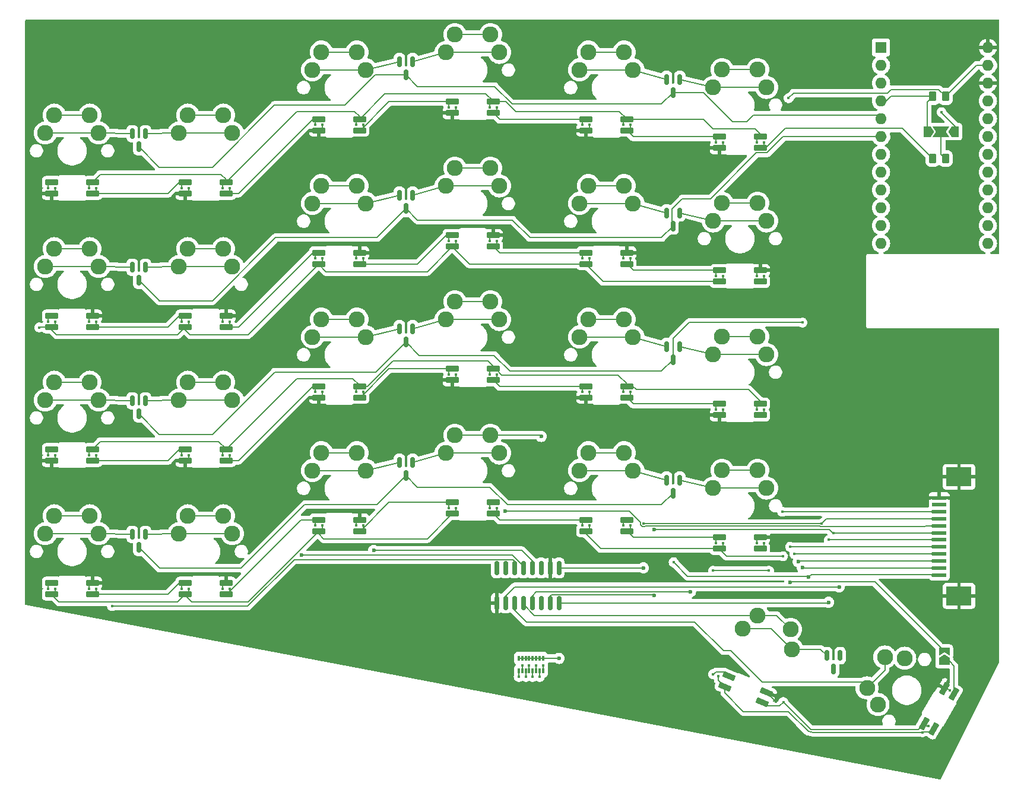
<source format=gbr>
%TF.GenerationSoftware,KiCad,Pcbnew,8.0.8-8.0.8-0~ubuntu22.04.1*%
%TF.CreationDate,2025-01-26T06:24:24-06:00*%
%TF.ProjectId,kbd,6b62642e-6b69-4636-9164-5f7063625858,rev?*%
%TF.SameCoordinates,Original*%
%TF.FileFunction,Copper,L2,Bot*%
%TF.FilePolarity,Positive*%
%FSLAX46Y46*%
G04 Gerber Fmt 4.6, Leading zero omitted, Abs format (unit mm)*
G04 Created by KiCad (PCBNEW 8.0.8-8.0.8-0~ubuntu22.04.1) date 2025-01-26 06:24:24*
%MOMM*%
%LPD*%
G01*
G04 APERTURE LIST*
G04 Aperture macros list*
%AMRoundRect*
0 Rectangle with rounded corners*
0 $1 Rounding radius*
0 $2 $3 $4 $5 $6 $7 $8 $9 X,Y pos of 4 corners*
0 Add a 4 corners polygon primitive as box body*
4,1,4,$2,$3,$4,$5,$6,$7,$8,$9,$2,$3,0*
0 Add four circle primitives for the rounded corners*
1,1,$1+$1,$2,$3*
1,1,$1+$1,$4,$5*
1,1,$1+$1,$6,$7*
1,1,$1+$1,$8,$9*
0 Add four rect primitives between the rounded corners*
20,1,$1+$1,$2,$3,$4,$5,0*
20,1,$1+$1,$4,$5,$6,$7,0*
20,1,$1+$1,$6,$7,$8,$9,0*
20,1,$1+$1,$8,$9,$2,$3,0*%
%AMFreePoly0*
4,1,6,1.000000,0.000000,0.500000,-0.750000,-0.500000,-0.750000,-0.500000,0.750000,0.500000,0.750000,1.000000,0.000000,1.000000,0.000000,$1*%
%AMFreePoly1*
4,1,6,0.500000,-0.750000,-0.650000,-0.750000,-0.150000,0.000000,-0.650000,0.750000,0.500000,0.750000,0.500000,-0.750000,0.500000,-0.750000,$1*%
%AMFreePoly2*
4,1,7,0.700000,0.000000,1.200000,-0.750000,-1.200000,-0.750000,-0.700000,0.000000,-1.200000,0.750000,1.200000,0.750000,0.700000,0.000000,0.700000,0.000000,$1*%
G04 Aperture macros list end*
%TA.AperFunction,SMDPad,CuDef*%
%ADD10RoundRect,0.082000X-0.818000X-0.328000X0.818000X-0.328000X0.818000X0.328000X-0.818000X0.328000X0*%
%TD*%
%TA.AperFunction,SMDPad,CuDef*%
%ADD11RoundRect,0.082000X0.818000X0.328000X-0.818000X0.328000X-0.818000X-0.328000X0.818000X-0.328000X0*%
%TD*%
%TA.AperFunction,ComponentPad*%
%ADD12C,2.286000*%
%TD*%
%TA.AperFunction,ComponentPad*%
%ADD13R,1.600000X1.600000*%
%TD*%
%TA.AperFunction,ComponentPad*%
%ADD14O,1.600000X1.600000*%
%TD*%
%TA.AperFunction,SMDPad,CuDef*%
%ADD15RoundRect,0.082000X-0.124944X-0.872409X0.693056X0.544409X0.124944X0.872409X-0.693056X-0.544409X0*%
%TD*%
%TA.AperFunction,SMDPad,CuDef*%
%ADD16RoundRect,0.082000X-0.881133X0.017692X0.624813X-0.621544X0.881133X-0.017692X-0.624813X0.621544X0*%
%TD*%
%TA.AperFunction,SMDPad,CuDef*%
%ADD17R,2.000000X0.610000*%
%TD*%
%TA.AperFunction,SMDPad,CuDef*%
%ADD18R,3.600000X2.680000*%
%TD*%
%TA.AperFunction,ComponentPad*%
%ADD19RoundRect,0.150000X-0.150000X0.587500X-0.150000X-0.587500X0.150000X-0.587500X0.150000X0.587500X0*%
%TD*%
%TA.AperFunction,SMDPad,CuDef*%
%ADD20RoundRect,0.150000X0.150000X-0.850000X0.150000X0.850000X-0.150000X0.850000X-0.150000X-0.850000X0*%
%TD*%
%TA.AperFunction,SMDPad,CuDef*%
%ADD21RoundRect,0.250000X0.262500X0.450000X-0.262500X0.450000X-0.262500X-0.450000X0.262500X-0.450000X0*%
%TD*%
%TA.AperFunction,SMDPad,CuDef*%
%ADD22FreePoly0,90.000000*%
%TD*%
%TA.AperFunction,SMDPad,CuDef*%
%ADD23FreePoly1,90.000000*%
%TD*%
%TA.AperFunction,SMDPad,CuDef*%
%ADD24R,0.300000X0.800000*%
%TD*%
%TA.AperFunction,SMDPad,CuDef*%
%ADD25FreePoly0,0.000000*%
%TD*%
%TA.AperFunction,SMDPad,CuDef*%
%ADD26FreePoly2,0.000000*%
%TD*%
%TA.AperFunction,SMDPad,CuDef*%
%ADD27FreePoly0,180.000000*%
%TD*%
%TA.AperFunction,SMDPad,CuDef*%
%ADD28RoundRect,0.250000X-0.262500X-0.450000X0.262500X-0.450000X0.262500X0.450000X-0.262500X0.450000X0*%
%TD*%
%TA.AperFunction,ViaPad*%
%ADD29C,0.400000*%
%TD*%
%TA.AperFunction,ViaPad*%
%ADD30C,0.600000*%
%TD*%
%TA.AperFunction,Conductor*%
%ADD31C,0.200000*%
%TD*%
G04 APERTURE END LIST*
D10*
%TO.P,LED35,1,DOUT*%
%TO.N,Net-(LED35-DOUT)*%
X158150000Y-116740000D03*
%TO.P,LED35,2,VSS*%
%TO.N,GND*%
X158150000Y-115160000D03*
%TO.P,LED35,3,DIN*%
%TO.N,Net-(LED34-DOUT)*%
X152350000Y-115160000D03*
%TO.P,LED35,4,VDD*%
%TO.N,+5V*%
X152350000Y-116740000D03*
%TD*%
D11*
%TO.P,LED01,1,DOUT*%
%TO.N,Net-(LED00-DIN)*%
X76150000Y-64510000D03*
%TO.P,LED01,2,VSS*%
%TO.N,GND*%
X76150000Y-66090000D03*
%TO.P,LED01,3,DIN*%
%TO.N,Net-(LED01-DIN)*%
X81950000Y-66090000D03*
%TO.P,LED01,4,VDD*%
%TO.N,+5V*%
X81950000Y-64510000D03*
%TD*%
D12*
%TO.P,SW04,1,1*%
%TO.N,COL4*%
X133660000Y-45920000D03*
X138740000Y-45920000D03*
%TO.P,SW04,2,2*%
%TO.N,Net-(D0405-A-Pad1)*%
X132390000Y-48460000D03*
X140010000Y-48460000D03*
%TD*%
D11*
%TO.P,LED04,1,DOUT*%
%TO.N,Net-(LED03-DIN)*%
X133300000Y-55510000D03*
%TO.P,LED04,2,VSS*%
%TO.N,GND*%
X133300000Y-57090000D03*
%TO.P,LED04,3,DIN*%
%TO.N,Net-(LED04-DIN)*%
X139100000Y-57090000D03*
%TO.P,LED04,4,VDD*%
%TO.N,+5V*%
X139100000Y-55510000D03*
%TD*%
D10*
%TO.P,LED30,1,DOUT*%
%TO.N,Net-(LED30-DOUT)*%
X62900000Y-123240000D03*
%TO.P,LED30,2,VSS*%
%TO.N,GND*%
X62900000Y-121660000D03*
%TO.P,LED30,3,DIN*%
%TO.N,Net-(LED20-DOUT)*%
X57100000Y-121660000D03*
%TO.P,LED30,4,VDD*%
%TO.N,+5V*%
X57100000Y-123240000D03*
%TD*%
D11*
%TO.P,LED20,1,DOUT*%
%TO.N,Net-(LED20-DOUT)*%
X57100000Y-102609999D03*
%TO.P,LED20,2,VSS*%
%TO.N,GND*%
X57100000Y-104189999D03*
%TO.P,LED20,3,DIN*%
%TO.N,Net-(LED20-DIN)*%
X62900000Y-104189999D03*
%TO.P,LED20,4,VDD*%
%TO.N,+5V*%
X62900000Y-102609999D03*
%TD*%
D12*
%TO.P,SW05,1,1*%
%TO.N,COL5*%
X152710000Y-48420000D03*
X157790000Y-48420000D03*
%TO.P,SW05,2,2*%
%TO.N,Net-(D0405-A-Pad2)*%
X151440000Y-50960000D03*
X159060000Y-50960000D03*
%TD*%
%TO.P,SW13,1,1*%
%TO.N,COL3*%
X114610000Y-62470000D03*
X119690000Y-62470000D03*
%TO.P,SW13,2,2*%
%TO.N,Net-(D1213-A-Pad2)*%
X113340000Y-65010000D03*
X120960000Y-65010000D03*
%TD*%
%TO.P,SW33,1,1*%
%TO.N,COL3*%
X114610000Y-100570000D03*
X119690000Y-100570000D03*
%TO.P,SW33,2,2*%
%TO.N,Net-(D3233-A-Pad2)*%
X113340000Y-103110000D03*
X120960000Y-103110000D03*
%TD*%
%TO.P,SW37,1,1*%
%TO.N,COL7*%
X173380591Y-136609705D03*
X175920591Y-132210295D03*
%TO.P,SW37,2,2*%
%TO.N,Net-(D3637-A-Pad2)*%
X174945295Y-138979557D03*
X178755295Y-132380443D03*
%TD*%
%TO.P,SW15,1,1*%
%TO.N,COL5*%
X152710000Y-67470000D03*
X157790000Y-67470000D03*
%TO.P,SW15,2,2*%
%TO.N,Net-(D1415-A-Pad2)*%
X151440000Y-70010000D03*
X159060000Y-70010000D03*
%TD*%
D10*
%TO.P,LED13,1,DOUT*%
%TO.N,Net-(LED13-DOUT)*%
X120050000Y-73640000D03*
%TO.P,LED13,2,VSS*%
%TO.N,GND*%
X120050000Y-72060000D03*
%TO.P,LED13,3,DIN*%
%TO.N,Net-(LED12-DOUT)*%
X114250000Y-72060000D03*
%TO.P,LED13,4,VDD*%
%TO.N,+5V*%
X114250000Y-73640000D03*
%TD*%
D12*
%TO.P,SW14,1,1*%
%TO.N,COL4*%
X133660000Y-64970000D03*
X138740000Y-64970000D03*
%TO.P,SW14,2,2*%
%TO.N,Net-(D1415-A-Pad1)*%
X132390000Y-67510000D03*
X140010000Y-67510000D03*
%TD*%
%TO.P,SW31,1,1*%
%TO.N,COL1*%
X76510000Y-112070000D03*
X81590000Y-112070000D03*
%TO.P,SW31,2,2*%
%TO.N,Net-(D3031-A-Pad2)*%
X75240000Y-114610000D03*
X82860000Y-114610000D03*
%TD*%
%TO.P,SW03,1,1*%
%TO.N,COL3*%
X114610000Y-43420000D03*
X119690000Y-43420000D03*
%TO.P,SW03,2,2*%
%TO.N,Net-(D0203-A-Pad2)*%
X113340000Y-45960000D03*
X120960000Y-45960000D03*
%TD*%
D13*
%TO.P,U1,1,A8*%
%TO.N,unconnected-(U1-A8-Pad1)*%
X175375000Y-45280000D03*
D14*
%TO.P,U1,2,A9*%
%TO.N,unconnected-(U1-A9-Pad2)*%
X175375000Y-47820000D03*
%TO.P,U1,3,B15*%
%TO.N,unconnected-(U1-B15-Pad3)*%
X175375000Y-50360000D03*
%TO.P,U1,4,B14*%
%TO.N,FT*%
X175375000Y-52900000D03*
%TO.P,U1,5,B13*%
%TO.N,ROW0*%
X175375000Y-55440000D03*
%TO.P,U1,6,B12*%
%TO.N,ROW1*%
X175375000Y-57980000D03*
%TO.P,U1,7,B11*%
%TO.N,unconnected-(U1-B11-Pad7)*%
X175375000Y-60520000D03*
%TO.P,U1,8,B10*%
%TO.N,unconnected-(U1-B10-Pad8)*%
X175375000Y-63060000D03*
%TO.P,U1,9,B7*%
%TO.N,ROW2*%
X175375000Y-65600000D03*
%TO.P,U1,10,B4*%
%TO.N,ROW3*%
X175375000Y-68140000D03*
%TO.P,U1,11,B23*%
%TO.N,unconnected-(U1-B23-Pad11)*%
X175375000Y-70680000D03*
%TO.P,U1,12,B22*%
%TO.N,unconnected-(U1-B22-Pad12)*%
X175375000Y-73220000D03*
%TO.P,U1,13,A4*%
%TO.N,unconnected-(U1-A4-Pad13)*%
X190615000Y-73220000D03*
%TO.P,U1,14,A5*%
%TO.N,unconnected-(U1-A5-Pad14)*%
X190615000Y-70680000D03*
%TO.P,U1,15,A15*%
%TO.N,MISO*%
X190615000Y-68140000D03*
%TO.P,U1,16,A14*%
%TO.N,unconnected-(U1-A14-Pad16)*%
X190615000Y-65600000D03*
%TO.P,U1,17,A13*%
%TO.N,SCK0*%
X190615000Y-63060000D03*
%TO.P,U1,18,A12*%
%TO.N,SCS*%
X190615000Y-60520000D03*
%TO.P,U1,19,A11*%
%TO.N,unconnected-(U1-A11-Pad19)*%
X190615000Y-57980000D03*
%TO.P,U1,20,A10*%
%TO.N,unconnected-(U1-A10-Pad20)*%
X190615000Y-55440000D03*
%TO.P,U1,21,3V3*%
%TO.N,+3V3*%
X190615000Y-52900000D03*
%TO.P,U1,22,G*%
%TO.N,GND*%
X190615000Y-50360000D03*
%TO.P,U1,23,5V*%
%TO.N,+5V*%
X190615000Y-47820000D03*
%TO.P,U1,24,G*%
%TO.N,GND*%
X190615000Y-45280000D03*
%TD*%
D10*
%TO.P,LED32,1,DOUT*%
%TO.N,Net-(LED32-DOUT)*%
X101000000Y-114240000D03*
%TO.P,LED32,2,VSS*%
%TO.N,GND*%
X101000000Y-112660000D03*
%TO.P,LED32,3,DIN*%
%TO.N,Net-(LED31-DOUT)*%
X95200000Y-112660000D03*
%TO.P,LED32,4,VDD*%
%TO.N,+5V*%
X95200000Y-114240000D03*
%TD*%
D11*
%TO.P,LED21,1,DOUT*%
%TO.N,Net-(LED20-DIN)*%
X76150000Y-102609999D03*
%TO.P,LED21,2,VSS*%
%TO.N,GND*%
X76150000Y-104189999D03*
%TO.P,LED21,3,DIN*%
%TO.N,Net-(LED21-DIN)*%
X81950000Y-104189999D03*
%TO.P,LED21,4,VDD*%
%TO.N,+5V*%
X81950000Y-102609999D03*
%TD*%
D12*
%TO.P,SW24,1,1*%
%TO.N,COL4*%
X133660000Y-84020000D03*
X138740000Y-84020000D03*
%TO.P,SW24,2,2*%
%TO.N,Net-(D2425-A-Pad1)*%
X132390000Y-86560000D03*
X140010000Y-86560000D03*
%TD*%
D15*
%TO.P,LED37,1,DOUT*%
%TO.N,Net-(JP2-A)*%
X185774160Y-137473526D03*
%TO.P,LED37,2,VSS*%
%TO.N,GND*%
X184405840Y-136683526D03*
%TO.P,LED37,3,DIN*%
%TO.N,Net-(LED36-DOUT)*%
X181505840Y-141706474D03*
%TO.P,LED37,4,VDD*%
%TO.N,+5V*%
X182874160Y-142496474D03*
%TD*%
D12*
%TO.P,SW21,1,1*%
%TO.N,COL1*%
X76510000Y-93020000D03*
X81590000Y-93020000D03*
%TO.P,SW21,2,2*%
%TO.N,Net-(D2021-A-Pad2)*%
X75240000Y-95560000D03*
X82860000Y-95560000D03*
%TD*%
D11*
%TO.P,LED23,1,DOUT*%
%TO.N,Net-(LED22-DIN)*%
X114250000Y-91109999D03*
%TO.P,LED23,2,VSS*%
%TO.N,GND*%
X114250000Y-92689999D03*
%TO.P,LED23,3,DIN*%
%TO.N,Net-(LED23-DIN)*%
X120050000Y-92689999D03*
%TO.P,LED23,4,VDD*%
%TO.N,+5V*%
X120050000Y-91109999D03*
%TD*%
D12*
%TO.P,SW34,1,1*%
%TO.N,COL4*%
X133660000Y-103070000D03*
X138740000Y-103070000D03*
%TO.P,SW34,2,2*%
%TO.N,Net-(D3435-A-Pad1)*%
X132390000Y-105610000D03*
X140010000Y-105610000D03*
%TD*%
D10*
%TO.P,LED31,1,DOUT*%
%TO.N,Net-(LED31-DOUT)*%
X81950000Y-123240000D03*
%TO.P,LED31,2,VSS*%
%TO.N,GND*%
X81950000Y-121660000D03*
%TO.P,LED31,3,DIN*%
%TO.N,Net-(LED30-DOUT)*%
X76150000Y-121660000D03*
%TO.P,LED31,4,VDD*%
%TO.N,+5V*%
X76150000Y-123240000D03*
%TD*%
D12*
%TO.P,SW11,1,1*%
%TO.N,COL1*%
X76510000Y-73970000D03*
X81590000Y-73970000D03*
%TO.P,SW11,2,2*%
%TO.N,Net-(D1011-A-Pad2)*%
X75240000Y-76510000D03*
X82860000Y-76510000D03*
%TD*%
D11*
%TO.P,LED24,1,DOUT*%
%TO.N,Net-(LED23-DIN)*%
X133300000Y-93609999D03*
%TO.P,LED24,2,VSS*%
%TO.N,GND*%
X133300000Y-95189999D03*
%TO.P,LED24,3,DIN*%
%TO.N,Net-(LED24-DIN)*%
X139100000Y-95189999D03*
%TO.P,LED24,4,VDD*%
%TO.N,+5V*%
X139100000Y-93609999D03*
%TD*%
%TO.P,LED25,1,DOUT*%
%TO.N,Net-(LED24-DIN)*%
X152350000Y-96109999D03*
%TO.P,LED25,2,VSS*%
%TO.N,GND*%
X152350000Y-97689999D03*
%TO.P,LED25,3,DIN*%
%TO.N,Net-(LED15-DOUT)*%
X158150000Y-97689999D03*
%TO.P,LED25,4,VDD*%
%TO.N,+5V*%
X158150000Y-96109999D03*
%TD*%
%TO.P,LED03,1,DOUT*%
%TO.N,Net-(LED02-DIN)*%
X114250000Y-53010000D03*
%TO.P,LED03,2,VSS*%
%TO.N,GND*%
X114250000Y-54590000D03*
%TO.P,LED03,3,DIN*%
%TO.N,Net-(LED03-DIN)*%
X120050000Y-54590000D03*
%TO.P,LED03,4,VDD*%
%TO.N,+5V*%
X120050000Y-53010000D03*
%TD*%
D10*
%TO.P,LED33,1,DOUT*%
%TO.N,Net-(LED33-DOUT)*%
X120050000Y-111740000D03*
%TO.P,LED33,2,VSS*%
%TO.N,GND*%
X120050000Y-110160000D03*
%TO.P,LED33,3,DIN*%
%TO.N,Net-(LED32-DOUT)*%
X114250000Y-110160000D03*
%TO.P,LED33,4,VDD*%
%TO.N,+5V*%
X114250000Y-111740000D03*
%TD*%
D16*
%TO.P,LED36,1,DOUT*%
%TO.N,Net-(LED36-DOUT)*%
X158430786Y-138698065D03*
%TO.P,LED36,2,VSS*%
%TO.N,GND*%
X159048142Y-137243667D03*
%TO.P,LED36,3,DIN*%
%TO.N,Net-(LED35-DOUT)*%
X153709214Y-134977427D03*
%TO.P,LED36,4,VDD*%
%TO.N,+5V*%
X153091858Y-136431825D03*
%TD*%
D12*
%TO.P,SW30,1,1*%
%TO.N,COL0*%
X57460000Y-112070000D03*
X62540000Y-112070000D03*
%TO.P,SW30,2,2*%
%TO.N,Net-(D3031-A-Pad1)*%
X56190000Y-114610000D03*
X63810000Y-114610000D03*
%TD*%
%TO.P,SW00,1,1*%
%TO.N,COL0*%
X57460000Y-54920000D03*
X62540000Y-54920000D03*
%TO.P,SW00,2,2*%
%TO.N,Net-(D0001-A-Pad1)*%
X56190000Y-57460000D03*
X63810000Y-57460000D03*
%TD*%
%TO.P,SW35,1,1*%
%TO.N,COL5*%
X152710000Y-105570000D03*
X157790000Y-105570000D03*
%TO.P,SW35,2,2*%
%TO.N,Net-(D3435-A-Pad2)*%
X151440000Y-108110000D03*
X159060000Y-108110000D03*
%TD*%
D10*
%TO.P,LED14,1,DOUT*%
%TO.N,Net-(LED14-DOUT)*%
X139100000Y-76140000D03*
%TO.P,LED14,2,VSS*%
%TO.N,GND*%
X139100000Y-74560000D03*
%TO.P,LED14,3,DIN*%
%TO.N,Net-(LED13-DOUT)*%
X133300000Y-74560000D03*
%TO.P,LED14,4,VDD*%
%TO.N,+5V*%
X133300000Y-76140000D03*
%TD*%
D11*
%TO.P,LED22,1,DOUT*%
%TO.N,Net-(LED21-DIN)*%
X95200000Y-93609999D03*
%TO.P,LED22,2,VSS*%
%TO.N,GND*%
X95200000Y-95189999D03*
%TO.P,LED22,3,DIN*%
%TO.N,Net-(LED22-DIN)*%
X101000000Y-95189999D03*
%TO.P,LED22,4,VDD*%
%TO.N,+5V*%
X101000000Y-93609999D03*
%TD*%
D10*
%TO.P,LED10,1,DOUT*%
%TO.N,Net-(LED10-DOUT)*%
X62900000Y-85140000D03*
%TO.P,LED10,2,VSS*%
%TO.N,GND*%
X62900000Y-83560000D03*
%TO.P,LED10,3,DIN*%
%TO.N,Net-(LED00-DOUT)*%
X57100000Y-83560000D03*
%TO.P,LED10,4,VDD*%
%TO.N,+5V*%
X57100000Y-85140000D03*
%TD*%
D12*
%TO.P,SW23,1,1*%
%TO.N,COL3*%
X114610000Y-81520000D03*
X119690000Y-81520000D03*
%TO.P,SW23,2,2*%
%TO.N,Net-(D2223-A-Pad2)*%
X113340000Y-84060000D03*
X120960000Y-84060000D03*
%TD*%
%TO.P,SW20,1,1*%
%TO.N,COL0*%
X57460000Y-93020000D03*
X62540000Y-93020000D03*
%TO.P,SW20,2,2*%
%TO.N,Net-(D2021-A-Pad1)*%
X56190000Y-95560000D03*
X63810000Y-95560000D03*
%TD*%
%TO.P,SW12,1,1*%
%TO.N,COL2*%
X95560000Y-64970000D03*
X100640000Y-64970000D03*
%TO.P,SW12,2,2*%
%TO.N,Net-(D1213-A-Pad1)*%
X94290000Y-67510000D03*
X101910000Y-67510000D03*
%TD*%
D10*
%TO.P,LED12,1,DOUT*%
%TO.N,Net-(LED12-DOUT)*%
X101000000Y-76140000D03*
%TO.P,LED12,2,VSS*%
%TO.N,GND*%
X101000000Y-74560000D03*
%TO.P,LED12,3,DIN*%
%TO.N,Net-(LED11-DOUT)*%
X95200000Y-74560000D03*
%TO.P,LED12,4,VDD*%
%TO.N,+5V*%
X95200000Y-76140000D03*
%TD*%
D11*
%TO.P,LED02,1,DOUT*%
%TO.N,Net-(LED01-DIN)*%
X95200000Y-55510000D03*
%TO.P,LED02,2,VSS*%
%TO.N,GND*%
X95200000Y-57090000D03*
%TO.P,LED02,3,DIN*%
%TO.N,Net-(LED02-DIN)*%
X101000000Y-57090000D03*
%TO.P,LED02,4,VDD*%
%TO.N,+5V*%
X101000000Y-55510000D03*
%TD*%
D12*
%TO.P,SW02,1,1*%
%TO.N,COL2*%
X95560000Y-45920000D03*
X100640000Y-45920000D03*
%TO.P,SW02,2,2*%
%TO.N,Net-(D0203-A-Pad1)*%
X94290000Y-48460000D03*
X101910000Y-48460000D03*
%TD*%
D10*
%TO.P,LED34,1,DOUT*%
%TO.N,Net-(LED34-DOUT)*%
X139100000Y-114240000D03*
%TO.P,LED34,2,VSS*%
%TO.N,GND*%
X139100000Y-112660000D03*
%TO.P,LED34,3,DIN*%
%TO.N,Net-(LED33-DOUT)*%
X133300000Y-112660000D03*
%TO.P,LED34,4,VDD*%
%TO.N,+5V*%
X133300000Y-114240000D03*
%TD*%
D11*
%TO.P,LED00,1,DOUT*%
%TO.N,Net-(LED00-DOUT)*%
X57100000Y-64510000D03*
%TO.P,LED00,2,VSS*%
%TO.N,GND*%
X57100000Y-66090000D03*
%TO.P,LED00,3,DIN*%
%TO.N,Net-(LED00-DIN)*%
X62900000Y-66090000D03*
%TO.P,LED00,4,VDD*%
%TO.N,+5V*%
X62900000Y-64510000D03*
%TD*%
D10*
%TO.P,LED15,1,DOUT*%
%TO.N,Net-(LED15-DOUT)*%
X158150000Y-78640000D03*
%TO.P,LED15,2,VSS*%
%TO.N,GND*%
X158150000Y-77060000D03*
%TO.P,LED15,3,DIN*%
%TO.N,Net-(LED14-DOUT)*%
X152350000Y-77060000D03*
%TO.P,LED15,4,VDD*%
%TO.N,+5V*%
X152350000Y-78640000D03*
%TD*%
%TO.P,LED11,1,DOUT*%
%TO.N,Net-(LED11-DOUT)*%
X81950000Y-85140000D03*
%TO.P,LED11,2,VSS*%
%TO.N,GND*%
X81950000Y-83560000D03*
%TO.P,LED11,3,DIN*%
%TO.N,Net-(LED10-DOUT)*%
X76150000Y-83560000D03*
%TO.P,LED11,4,VDD*%
%TO.N,+5V*%
X76150000Y-85140000D03*
%TD*%
D12*
%TO.P,SW01,1,1*%
%TO.N,COL1*%
X76510000Y-54920000D03*
X81590000Y-54920000D03*
%TO.P,SW01,2,2*%
%TO.N,Net-(D0001-A-Pad2)*%
X75240000Y-57460000D03*
X82860000Y-57460000D03*
%TD*%
%TO.P,SW25,1,1*%
%TO.N,COL5*%
X152710000Y-86520000D03*
X157790000Y-86520000D03*
%TO.P,SW25,2,2*%
%TO.N,Net-(D2425-A-Pad2)*%
X151440000Y-89060000D03*
X159060000Y-89060000D03*
%TD*%
D11*
%TO.P,LED05,1,DOUT*%
%TO.N,Net-(LED04-DIN)*%
X152350000Y-58010000D03*
%TO.P,LED05,2,VSS*%
%TO.N,GND*%
X152350000Y-59590000D03*
%TO.P,LED05,3,DIN*%
%TO.N,Net-(LED05-DIN)*%
X158150000Y-59590000D03*
%TO.P,LED05,4,VDD*%
%TO.N,+5V*%
X158150000Y-58010000D03*
%TD*%
D12*
%TO.P,SW10,1,1*%
%TO.N,COL0*%
X57460000Y-73970000D03*
X62540000Y-73970000D03*
%TO.P,SW10,2,2*%
%TO.N,Net-(D1011-A-Pad1)*%
X56190000Y-76510000D03*
X63810000Y-76510000D03*
%TD*%
%TO.P,SW36,1,1*%
%TO.N,COL6*%
X157796832Y-126281378D03*
X162472996Y-128266292D03*
%TO.P,SW36,2,2*%
%TO.N,Net-(D3637-A-Pad1)*%
X155635334Y-128123232D03*
X162649581Y-131100603D03*
%TD*%
%TO.P,SW22,1,1*%
%TO.N,COL2*%
X95560000Y-84020000D03*
X100640000Y-84020000D03*
%TO.P,SW22,2,2*%
%TO.N,Net-(D2223-A-Pad1)*%
X94290000Y-86560000D03*
X101910000Y-86560000D03*
%TD*%
%TO.P,SW32,1,1*%
%TO.N,COL2*%
X95560000Y-103070000D03*
X100640000Y-103070000D03*
%TO.P,SW32,2,2*%
%TO.N,Net-(D3233-A-Pad1)*%
X94290000Y-105610000D03*
X101910000Y-105610000D03*
%TD*%
D17*
%TO.P,J1,1,Pin_1*%
%TO.N,GND*%
X183700000Y-109500000D03*
%TO.P,J1,2,Pin_2*%
%TO.N,unconnected-(J1-Pin_2-Pad2)*%
X183700000Y-110500000D03*
%TO.P,J1,3,Pin_3*%
%TO.N,+5V*%
X183700000Y-111500000D03*
%TO.P,J1,4,Pin_4*%
%TO.N,+3V3*%
X183700000Y-112500000D03*
%TO.P,J1,5,Pin_5*%
%TO.N,DS*%
X183700000Y-113500000D03*
%TO.P,J1,6,Pin_6*%
%TO.N,SCK0*%
X183700000Y-114500000D03*
%TO.P,J1,7,Pin_7*%
%TO.N,SCS*%
X183700000Y-115500000D03*
%TO.P,J1,8,Pin_8*%
%TO.N,LED_R*%
X183700000Y-116500000D03*
%TO.P,J1,9,Pin_9*%
%TO.N,ROW0*%
X183700000Y-117500000D03*
%TO.P,J1,10,Pin_10*%
%TO.N,ROW1*%
X183700000Y-118500000D03*
%TO.P,J1,11,Pin_11*%
%TO.N,ROW2*%
X183700000Y-119500000D03*
%TO.P,J1,12,Pin_12*%
%TO.N,ROW3*%
X183700000Y-120500000D03*
D18*
%TO.P,J1,MP,MountPin*%
%TO.N,GND*%
X186500000Y-106510000D03*
X186500000Y-123490000D03*
%TD*%
D19*
%TO.P,D2425,1,A*%
%TO.N,Net-(D2425-A-Pad1)*%
X144775000Y-87912500D03*
%TO.P,D2425,2,A*%
%TO.N,Net-(D2425-A-Pad2)*%
X146675000Y-87912500D03*
%TO.P,D2425,3,K*%
%TO.N,ROW2*%
X145725000Y-89787500D03*
%TD*%
D20*
%TO.P,U2,1,~{PL}*%
%TO.N,SCS*%
X129445000Y-124500000D03*
%TO.P,U2,2,CP*%
%TO.N,SCK0*%
X128175000Y-124500000D03*
%TO.P,U2,3,D4*%
%TO.N,COL4*%
X126905000Y-124500000D03*
%TO.P,U2,4,D5*%
%TO.N,COL5*%
X125635000Y-124500000D03*
%TO.P,U2,5,D6*%
%TO.N,COL6*%
X124365000Y-124500000D03*
%TO.P,U2,6,D7*%
%TO.N,COL7*%
X123095000Y-124500000D03*
%TO.P,U2,7,~{Q7}*%
%TO.N,MISO*%
X121825000Y-124500000D03*
%TO.P,U2,8,GND*%
%TO.N,GND*%
X120555000Y-124500000D03*
%TO.P,U2,9,Q7*%
%TO.N,unconnected-(U2-Q7-Pad9)*%
X120555000Y-119500000D03*
%TO.P,U2,10,DS*%
%TO.N,DS*%
X121825000Y-119500000D03*
%TO.P,U2,11,D0*%
%TO.N,COL0*%
X123095000Y-119500000D03*
%TO.P,U2,12,D1*%
%TO.N,COL1*%
X124365000Y-119500000D03*
%TO.P,U2,13,D2*%
%TO.N,COL2*%
X125635000Y-119500000D03*
%TO.P,U2,14,D3*%
%TO.N,COL3*%
X126905000Y-119500000D03*
%TO.P,U2,15,~{CE}*%
%TO.N,GND*%
X128175000Y-119500000D03*
%TO.P,U2,16,VCC*%
%TO.N,+3V3*%
X129445000Y-119500000D03*
%TD*%
D19*
%TO.P,D0001,1,A*%
%TO.N,Net-(D0001-A-Pad1)*%
X68575000Y-57562500D03*
%TO.P,D0001,2,A*%
%TO.N,Net-(D0001-A-Pad2)*%
X70475000Y-57562500D03*
%TO.P,D0001,3,K*%
%TO.N,ROW0*%
X69525000Y-59437500D03*
%TD*%
%TO.P,D3435,1,A*%
%TO.N,Net-(D3435-A-Pad1)*%
X144775000Y-106962500D03*
%TO.P,D3435,2,A*%
%TO.N,Net-(D3435-A-Pad2)*%
X146675000Y-106962500D03*
%TO.P,D3435,3,K*%
%TO.N,ROW3*%
X145725000Y-108837500D03*
%TD*%
%TO.P,D0405,1,A*%
%TO.N,Net-(D0405-A-Pad1)*%
X144775000Y-49812500D03*
%TO.P,D0405,2,A*%
%TO.N,Net-(D0405-A-Pad2)*%
X146675000Y-49812500D03*
%TO.P,D0405,3,K*%
%TO.N,ROW0*%
X145725000Y-51687500D03*
%TD*%
%TO.P,D1415,1,A*%
%TO.N,Net-(D1415-A-Pad1)*%
X144775000Y-68862500D03*
%TO.P,D1415,2,A*%
%TO.N,Net-(D1415-A-Pad2)*%
X146675000Y-68862500D03*
%TO.P,D1415,3,K*%
%TO.N,ROW1*%
X145725000Y-70737500D03*
%TD*%
D21*
%TO.P,R1,1*%
%TO.N,+5V*%
X184572500Y-52255000D03*
%TO.P,R1,2*%
%TO.N,FT*%
X182747500Y-52255000D03*
%TD*%
D22*
%TO.P,JP2,1,A*%
%TO.N,Net-(JP2-A)*%
X184400000Y-132850000D03*
D23*
%TO.P,JP2,2,B*%
%TO.N,LED_R*%
X184400000Y-131400000D03*
%TD*%
D19*
%TO.P,D3031,1,A*%
%TO.N,Net-(D3031-A-Pad1)*%
X68575000Y-114712500D03*
%TO.P,D3031,2,A*%
%TO.N,Net-(D3031-A-Pad2)*%
X70475000Y-114712500D03*
%TO.P,D3031,3,K*%
%TO.N,ROW3*%
X69525000Y-116587500D03*
%TD*%
%TO.P,D3233,1,A*%
%TO.N,Net-(D3233-A-Pad1)*%
X106675000Y-104462500D03*
%TO.P,D3233,2,A*%
%TO.N,Net-(D3233-A-Pad2)*%
X108575000Y-104462500D03*
%TO.P,D3233,3,K*%
%TO.N,ROW3*%
X107625000Y-106337500D03*
%TD*%
%TO.P,D1011,1,A*%
%TO.N,Net-(D1011-A-Pad1)*%
X68575000Y-76612500D03*
%TO.P,D1011,2,A*%
%TO.N,Net-(D1011-A-Pad2)*%
X70475000Y-76612500D03*
%TO.P,D1011,3,K*%
%TO.N,ROW1*%
X69525000Y-78487500D03*
%TD*%
D24*
%TO.P,RN2,1,R1.1*%
%TO.N,COL4*%
X127200000Y-134200000D03*
%TO.P,RN2,2,R2.1*%
%TO.N,COL3*%
X126700000Y-134200000D03*
%TO.P,RN2,3,R3.1*%
%TO.N,COL5*%
X126200000Y-134200000D03*
%TO.P,RN2,4,R4.1*%
%TO.N,COL2*%
X125700000Y-134200000D03*
%TO.P,RN2,5,R5.1*%
%TO.N,COL6*%
X125200000Y-134200000D03*
%TO.P,RN2,6,R6.1*%
%TO.N,COL1*%
X124700000Y-134200000D03*
%TO.P,RN2,7,R7.1*%
%TO.N,COL7*%
X124200000Y-134200000D03*
%TO.P,RN2,8,R8.1*%
%TO.N,COL0*%
X123700000Y-134200000D03*
%TO.P,RN2,9,R8.2*%
%TO.N,+3V3*%
X123700000Y-132400000D03*
%TO.P,RN2,10,R7.2*%
X124200000Y-132400000D03*
%TO.P,RN2,11,R6.2*%
X124700000Y-132400000D03*
%TO.P,RN2,12,R5.2*%
X125200000Y-132400000D03*
%TO.P,RN2,13,R4.2*%
X125700000Y-132400000D03*
%TO.P,RN2,14,R3.2*%
X126200000Y-132400000D03*
%TO.P,RN2,15,R2.2*%
X126700000Y-132400000D03*
%TO.P,RN2,16,R1.2*%
X127200000Y-132400000D03*
%TD*%
D19*
%TO.P,D0203,1,A*%
%TO.N,Net-(D0203-A-Pad1)*%
X106675000Y-47312500D03*
%TO.P,D0203,2,A*%
%TO.N,Net-(D0203-A-Pad2)*%
X108575000Y-47312500D03*
%TO.P,D0203,3,K*%
%TO.N,ROW0*%
X107625000Y-49187500D03*
%TD*%
%TO.P,D3637,1,A*%
%TO.N,Net-(D3637-A-Pad1)*%
X167650000Y-132012500D03*
%TO.P,D3637,2,A*%
%TO.N,Net-(D3637-A-Pad2)*%
X169550000Y-132012500D03*
%TO.P,D3637,3,K*%
%TO.N,ROW3*%
X168600000Y-133887500D03*
%TD*%
%TO.P,D1213,1,A*%
%TO.N,Net-(D1213-A-Pad1)*%
X106675000Y-66362500D03*
%TO.P,D1213,2,A*%
%TO.N,Net-(D1213-A-Pad2)*%
X108575000Y-66362500D03*
%TO.P,D1213,3,K*%
%TO.N,ROW1*%
X107625000Y-68237500D03*
%TD*%
%TO.P,D2223,1,A*%
%TO.N,Net-(D2223-A-Pad1)*%
X106675000Y-85412500D03*
%TO.P,D2223,2,A*%
%TO.N,Net-(D2223-A-Pad2)*%
X108575000Y-85412500D03*
%TO.P,D2223,3,K*%
%TO.N,ROW2*%
X107625000Y-87287500D03*
%TD*%
%TO.P,D2021,1,A*%
%TO.N,Net-(D2021-A-Pad1)*%
X68575000Y-95662500D03*
%TO.P,D2021,2,A*%
%TO.N,Net-(D2021-A-Pad2)*%
X70475000Y-95662500D03*
%TO.P,D2021,3,K*%
%TO.N,ROW2*%
X69525000Y-97537500D03*
%TD*%
D25*
%TO.P,JP1,1,A*%
%TO.N,FT*%
X181960000Y-57255000D03*
D26*
%TO.P,JP1,2,C*%
%TO.N,Net-(JP1-C)*%
X183960000Y-57255000D03*
D27*
%TO.P,JP1,3,B*%
%TO.N,LED_R*%
X185960000Y-57255000D03*
%TD*%
D28*
%TO.P,R2,1*%
%TO.N,Net-(LED05-DIN)*%
X182747500Y-61100000D03*
%TO.P,R2,2*%
%TO.N,Net-(JP1-C)*%
X184572500Y-61100000D03*
%TD*%
D29*
%TO.N,ROW0*%
X182700000Y-117500000D03*
X163000000Y-117500000D03*
%TO.N,ROW1*%
X182700000Y-118500000D03*
D30*
X163570000Y-118600000D03*
D29*
%TO.N,ROW2*%
X164175000Y-84500000D03*
X182700000Y-119500000D03*
D30*
X164170000Y-119430000D03*
D29*
%TO.N,ROW3*%
X145800000Y-118700000D03*
X182700000Y-120500000D03*
D30*
X165050000Y-120800000D03*
D29*
%TO.N,GND*%
X157650000Y-77850000D03*
X100500000Y-75350000D03*
X119550000Y-72850000D03*
X62400000Y-84350000D03*
X138600000Y-75350000D03*
D30*
X128180000Y-121290000D03*
D29*
X133800000Y-94400000D03*
X133800000Y-56300000D03*
X81450000Y-122450000D03*
X62400000Y-122450000D03*
X100500000Y-113450000D03*
X152850000Y-58800000D03*
X81450000Y-84350000D03*
X95700000Y-56300000D03*
X57600000Y-65300000D03*
X95700000Y-94400000D03*
X76650000Y-65300000D03*
X119550000Y-110950000D03*
X185200000Y-137000000D03*
X76650000Y-103400000D03*
X138600000Y-113450000D03*
X114750000Y-91900000D03*
X57600000Y-103400000D03*
X157650000Y-115950000D03*
X114750000Y-53800000D03*
X152850000Y-96900000D03*
X160410000Y-138600000D03*
%TO.N,SCK0*%
X128175000Y-124500000D03*
X168600000Y-114500000D03*
D30*
X143000000Y-123400000D03*
D29*
X182700000Y-114500000D03*
D30*
X143000000Y-114000000D03*
D29*
%TO.N,SCS*%
X129445000Y-124500000D03*
X182700000Y-115500000D03*
D30*
X167900000Y-124400000D03*
D29*
X167925000Y-115500000D03*
D30*
%TO.N,MISO*%
X169400000Y-122200000D03*
D29*
%TO.N,+3V3*%
X182700000Y-112500000D03*
X166925000Y-113175000D03*
D30*
X141475000Y-119500000D03*
D29*
X141475000Y-113200000D03*
X129445000Y-119500000D03*
D30*
X129445000Y-132400000D03*
%TO.N,DS*%
X121800000Y-111400000D03*
D29*
X182700000Y-113500000D03*
X121825000Y-119500000D03*
%TO.N,+5V*%
X62400000Y-103400000D03*
X138600000Y-94400000D03*
X152850000Y-77850000D03*
X114750000Y-72850000D03*
X55300000Y-85200000D03*
X100500000Y-56300000D03*
X76650000Y-84350000D03*
X157650000Y-96900000D03*
X114750000Y-110950000D03*
X161300000Y-111500000D03*
X152850000Y-115950000D03*
X133800000Y-113450000D03*
X100500000Y-94400000D03*
X76650000Y-122450000D03*
X119550000Y-53800000D03*
X119550000Y-91900000D03*
X182700000Y-111500000D03*
X161400000Y-117850000D03*
X81450000Y-65300000D03*
X95700000Y-75350000D03*
X157650000Y-58800000D03*
X162200000Y-52500000D03*
X81450000Y-103400000D03*
X62400000Y-65300000D03*
X181279828Y-142947907D03*
X133800000Y-75350000D03*
X57600000Y-84350000D03*
X57600000Y-122450000D03*
X95700000Y-113450000D03*
X138600000Y-56300000D03*
X152170000Y-134930000D03*
%TO.N,Net-(LED00-DOUT)*%
X56600000Y-65300000D03*
X56600000Y-84350000D03*
%TO.N,Net-(LED00-DIN)*%
X75650000Y-65300000D03*
X63400000Y-65300000D03*
%TO.N,Net-(LED01-DIN)*%
X94700000Y-56300000D03*
X82450000Y-65300000D03*
%TO.N,Net-(LED02-DIN)*%
X101500000Y-56300000D03*
X113750000Y-53800000D03*
%TO.N,Net-(LED03-DIN)*%
X132800000Y-56300000D03*
X120550000Y-53800000D03*
%TO.N,Net-(LED04-DIN)*%
X139600000Y-56300000D03*
X151850000Y-58800000D03*
%TO.N,Net-(LED12-DOUT)*%
X101500000Y-75350000D03*
X113750000Y-72850000D03*
%TO.N,Net-(LED20-DIN)*%
X63400000Y-103400000D03*
X75650000Y-103400000D03*
%TO.N,Net-(LED21-DIN)*%
X82450000Y-103400000D03*
X94700000Y-94400000D03*
%TO.N,Net-(LED22-DIN)*%
X113750000Y-91900000D03*
X101500000Y-94400000D03*
%TO.N,Net-(LED23-DIN)*%
X120550000Y-91900000D03*
X132800000Y-94400000D03*
%TO.N,Net-(LED24-DIN)*%
X151850000Y-96900000D03*
X139600000Y-94400000D03*
%TO.N,Net-(LED10-DOUT)*%
X63400000Y-84350000D03*
X75650000Y-84350000D03*
%TO.N,Net-(LED11-DOUT)*%
X94700000Y-75350000D03*
X82450000Y-84350000D03*
%TO.N,Net-(LED13-DOUT)*%
X120550000Y-72850000D03*
X132800000Y-75350000D03*
%TO.N,Net-(LED14-DOUT)*%
X151850000Y-77850000D03*
X139600000Y-75350000D03*
%TO.N,Net-(LED15-DOUT)*%
X158650000Y-96900000D03*
X158650000Y-77850000D03*
%TO.N,Net-(LED30-DOUT)*%
X63400000Y-122450000D03*
X75650000Y-122450000D03*
%TO.N,Net-(LED31-DOUT)*%
X94700000Y-113450000D03*
X82450000Y-122450000D03*
%TO.N,Net-(LED20-DOUT)*%
X56600000Y-122450000D03*
X56600000Y-103400000D03*
%TO.N,Net-(LED32-DOUT)*%
X113750000Y-110950000D03*
X101500000Y-113450000D03*
%TO.N,Net-(LED33-DOUT)*%
X120550000Y-110950000D03*
X132800000Y-113450000D03*
%TO.N,Net-(LED34-DOUT)*%
X139600000Y-113450000D03*
X151850000Y-115950000D03*
%TO.N,COL4*%
X126905000Y-124500000D03*
X127200000Y-133410000D03*
%TO.N,COL7*%
X124200000Y-133450000D03*
X123095000Y-124500000D03*
D30*
%TO.N,COL2*%
X103020000Y-117000000D03*
D29*
X125635000Y-119500000D03*
X125700000Y-135050000D03*
%TO.N,COL1*%
X124700000Y-135050000D03*
D30*
X92700000Y-117700000D03*
D29*
X124365000Y-119500000D03*
%TO.N,COL3*%
X126905000Y-119500000D03*
X126700000Y-135050000D03*
D30*
X126905000Y-100743000D03*
D29*
%TO.N,COL0*%
X123700000Y-135050000D03*
X123095000Y-119500000D03*
X65690000Y-124950000D03*
%TO.N,COL5*%
X125635000Y-124500000D03*
X126210000Y-133440000D03*
D30*
X148200000Y-122900000D03*
D29*
%TO.N,COL6*%
X124365000Y-124500000D03*
X125200000Y-133440000D03*
%TO.N,LED_R*%
X162425000Y-116500000D03*
X184010000Y-54490000D03*
X182700000Y-116500000D03*
D30*
X162400000Y-121600000D03*
D29*
%TO.N,Net-(LED35-DOUT)*%
X159400000Y-119900000D03*
X151400000Y-119900000D03*
X158650000Y-115950000D03*
X151418162Y-134656605D03*
%TO.N,Net-(LED36-DOUT)*%
X182120718Y-142061475D03*
X161440000Y-138640000D03*
%TO.N,Net-(JP2-A)*%
X184400000Y-132850000D03*
%TO.N,Net-(LED05-DIN)*%
X158650000Y-58800000D03*
%TD*%
D31*
%TO.N,ROW0*%
X156220875Y-55843900D02*
X154212229Y-55843900D01*
X80020875Y-62343900D02*
X72431400Y-62343900D01*
X98914775Y-53500000D02*
X88864775Y-53500000D01*
X88864775Y-53500000D02*
X80020875Y-62343900D01*
X182700000Y-117500000D02*
X183700000Y-117500000D01*
X175620000Y-54900000D02*
X157164775Y-54900000D01*
X163000000Y-117500000D02*
X183700000Y-117500000D01*
X145725000Y-51687500D02*
X144068600Y-53343900D01*
X150055829Y-51687500D02*
X145725000Y-51687500D01*
X120263900Y-50843900D02*
X109281400Y-50843900D01*
X72431400Y-62343900D02*
X69525000Y-59437500D01*
X122763900Y-53343900D02*
X120263900Y-50843900D01*
X157164775Y-54900000D02*
X156220875Y-55843900D01*
X144068600Y-53343900D02*
X122763900Y-53343900D01*
X109281400Y-50843900D02*
X107625000Y-49187500D01*
X103223211Y-49191564D02*
X98914775Y-53500000D01*
X107625000Y-49187500D02*
X103223211Y-49187500D01*
X154212229Y-55843900D02*
X150055829Y-51687500D01*
X103223211Y-49187500D02*
X103223211Y-49191564D01*
%TO.N,ROW1*%
X122808675Y-69893900D02*
X109281400Y-69893900D01*
X147027711Y-66872289D02*
X145600000Y-68300000D01*
X109281400Y-69893900D02*
X107625000Y-68237500D01*
X145725000Y-70737500D02*
X144068600Y-72393900D01*
X163570000Y-118600000D02*
X163670000Y-118500000D01*
X145600000Y-68300000D02*
X145600000Y-70612500D01*
X103468600Y-72393900D02*
X89020875Y-72393900D01*
X107625000Y-68237500D02*
X103468600Y-72393900D01*
X159128500Y-60300000D02*
X157600000Y-60300000D01*
X125308675Y-72393900D02*
X122808675Y-69893900D01*
X80020875Y-81393900D02*
X72420000Y-81393900D01*
X161428500Y-58000000D02*
X159128500Y-60300000D01*
X144068600Y-72393900D02*
X125308675Y-72393900D01*
X157600000Y-60300000D02*
X151027711Y-66872289D01*
X69525000Y-78487500D02*
X72420000Y-81382500D01*
X151027711Y-66872289D02*
X147027711Y-66872289D01*
X163670000Y-118500000D02*
X183700000Y-118500000D01*
X72420000Y-81382500D02*
X72420000Y-81393900D01*
X182700000Y-118500000D02*
X183700000Y-118500000D01*
X176140000Y-58000000D02*
X161428500Y-58000000D01*
X89020875Y-72393900D02*
X80020875Y-81393900D01*
%TO.N,ROW2*%
X109527500Y-89190000D02*
X107625000Y-87287500D01*
X148009448Y-84500000D02*
X145725000Y-86784448D01*
X164175000Y-84500000D02*
X148009448Y-84500000D01*
X164240000Y-119500000D02*
X183700000Y-119500000D01*
X145725000Y-89787500D02*
X144068600Y-91443900D01*
X120190000Y-89190000D02*
X109527500Y-89190000D01*
X122443900Y-91443900D02*
X120190000Y-89190000D01*
X182700000Y-119500000D02*
X183700000Y-119500000D01*
X103335500Y-91577000D02*
X88887775Y-91577000D01*
X164170000Y-119430000D02*
X164240000Y-119500000D01*
X144068600Y-91443900D02*
X122443900Y-91443900D01*
X72431400Y-100443900D02*
X69525000Y-97537500D01*
X107625000Y-87287500D02*
X103335500Y-91577000D01*
X88887775Y-91577000D02*
X80020875Y-100443900D01*
X80020875Y-100443900D02*
X72431400Y-100443900D01*
X145725000Y-86784448D02*
X145725000Y-89787500D01*
%TO.N,ROW3*%
X119572400Y-107993900D02*
X109281400Y-107993900D01*
X103468600Y-110493900D02*
X93156100Y-110493900D01*
X147800000Y-120700000D02*
X145800000Y-118700000D01*
X93156100Y-110493900D02*
X84100000Y-119550000D01*
X165050000Y-120800000D02*
X164950000Y-120700000D01*
X165420000Y-120430000D02*
X183630000Y-120430000D01*
X72487500Y-119550000D02*
X69525000Y-116587500D01*
X144068600Y-110493900D02*
X122072400Y-110493900D01*
X164950000Y-120700000D02*
X147800000Y-120700000D01*
X182700000Y-120500000D02*
X183700000Y-120500000D01*
X107625000Y-106337500D02*
X103468600Y-110493900D01*
X109281400Y-107993900D02*
X107625000Y-106337500D01*
X165050000Y-120800000D02*
X165420000Y-120430000D01*
X145725000Y-108837500D02*
X144068600Y-110493900D01*
X122072400Y-110493900D02*
X119572400Y-107993900D01*
X84100000Y-119550000D02*
X72487500Y-119550000D01*
%TO.N,Net-(JP1-C)*%
X183960000Y-57255000D02*
X183960000Y-60487500D01*
X183960000Y-60487500D02*
X184572500Y-61100000D01*
%TO.N,GND*%
X119550000Y-72060000D02*
X119550000Y-72850000D01*
X152850000Y-97690000D02*
X152850000Y-96900000D01*
X114750000Y-54590000D02*
X114750000Y-53800000D01*
X185200000Y-137000000D02*
X184883526Y-136683526D01*
X57600000Y-104190000D02*
X57600000Y-103400000D01*
X157650000Y-77060000D02*
X157650000Y-77850000D01*
X157650000Y-115160000D02*
X157650000Y-115950000D01*
X119550000Y-110160000D02*
X119550000Y-110950000D01*
X76650000Y-66090000D02*
X76650000Y-65300000D01*
X159053667Y-137243667D02*
X160410000Y-138600000D01*
X95700000Y-95190000D02*
X95700000Y-94400000D01*
X62400000Y-121660000D02*
X62400000Y-122450000D01*
X138600000Y-112660000D02*
X138600000Y-113450000D01*
X81450000Y-121660000D02*
X81450000Y-122450000D01*
X57600000Y-66090000D02*
X57600000Y-65300000D01*
X184883526Y-136683526D02*
X184405840Y-136683526D01*
X133800000Y-95190000D02*
X133800000Y-94400000D01*
X100500000Y-74560000D02*
X100500000Y-75350000D01*
X62400000Y-83560000D02*
X62400000Y-84350000D01*
X138600000Y-74560000D02*
X138600000Y-75350000D01*
X133800000Y-57090000D02*
X133800000Y-56300000D01*
X81450000Y-83560000D02*
X81450000Y-84350000D01*
X76650000Y-104190000D02*
X76650000Y-103400000D01*
X152850000Y-59590000D02*
X152850000Y-58800000D01*
X114750000Y-92690000D02*
X114750000Y-91900000D01*
X95700000Y-57090000D02*
X95700000Y-56300000D01*
X100500000Y-112660000D02*
X100500000Y-113450000D01*
%TO.N,SCK0*%
X128175000Y-123500001D02*
X128175000Y-124500000D01*
X142900000Y-123300000D02*
X128375001Y-123300000D01*
X143000000Y-123400000D02*
X142900000Y-123300000D01*
X168600000Y-114500000D02*
X183700000Y-114500000D01*
X168500000Y-114500000D02*
X168000000Y-114000000D01*
X128375001Y-123300000D02*
X128175000Y-123500001D01*
X182700000Y-114500000D02*
X183700000Y-114500000D01*
X168000000Y-114000000D02*
X143000000Y-114000000D01*
X168600000Y-114500000D02*
X168500000Y-114500000D01*
%TO.N,SCS*%
X182700000Y-115500000D02*
X183700000Y-115500000D01*
X167800000Y-124500000D02*
X167900000Y-124400000D01*
X129445000Y-124500000D02*
X167800000Y-124500000D01*
X167925000Y-115500000D02*
X183700000Y-115500000D01*
%TO.N,MISO*%
X121825000Y-123500001D02*
X121825000Y-124500000D01*
X169400000Y-122200000D02*
X123125001Y-122200000D01*
X123125001Y-122200000D02*
X121825000Y-123500001D01*
%TO.N,+3V3*%
X129445000Y-119500000D02*
X141475000Y-119500000D01*
X183700000Y-112500000D02*
X182700000Y-112500000D01*
X127200000Y-132400000D02*
X129445000Y-132400000D01*
X166925000Y-113175000D02*
X167600000Y-112500000D01*
X123700000Y-132400000D02*
X127200000Y-132400000D01*
X166925000Y-113175000D02*
X141500000Y-113175000D01*
X181700000Y-112500000D02*
X183700000Y-112500000D01*
X141500000Y-113175000D02*
X141475000Y-113200000D01*
X182700000Y-112500000D02*
X167600000Y-112500000D01*
%TO.N,DS*%
X182700000Y-113500000D02*
X183700000Y-113500000D01*
X181700000Y-113500000D02*
X182700000Y-113500000D01*
X141640686Y-113600000D02*
X141765686Y-113475000D01*
X166659314Y-113475000D02*
X166759314Y-113575000D01*
X141075000Y-113365686D02*
X141309314Y-113600000D01*
X139440686Y-111400000D02*
X141075000Y-113034314D01*
X166759314Y-113575000D02*
X181625000Y-113575000D01*
X121800000Y-111400000D02*
X139440686Y-111400000D01*
X141765686Y-113475000D02*
X166659314Y-113475000D01*
X141075000Y-113034314D02*
X141075000Y-113365686D01*
X141309314Y-113600000D02*
X141640686Y-113600000D01*
%TO.N,Net-(D0001-A-Pad2)*%
X75240000Y-57460000D02*
X70475000Y-57562500D01*
X75240000Y-57460000D02*
X82860000Y-57460000D01*
%TO.N,Net-(D0001-A-Pad1)*%
X56190000Y-57460000D02*
X63810000Y-57460000D01*
X63810000Y-57460000D02*
X68575000Y-57562500D01*
%TO.N,Net-(D0203-A-Pad1)*%
X101910000Y-48460000D02*
X106675000Y-47312500D01*
X94290000Y-48460000D02*
X101910000Y-48460000D01*
%TO.N,Net-(D0203-A-Pad2)*%
X113340000Y-45960000D02*
X120960000Y-45960000D01*
X113340000Y-45960000D02*
X108575000Y-47312500D01*
%TO.N,FT*%
X182747500Y-52255000D02*
X176805000Y-52255000D01*
X182747500Y-52255000D02*
X181960000Y-53042500D01*
X181960000Y-53042500D02*
X181960000Y-57255000D01*
X176805000Y-52255000D02*
X176160000Y-52900000D01*
%TO.N,+5V*%
X189007500Y-47820000D02*
X184572500Y-52255000D01*
X135724315Y-78640000D02*
X133300000Y-76215685D01*
X64010000Y-101499999D02*
X62900000Y-102609999D01*
X76650000Y-123240000D02*
X76650000Y-122450000D01*
X77090000Y-124350000D02*
X76150000Y-123410000D01*
X64010000Y-63400000D02*
X62900000Y-64510000D01*
X85090000Y-124350000D02*
X77090000Y-124350000D01*
X152170000Y-135509967D02*
X153091858Y-136431825D01*
X114250000Y-111740000D02*
X110640000Y-115350000D01*
X157650000Y-58010000D02*
X157650000Y-58800000D01*
X95200000Y-114650000D02*
X95200000Y-114240000D01*
X100500000Y-93610000D02*
X100500000Y-94400000D01*
X138065685Y-54400000D02*
X139100000Y-55434315D01*
X162900000Y-51800000D02*
X162200000Y-52500000D01*
X62400000Y-64510000D02*
X62400000Y-65300000D01*
X58134315Y-124350000D02*
X57100000Y-123315685D01*
X183572500Y-51255000D02*
X176820635Y-51255000D01*
X184572500Y-52255000D02*
X183572500Y-51255000D01*
X155752515Y-140000000D02*
X153091858Y-137339343D01*
X191400000Y-47820000D02*
X189007500Y-47820000D01*
X119015685Y-51900000D02*
X120050000Y-52934315D01*
X150010000Y-55510000D02*
X151400000Y-56900000D01*
X120050000Y-53010000D02*
X121864314Y-53010000D01*
X92060000Y-54400000D02*
X81950000Y-64510000D01*
X105732815Y-89999999D02*
X102122815Y-93609999D01*
X158150000Y-57600000D02*
X158150000Y-58010000D01*
X95700000Y-76140000D02*
X95700000Y-75350000D01*
X100500000Y-55510000D02*
X100500000Y-56300000D01*
X116674315Y-76140000D02*
X114250000Y-73715685D01*
X157450000Y-56900000D02*
X158150000Y-57600000D01*
X140450001Y-94060000D02*
X140000000Y-93609999D01*
X100300000Y-54400000D02*
X92060000Y-54400000D01*
X81950000Y-64100000D02*
X81250000Y-63400000D01*
X152850000Y-116740000D02*
X152850000Y-115950000D01*
X181365961Y-142861774D02*
X182508860Y-142861774D01*
X104610000Y-51900000D02*
X119015685Y-51900000D01*
X176820635Y-51255000D02*
X176275635Y-51800000D01*
X76650000Y-85140000D02*
X76650000Y-84350000D01*
X139100000Y-93609999D02*
X139100000Y-93199999D01*
X157650000Y-96110000D02*
X157650000Y-96900000D01*
X57600000Y-123240000D02*
X57600000Y-122450000D01*
X101000000Y-55510000D02*
X101000000Y-55100000D01*
X101000000Y-55100000D02*
X100300000Y-54400000D01*
X176275635Y-51800000D02*
X162900000Y-51800000D01*
X121864314Y-53010000D02*
X123254314Y-54400000D01*
X156510001Y-94060000D02*
X140450001Y-94060000D01*
X182700000Y-111500000D02*
X183700000Y-111500000D01*
X57100000Y-85550000D02*
X57100000Y-85140000D01*
X95200000Y-76140000D02*
X85090000Y-86250000D01*
X181279828Y-142947907D02*
X181277426Y-142950309D01*
X76150000Y-85550000D02*
X76150000Y-85140000D01*
X181277426Y-142950309D02*
X165755670Y-142950309D01*
X114250000Y-73640000D02*
X110640000Y-77250000D01*
X76850000Y-86250000D02*
X76150000Y-85550000D01*
X119350000Y-89999999D02*
X105732815Y-89999999D01*
X181700000Y-111500000D02*
X183700000Y-111500000D01*
X80915685Y-101499999D02*
X64010000Y-101499999D01*
X76150000Y-85140000D02*
X75040000Y-86250000D01*
X81250000Y-63400000D02*
X64010000Y-63400000D01*
X133800000Y-76140000D02*
X133800000Y-75350000D01*
X158150000Y-95699999D02*
X156510001Y-94060000D01*
X153091858Y-137339343D02*
X153091858Y-136431825D01*
X114750000Y-73640000D02*
X114750000Y-72850000D01*
X158150000Y-96109999D02*
X158150000Y-95699999D01*
X140000000Y-93609999D02*
X139100000Y-93609999D01*
X165019509Y-142830469D02*
X162189040Y-140000000D01*
X133800000Y-114240000D02*
X133800000Y-113450000D01*
X85090000Y-86250000D02*
X76850000Y-86250000D01*
X121301751Y-91979999D02*
X120431751Y-91109999D01*
X95900000Y-115350000D02*
X95200000Y-114650000D01*
X161300000Y-111500000D02*
X182700000Y-111500000D01*
X81950000Y-64510000D02*
X81950000Y-64100000D01*
X181279828Y-142947907D02*
X181365961Y-142861774D01*
X135390000Y-116740000D02*
X133300000Y-114650000D01*
X110640000Y-115350000D02*
X95900000Y-115350000D01*
X114750000Y-111740000D02*
X114750000Y-110950000D01*
X152170000Y-134930000D02*
X152170000Y-135509967D01*
X152850000Y-78640000D02*
X152850000Y-77850000D01*
X152350000Y-78640000D02*
X135724315Y-78640000D01*
X55360000Y-85140000D02*
X57100000Y-85140000D01*
X133300000Y-114650000D02*
X133300000Y-114240000D01*
X102122815Y-93609999D02*
X101000000Y-93609999D01*
X137880000Y-91979999D02*
X121301751Y-91979999D01*
X95700000Y-114240000D02*
X95700000Y-113450000D01*
X120050000Y-91109999D02*
X120050000Y-90699999D01*
X96234315Y-77250000D02*
X95200000Y-76215685D01*
X62400000Y-102610000D02*
X62400000Y-103400000D01*
X55300000Y-85200000D02*
X55360000Y-85140000D01*
X165755670Y-142950309D02*
X165019509Y-142830469D01*
X138600000Y-93610000D02*
X138600000Y-94400000D01*
X101000000Y-55510000D02*
X104610000Y-51900000D01*
X76150000Y-123240000D02*
X75040000Y-124350000D01*
X162189040Y-140000000D02*
X155752515Y-140000000D01*
X139100000Y-93199999D02*
X137880000Y-91979999D01*
X153384315Y-117850000D02*
X152350000Y-116815685D01*
X151400000Y-56900000D02*
X157450000Y-56900000D01*
X133300000Y-76140000D02*
X116674315Y-76140000D01*
X57600000Y-85140000D02*
X57600000Y-84350000D01*
X81950000Y-102534314D02*
X80915685Y-101499999D01*
X123254314Y-54400000D02*
X138065685Y-54400000D01*
X101000000Y-93487000D02*
X99993000Y-92480000D01*
X161400000Y-117850000D02*
X153384315Y-117850000D01*
X119550000Y-91110000D02*
X119550000Y-91900000D01*
X57800000Y-86250000D02*
X57100000Y-85550000D01*
X92079999Y-92480000D02*
X81950000Y-102609999D01*
X152350000Y-116740000D02*
X135390000Y-116740000D01*
X99993000Y-92480000D02*
X92079999Y-92480000D01*
X81450000Y-64510000D02*
X81450000Y-65300000D01*
X119550000Y-53010000D02*
X119550000Y-53800000D01*
X75040000Y-124350000D02*
X58134315Y-124350000D01*
X138600000Y-55510000D02*
X138600000Y-56300000D01*
X110640000Y-77250000D02*
X96234315Y-77250000D01*
X95200000Y-114240000D02*
X85090000Y-124350000D01*
X75040000Y-86250000D02*
X57800000Y-86250000D01*
X120050000Y-90699999D02*
X119350000Y-89999999D01*
X139100000Y-55510000D02*
X150010000Y-55510000D01*
X81450000Y-102610000D02*
X81450000Y-103400000D01*
%TO.N,Net-(LED00-DOUT)*%
X56600000Y-64510000D02*
X56600000Y-65300000D01*
X56600000Y-83560000D02*
X56600000Y-84350000D01*
%TO.N,Net-(LED00-DIN)*%
X75650000Y-64510000D02*
X75650000Y-65300000D01*
X76150000Y-64510000D02*
X75250000Y-64510000D01*
X63400000Y-66090000D02*
X63400000Y-65300000D01*
X75250000Y-64510000D02*
X73670000Y-66090000D01*
X73670000Y-66090000D02*
X62900000Y-66090000D01*
%TO.N,Net-(LED01-DIN)*%
X94700000Y-55510000D02*
X94700000Y-56300000D01*
X94300000Y-55510000D02*
X83720000Y-66090000D01*
X95200000Y-55510000D02*
X94300000Y-55510000D01*
X83720000Y-66090000D02*
X81950000Y-66090000D01*
X82450000Y-66090000D02*
X82450000Y-65300000D01*
%TO.N,Net-(D0405-A-Pad2)*%
X151440000Y-50960000D02*
X159060000Y-50960000D01*
X151440000Y-50960000D02*
X146675000Y-49812500D01*
%TO.N,Net-(D0405-A-Pad1)*%
X132390000Y-48460000D02*
X140010000Y-48460000D01*
X140010000Y-48460000D02*
X144775000Y-49812500D01*
%TO.N,Net-(D1011-A-Pad1)*%
X63810000Y-76510000D02*
X68575000Y-76612500D01*
X56190000Y-76510000D02*
X63810000Y-76510000D01*
%TO.N,Net-(D1011-A-Pad2)*%
X75240000Y-76510000D02*
X70475000Y-76612500D01*
X75240000Y-76510000D02*
X82860000Y-76510000D01*
%TO.N,Net-(D1213-A-Pad2)*%
X113340000Y-65010000D02*
X108575000Y-66362500D01*
X113340000Y-65010000D02*
X120960000Y-65010000D01*
%TO.N,Net-(D1213-A-Pad1)*%
X101910000Y-67510000D02*
X106675000Y-66362500D01*
X94290000Y-67510000D02*
X101910000Y-67510000D01*
%TO.N,Net-(D1415-A-Pad2)*%
X151440000Y-70010000D02*
X146675000Y-68862500D01*
X151440000Y-70010000D02*
X159060000Y-70010000D01*
%TO.N,Net-(D1415-A-Pad1)*%
X140010000Y-67510000D02*
X144775000Y-68862500D01*
X132390000Y-67510000D02*
X140010000Y-67510000D01*
%TO.N,Net-(D2021-A-Pad2)*%
X75240000Y-95560000D02*
X70475000Y-95662500D01*
X75240000Y-95560000D02*
X82860000Y-95560000D01*
%TO.N,Net-(D2021-A-Pad1)*%
X63810000Y-95560000D02*
X68575000Y-95662500D01*
X56190000Y-95560000D02*
X63810000Y-95560000D01*
%TO.N,Net-(D2223-A-Pad2)*%
X113340000Y-84060000D02*
X108575000Y-85412500D01*
X113340000Y-84060000D02*
X120960000Y-84060000D01*
%TO.N,Net-(D2223-A-Pad1)*%
X94290000Y-86560000D02*
X101910000Y-86560000D01*
X101910000Y-86560000D02*
X106675000Y-85412500D01*
%TO.N,Net-(D2425-A-Pad1)*%
X132390000Y-86560000D02*
X140010000Y-86560000D01*
X140010000Y-86560000D02*
X144775000Y-87912500D01*
%TO.N,Net-(D2425-A-Pad2)*%
X151440000Y-89060000D02*
X159060000Y-89060000D01*
X151440000Y-89060000D02*
X146675000Y-87912500D01*
%TO.N,Net-(D3031-A-Pad1)*%
X63810000Y-114610000D02*
X68575000Y-114712500D01*
X56190000Y-114610000D02*
X63810000Y-114610000D01*
%TO.N,Net-(D3031-A-Pad2)*%
X75240000Y-114610000D02*
X70475000Y-114712500D01*
X75240000Y-114610000D02*
X82860000Y-114610000D01*
%TO.N,Net-(D3233-A-Pad1)*%
X94290000Y-105610000D02*
X101910000Y-105610000D01*
X101910000Y-105610000D02*
X106675000Y-104462500D01*
%TO.N,Net-(D3233-A-Pad2)*%
X113340000Y-103110000D02*
X120960000Y-103110000D01*
X113340000Y-103110000D02*
X108575000Y-104462500D01*
%TO.N,Net-(D3435-A-Pad2)*%
X151440000Y-108110000D02*
X159060000Y-108110000D01*
X151440000Y-108110000D02*
X146675000Y-106962500D01*
%TO.N,Net-(D3435-A-Pad1)*%
X140010000Y-105610000D02*
X144775000Y-106962500D01*
X132390000Y-105610000D02*
X140010000Y-105610000D01*
%TO.N,Net-(LED02-DIN)*%
X101500000Y-57090000D02*
X101500000Y-56300000D01*
X105188500Y-53010000D02*
X101108500Y-57090000D01*
X114250000Y-53010000D02*
X105188500Y-53010000D01*
X113750000Y-53010000D02*
X113750000Y-53800000D01*
%TO.N,Net-(LED03-DIN)*%
X133300000Y-55510000D02*
X120970000Y-55510000D01*
X120550000Y-54590000D02*
X120550000Y-53800000D01*
X132800000Y-55510000D02*
X132800000Y-56300000D01*
X120970000Y-55510000D02*
X120050000Y-54590000D01*
%TO.N,Net-(LED04-DIN)*%
X152350000Y-58010000D02*
X140020000Y-58010000D01*
X140020000Y-58010000D02*
X139100000Y-57090000D01*
X139600000Y-57090000D02*
X139600000Y-56300000D01*
X151850000Y-58010000D02*
X151850000Y-58800000D01*
%TO.N,Net-(LED12-DOUT)*%
X113750000Y-72060000D02*
X113750000Y-72850000D01*
X101500000Y-76140000D02*
X101500000Y-75350000D01*
X114250000Y-72060000D02*
X113350000Y-72060000D01*
X113350000Y-72060000D02*
X109270000Y-76140000D01*
X109270000Y-76140000D02*
X101000000Y-76140000D01*
%TO.N,Net-(LED20-DIN)*%
X63400000Y-104190000D02*
X63400000Y-103400000D01*
X75250000Y-102609999D02*
X73670000Y-104189999D01*
X75650000Y-102610000D02*
X75650000Y-103400000D01*
X73670000Y-104189999D02*
X62900000Y-104189999D01*
X76150000Y-102609999D02*
X75250000Y-102609999D01*
%TO.N,Net-(LED21-DIN)*%
X94300000Y-93609999D02*
X83720000Y-104189999D01*
X82450000Y-104190000D02*
X82450000Y-103400000D01*
X94700000Y-93610000D02*
X94700000Y-94400000D01*
X83720000Y-104189999D02*
X81950000Y-104189999D01*
X95200000Y-93609999D02*
X94300000Y-93609999D01*
%TO.N,Net-(LED22-DIN)*%
X105188500Y-91109999D02*
X101108500Y-95189999D01*
X113750000Y-91110000D02*
X113750000Y-91900000D01*
X114250000Y-91109999D02*
X105188500Y-91109999D01*
X101500000Y-95190000D02*
X101500000Y-94400000D01*
%TO.N,Net-(LED23-DIN)*%
X132800000Y-93610000D02*
X132800000Y-94400000D01*
X120970000Y-93609999D02*
X120050000Y-92689999D01*
X133300000Y-93609999D02*
X120970000Y-93609999D01*
X120550000Y-92690000D02*
X120550000Y-91900000D01*
%TO.N,Net-(LED24-DIN)*%
X151850000Y-96110000D02*
X151850000Y-96900000D01*
X139600000Y-95190000D02*
X139600000Y-94400000D01*
X152350000Y-96109999D02*
X140020000Y-96109999D01*
X140020000Y-96109999D02*
X139100000Y-95189999D01*
%TO.N,Net-(LED10-DOUT)*%
X75250000Y-83560000D02*
X73670000Y-85140000D01*
X63400000Y-85140000D02*
X63400000Y-84350000D01*
X75650000Y-83560000D02*
X75650000Y-84350000D01*
X73670000Y-85140000D02*
X62900000Y-85140000D01*
X76150000Y-83560000D02*
X75250000Y-83560000D01*
%TO.N,Net-(LED11-DOUT)*%
X83720000Y-85140000D02*
X81950000Y-85140000D01*
X94300000Y-74560000D02*
X83720000Y-85140000D01*
X95200000Y-74560000D02*
X94300000Y-74560000D01*
X82450000Y-85140000D02*
X82450000Y-84350000D01*
X94700000Y-74560000D02*
X94700000Y-75350000D01*
%TO.N,Net-(LED13-DOUT)*%
X133300000Y-74560000D02*
X120970000Y-74560000D01*
X132800000Y-74560000D02*
X132800000Y-75350000D01*
X120970000Y-74560000D02*
X120050000Y-73640000D01*
X120550000Y-73640000D02*
X120550000Y-72850000D01*
%TO.N,Net-(LED14-DOUT)*%
X151850000Y-77060000D02*
X151850000Y-77850000D01*
X139600000Y-76140000D02*
X139600000Y-75350000D01*
X152350000Y-77060000D02*
X140020000Y-77060000D01*
X140020000Y-77060000D02*
X139100000Y-76140000D01*
%TO.N,Net-(LED15-DOUT)*%
X158650000Y-97690000D02*
X158650000Y-96900000D01*
X158650000Y-78640000D02*
X158650000Y-77850000D01*
%TO.N,Net-(LED30-DOUT)*%
X76150000Y-121660000D02*
X75250000Y-121660000D01*
X63400000Y-123240000D02*
X63400000Y-122450000D01*
X75250000Y-121660000D02*
X73670000Y-123240000D01*
X73670000Y-123240000D02*
X62900000Y-123240000D01*
X75650000Y-121660000D02*
X75650000Y-122450000D01*
%TO.N,Net-(LED31-DOUT)*%
X94700000Y-112660000D02*
X94700000Y-113450000D01*
X92638500Y-112660000D02*
X82058500Y-123240000D01*
X82450000Y-123240000D02*
X82450000Y-122450000D01*
X95200000Y-112660000D02*
X92638500Y-112660000D01*
%TO.N,Net-(LED20-DOUT)*%
X56600000Y-102610000D02*
X56600000Y-103400000D01*
X56600000Y-121660000D02*
X56600000Y-122450000D01*
%TO.N,Net-(LED32-DOUT)*%
X101500000Y-114240000D02*
X101500000Y-113450000D01*
X114250000Y-110160000D02*
X105188500Y-110160000D01*
X105188500Y-110160000D02*
X101108500Y-114240000D01*
X113750000Y-110160000D02*
X113750000Y-110950000D01*
%TO.N,Net-(LED33-DOUT)*%
X120970000Y-112660000D02*
X120050000Y-111740000D01*
X120550000Y-111740000D02*
X120550000Y-110950000D01*
X133300000Y-112660000D02*
X120970000Y-112660000D01*
X132800000Y-112660000D02*
X132800000Y-113450000D01*
%TO.N,Net-(LED34-DOUT)*%
X140020000Y-115160000D02*
X139100000Y-114240000D01*
X151850000Y-115160000D02*
X151850000Y-115950000D01*
X152350000Y-115160000D02*
X140020000Y-115160000D01*
X139600000Y-114240000D02*
X139600000Y-113450000D01*
%TO.N,COL4*%
X133660000Y-64970000D02*
X138740000Y-64970000D01*
X133660000Y-103070000D02*
X138740000Y-103070000D01*
X127200000Y-133410000D02*
X127200000Y-134200000D01*
X133660000Y-45920000D02*
X138740000Y-45920000D01*
X133660000Y-84020000D02*
X138740000Y-84020000D01*
%TO.N,COL7*%
X123095000Y-124500000D02*
X123095000Y-125499999D01*
X175920591Y-134069705D02*
X173380591Y-136609705D01*
X158393668Y-135760000D02*
X172530886Y-135760000D01*
X153933668Y-131300000D02*
X158393668Y-135760000D01*
X124795001Y-127200000D02*
X148800000Y-127200000D01*
X124200000Y-133450000D02*
X124200000Y-134200000D01*
X175920591Y-132210295D02*
X175920591Y-134069705D01*
X148800000Y-127200000D02*
X152900000Y-131300000D01*
X172530886Y-135760000D02*
X173380591Y-136609705D01*
X152900000Y-131300000D02*
X153933668Y-131300000D01*
X123095000Y-125499999D02*
X124795001Y-127200000D01*
%TO.N,COL2*%
X103020000Y-117000000D02*
X124134999Y-117000000D01*
X124134999Y-117000000D02*
X125635000Y-118500001D01*
X125635000Y-118500001D02*
X125635000Y-119500000D01*
X125700000Y-134200000D02*
X125700000Y-135050000D01*
X95560000Y-84020000D02*
X100640000Y-84020000D01*
X95560000Y-64970000D02*
X100640000Y-64970000D01*
X95560000Y-103070000D02*
X100640000Y-103070000D01*
X95560000Y-45920000D02*
X100640000Y-45920000D01*
%TO.N,COL1*%
X76510000Y-112070000D02*
X81590000Y-112070000D01*
X76510000Y-73970000D02*
X81590000Y-73970000D01*
X122794130Y-117700000D02*
X92700000Y-117700000D01*
X124365000Y-119270870D02*
X122794130Y-117700000D01*
X76510000Y-93020000D02*
X81590000Y-93020000D01*
X76510000Y-54920000D02*
X81590000Y-54920000D01*
X124700000Y-134200000D02*
X124700000Y-135050000D01*
%TO.N,COL3*%
X114610000Y-100570000D02*
X119690000Y-100570000D01*
X126732000Y-100570000D02*
X119690000Y-100570000D01*
X114610000Y-43420000D02*
X119690000Y-43420000D01*
X126700000Y-134200000D02*
X126700000Y-135050000D01*
X114610000Y-62470000D02*
X119690000Y-62470000D01*
X126905000Y-100743000D02*
X126732000Y-100570000D01*
X114610000Y-81520000D02*
X119690000Y-81520000D01*
%TO.N,COL0*%
X57460000Y-73970000D02*
X62540000Y-73970000D01*
X122894999Y-118300000D02*
X91705686Y-118300000D01*
X57460000Y-93020000D02*
X62540000Y-93020000D01*
X123700000Y-134200000D02*
X123700000Y-135050000D01*
X57460000Y-112070000D02*
X62540000Y-112070000D01*
X123095000Y-119500000D02*
X123095000Y-118500001D01*
X123095000Y-118500001D02*
X122894999Y-118300000D01*
X57460000Y-54920000D02*
X62540000Y-54920000D01*
X91705686Y-118300000D02*
X85055686Y-124950000D01*
X85055686Y-124950000D02*
X65690000Y-124950000D01*
%TO.N,COL5*%
X152710000Y-105570000D02*
X157790000Y-105570000D01*
X152710000Y-48420000D02*
X157790000Y-48420000D01*
X126210000Y-133440000D02*
X126210000Y-134190000D01*
X125635000Y-124500000D02*
X125635000Y-123465000D01*
X152710000Y-86520000D02*
X157790000Y-86520000D01*
X126200000Y-122900000D02*
X148200000Y-122900000D01*
X152710000Y-67470000D02*
X157790000Y-67470000D01*
X126210000Y-134190000D02*
X126200000Y-134200000D01*
X125635000Y-123465000D02*
X126200000Y-122900000D01*
%TO.N,COL6*%
X160488082Y-126281378D02*
X162472996Y-128266292D01*
X125200000Y-133440000D02*
X125200000Y-134200000D01*
X157796832Y-126281378D02*
X160488082Y-126281378D01*
X125917248Y-126281378D02*
X157796832Y-126281378D01*
X124365000Y-124729130D02*
X125917248Y-126281378D01*
%TO.N,Net-(D3637-A-Pad1)*%
X155635334Y-128123232D02*
X159672210Y-128123232D01*
X167650000Y-132012500D02*
X166738103Y-131100603D01*
X159672210Y-128123232D02*
X162649581Y-131100603D01*
X166738103Y-131100603D02*
X162649581Y-131100603D01*
%TO.N,LED_R*%
X162500000Y-121500000D02*
X174500000Y-121500000D01*
X185960000Y-56500000D02*
X185960000Y-57255000D01*
X162425000Y-116500000D02*
X183700000Y-116500000D01*
X184010000Y-54550000D02*
X185960000Y-56500000D01*
X162400000Y-121600000D02*
X162500000Y-121500000D01*
X174500000Y-121500000D02*
X184400000Y-131400000D01*
X182700000Y-116500000D02*
X183700000Y-116500000D01*
X184010000Y-54490000D02*
X184010000Y-54550000D01*
%TO.N,Net-(LED35-DOUT)*%
X151418162Y-134656605D02*
X151513395Y-134656605D01*
X151840000Y-134330000D02*
X153061787Y-134330000D01*
X151513395Y-134656605D02*
X151840000Y-134330000D01*
X153061787Y-134330000D02*
X153709214Y-134977427D01*
X158650000Y-116740000D02*
X158650000Y-115950000D01*
X159400000Y-119900000D02*
X151400000Y-119900000D01*
%TO.N,Net-(LED36-DOUT)*%
X181860841Y-142061475D02*
X181505840Y-141706474D01*
X165350309Y-142550309D02*
X161440000Y-138640000D01*
X160880000Y-139200000D02*
X158932721Y-139200000D01*
X181505840Y-141706474D02*
X180662005Y-142550309D01*
X161440000Y-138640000D02*
X160880000Y-139200000D01*
X180662005Y-142550309D02*
X165350309Y-142550309D01*
X182120718Y-142061475D02*
X181860841Y-142061475D01*
%TO.N,Net-(JP2-A)*%
X185800000Y-137447686D02*
X185800000Y-133495000D01*
X185800000Y-133495000D02*
X185155000Y-132850000D01*
X185155000Y-132850000D02*
X184400000Y-132850000D01*
%TO.N,Net-(LED05-DIN)*%
X178400000Y-56800000D02*
X182700000Y-61100000D01*
X161700000Y-56800000D02*
X178400000Y-56800000D01*
X158910000Y-59590000D02*
X161700000Y-56800000D01*
X158650000Y-59590000D02*
X158650000Y-58800000D01*
%TD*%
%TA.AperFunction,Conductor*%
%TO.N,GND*%
G36*
X174266942Y-122120185D02*
G01*
X174287584Y-122136819D01*
X183108181Y-130957416D01*
X183141666Y-131018739D01*
X183144500Y-131045097D01*
X183144500Y-132050021D01*
X183150923Y-132130330D01*
X183150925Y-132130338D01*
X183159787Y-132158745D01*
X183164151Y-132213319D01*
X183144500Y-132349999D01*
X183144500Y-133350002D01*
X183149644Y-133421940D01*
X183173150Y-133501991D01*
X183189499Y-133557671D01*
X183190182Y-133559994D01*
X183267967Y-133681030D01*
X183267971Y-133681034D01*
X183350025Y-133752135D01*
X183376706Y-133775254D01*
X183417174Y-133793735D01*
X183507580Y-133835023D01*
X183507583Y-133835023D01*
X183507584Y-133835024D01*
X183650000Y-133855500D01*
X183650003Y-133855500D01*
X185075500Y-133855500D01*
X185142539Y-133875185D01*
X185188294Y-133927989D01*
X185199500Y-133979500D01*
X185199500Y-135775639D01*
X185182887Y-135837639D01*
X184684345Y-136701138D01*
X184633778Y-136749354D01*
X184565171Y-136762577D01*
X184514958Y-136746525D01*
X184405840Y-136683526D01*
X184405839Y-136683526D01*
X184342839Y-136792645D01*
X184292271Y-136840860D01*
X184223664Y-136854082D01*
X184173452Y-136838031D01*
X183492757Y-136445031D01*
X183492756Y-136445031D01*
X183189689Y-136969959D01*
X183189682Y-136969973D01*
X183172534Y-137011371D01*
X183128692Y-137065774D01*
X183090071Y-137083690D01*
X183074973Y-137087735D01*
X183074969Y-137087737D01*
X183006451Y-137127296D01*
X182967689Y-137166058D01*
X182950502Y-137183245D01*
X182950501Y-137183246D01*
X182950500Y-137183246D01*
X182910010Y-137253379D01*
X182910001Y-137253394D01*
X181242343Y-140141860D01*
X181242339Y-140141870D01*
X181210938Y-140196257D01*
X181190462Y-140272680D01*
X181190462Y-140351808D01*
X181194344Y-140366296D01*
X181192678Y-140436146D01*
X181172946Y-140473868D01*
X181145415Y-140509748D01*
X181145407Y-140509760D01*
X180714738Y-141255704D01*
X180355849Y-141877320D01*
X180349793Y-141887809D01*
X180299226Y-141936025D01*
X180242406Y-141949809D01*
X177476673Y-141949809D01*
X177409634Y-141930124D01*
X177363879Y-141877320D01*
X177353935Y-141808162D01*
X177362112Y-141778356D01*
X177379136Y-141737253D01*
X177424838Y-141626922D01*
X177461400Y-141443114D01*
X177461400Y-141255704D01*
X177461400Y-141255701D01*
X177424839Y-141071901D01*
X177424838Y-141071900D01*
X177424838Y-141071896D01*
X177353119Y-140898752D01*
X177353118Y-140898751D01*
X177353115Y-140898745D01*
X177249000Y-140742927D01*
X177248997Y-140742923D01*
X177116485Y-140610411D01*
X177116481Y-140610408D01*
X176960663Y-140506293D01*
X176960654Y-140506288D01*
X176787513Y-140434571D01*
X176787507Y-140434569D01*
X176603707Y-140398009D01*
X176603705Y-140398009D01*
X176416295Y-140398009D01*
X176416293Y-140398009D01*
X176232492Y-140434569D01*
X176232482Y-140434572D01*
X176062267Y-140505077D01*
X175992798Y-140512546D01*
X175947680Y-140489960D01*
X175952623Y-140530474D01*
X175922244Y-140593394D01*
X175907727Y-140605937D01*
X175908226Y-140606545D01*
X175903514Y-140610411D01*
X175771002Y-140742923D01*
X175770999Y-140742927D01*
X175666884Y-140898745D01*
X175666879Y-140898754D01*
X175595162Y-141071895D01*
X175595160Y-141071901D01*
X175558600Y-141255701D01*
X175558600Y-141255704D01*
X175558600Y-141443114D01*
X175558600Y-141443116D01*
X175558599Y-141443116D01*
X175595160Y-141626916D01*
X175595162Y-141626922D01*
X175657888Y-141778356D01*
X175665357Y-141847826D01*
X175634082Y-141910305D01*
X175573993Y-141945957D01*
X175543327Y-141949809D01*
X165650406Y-141949809D01*
X165583367Y-141930124D01*
X165562725Y-141913490D01*
X162146880Y-138497645D01*
X162118619Y-138453934D01*
X162073144Y-138334025D01*
X162064818Y-138312070D01*
X161968183Y-138172071D01*
X161840852Y-138059266D01*
X161840849Y-138059263D01*
X161690226Y-137980210D01*
X161525056Y-137939500D01*
X161354944Y-137939500D01*
X161189773Y-137980210D01*
X161039150Y-138059263D01*
X160911816Y-138172072D01*
X160815182Y-138312068D01*
X160815182Y-138312069D01*
X160761381Y-138453931D01*
X160733122Y-138497640D01*
X160667584Y-138563180D01*
X160606261Y-138596666D01*
X160579901Y-138599500D01*
X160027997Y-138599500D01*
X159960958Y-138579815D01*
X159915203Y-138527011D01*
X159905259Y-138457853D01*
X159934284Y-138394297D01*
X159966936Y-138367576D01*
X160026235Y-138334025D01*
X160135536Y-138226614D01*
X160193781Y-138127734D01*
X160193786Y-138127724D01*
X160239164Y-138020816D01*
X159064602Y-137522243D01*
X159010584Y-137477928D01*
X158989098Y-137411444D01*
X158998910Y-137359649D01*
X159097374Y-137127683D01*
X159141689Y-137073664D01*
X159208173Y-137052179D01*
X159259968Y-137061991D01*
X160434531Y-137560562D01*
X160479910Y-137453657D01*
X160479914Y-137453646D01*
X160510582Y-137343062D01*
X160510583Y-137343053D01*
X160511921Y-137189823D01*
X160511919Y-137189813D01*
X160473552Y-137041459D01*
X160473551Y-137041457D01*
X160398089Y-136908079D01*
X160290678Y-136798777D01*
X160191795Y-136740530D01*
X159857528Y-136598643D01*
X159803510Y-136554329D01*
X159782024Y-136487844D01*
X159799893Y-136420298D01*
X159851444Y-136373136D01*
X159905979Y-136360500D01*
X171617479Y-136360500D01*
X171684518Y-136380185D01*
X171730273Y-136432989D01*
X171741097Y-136494229D01*
X171732009Y-136609704D01*
X171752306Y-136867603D01*
X171812693Y-137119135D01*
X171812697Y-137119147D01*
X171911693Y-137358146D01*
X172046858Y-137578714D01*
X172046860Y-137578718D01*
X172086112Y-137624676D01*
X172214867Y-137775429D01*
X172275171Y-137826933D01*
X172411576Y-137943434D01*
X172411581Y-137943437D01*
X172632149Y-138078602D01*
X172716648Y-138113602D01*
X172871151Y-138177600D01*
X173122696Y-138237990D01*
X173292329Y-138251340D01*
X173357617Y-138276224D01*
X173399087Y-138332455D01*
X173403574Y-138402181D01*
X173397160Y-138422410D01*
X173377400Y-138470113D01*
X173377400Y-138470115D01*
X173317010Y-138721658D01*
X173296713Y-138979557D01*
X173317010Y-139237455D01*
X173377397Y-139488987D01*
X173377401Y-139488999D01*
X173476397Y-139727998D01*
X173611562Y-139948566D01*
X173611565Y-139948571D01*
X173687721Y-140037738D01*
X173779571Y-140145281D01*
X173839257Y-140196257D01*
X173976280Y-140313286D01*
X173976285Y-140313289D01*
X174196853Y-140448454D01*
X174258208Y-140473868D01*
X174435855Y-140547452D01*
X174687400Y-140607842D01*
X174945295Y-140628139D01*
X175203190Y-140607842D01*
X175454735Y-140547452D01*
X175693736Y-140448454D01*
X175765502Y-140404475D01*
X175832946Y-140386231D01*
X175895210Y-140405971D01*
X175897161Y-140351356D01*
X175934282Y-140296227D01*
X176111019Y-140145281D01*
X176279026Y-139948569D01*
X176414192Y-139727998D01*
X176513190Y-139488997D01*
X176573580Y-139237452D01*
X176593877Y-138979557D01*
X176573580Y-138721662D01*
X176513190Y-138470117D01*
X176441174Y-138296255D01*
X176414192Y-138231115D01*
X176279027Y-138010547D01*
X176279024Y-138010542D01*
X176218348Y-137939500D01*
X176111019Y-137813833D01*
X175987171Y-137708057D01*
X175914309Y-137645827D01*
X175914304Y-137645824D01*
X175693736Y-137510659D01*
X175471002Y-137418400D01*
X175454735Y-137411662D01*
X175454731Y-137411661D01*
X175454725Y-137411659D01*
X175283250Y-137370492D01*
X175203190Y-137351272D01*
X175088685Y-137342260D01*
X175033556Y-137337921D01*
X174968268Y-137313036D01*
X174926797Y-137256805D01*
X174922311Y-137187080D01*
X174928721Y-137166860D01*
X174948486Y-137119145D01*
X174956138Y-137087274D01*
X174999158Y-136908079D01*
X175008876Y-136867600D01*
X175013194Y-136812732D01*
X176955600Y-136812732D01*
X176955600Y-137087267D01*
X176955601Y-137087283D01*
X176991434Y-137359463D01*
X176991435Y-137359468D01*
X176991436Y-137359474D01*
X177062494Y-137624666D01*
X177062497Y-137624676D01*
X177167556Y-137878310D01*
X177167560Y-137878320D01*
X177304832Y-138116082D01*
X177471966Y-138333895D01*
X177471972Y-138333902D01*
X177666097Y-138528027D01*
X177666104Y-138528033D01*
X177883917Y-138695167D01*
X178121679Y-138832439D01*
X178121680Y-138832439D01*
X178121683Y-138832441D01*
X178375333Y-138937506D01*
X178640526Y-139008564D01*
X178912726Y-139044400D01*
X178912733Y-139044400D01*
X179187267Y-139044400D01*
X179187274Y-139044400D01*
X179459474Y-139008564D01*
X179724667Y-138937506D01*
X179978317Y-138832441D01*
X180216083Y-138695167D01*
X180433897Y-138528032D01*
X180628032Y-138333897D01*
X180795167Y-138116083D01*
X180932441Y-137878317D01*
X181037506Y-137624667D01*
X181108564Y-137359474D01*
X181144400Y-137087274D01*
X181144400Y-136812726D01*
X181108564Y-136540526D01*
X181037506Y-136275333D01*
X181028578Y-136253780D01*
X180964992Y-136100269D01*
X180932441Y-136021683D01*
X180926861Y-136012019D01*
X180926860Y-136012018D01*
X183742756Y-136012018D01*
X183742756Y-136012019D01*
X184314332Y-136342019D01*
X184314333Y-136342019D01*
X184889333Y-135346090D01*
X184889333Y-135346089D01*
X184788757Y-135288022D01*
X184788746Y-135288017D01*
X184682716Y-135244097D01*
X184682715Y-135244096D01*
X184530785Y-135224095D01*
X184530783Y-135224095D01*
X184378852Y-135244098D01*
X184378847Y-135244099D01*
X184237275Y-135302739D01*
X184115694Y-135396031D01*
X184045836Y-135487073D01*
X184045825Y-135487089D01*
X183742756Y-136012018D01*
X180926860Y-136012018D01*
X180795167Y-135783917D01*
X180628033Y-135566104D01*
X180628027Y-135566097D01*
X180433902Y-135371972D01*
X180433895Y-135371966D01*
X180216082Y-135204832D01*
X179978320Y-135067560D01*
X179978310Y-135067556D01*
X179724676Y-134962497D01*
X179724669Y-134962495D01*
X179724667Y-134962494D01*
X179459474Y-134891436D01*
X179459468Y-134891435D01*
X179459463Y-134891434D01*
X179187283Y-134855601D01*
X179187280Y-134855600D01*
X179187274Y-134855600D01*
X178912726Y-134855600D01*
X178912720Y-134855600D01*
X178912716Y-134855601D01*
X178640536Y-134891434D01*
X178640529Y-134891435D01*
X178640526Y-134891436D01*
X178490221Y-134931710D01*
X178375333Y-134962494D01*
X178375323Y-134962497D01*
X178121689Y-135067556D01*
X178121679Y-135067560D01*
X177883917Y-135204832D01*
X177666104Y-135371966D01*
X177666097Y-135371972D01*
X177471972Y-135566097D01*
X177471966Y-135566104D01*
X177304832Y-135783917D01*
X177167560Y-136021679D01*
X177167556Y-136021689D01*
X177062497Y-136275323D01*
X177062494Y-136275333D01*
X177006118Y-136485734D01*
X176991437Y-136540523D01*
X176991434Y-136540536D01*
X176955601Y-136812716D01*
X176955600Y-136812732D01*
X175013194Y-136812732D01*
X175029173Y-136609705D01*
X175008876Y-136351810D01*
X174948486Y-136100265D01*
X174918913Y-136028870D01*
X174911444Y-135959400D01*
X174942719Y-135896921D01*
X174945765Y-135893764D01*
X176279097Y-134560433D01*
X176279102Y-134560429D01*
X176289305Y-134550225D01*
X176289307Y-134550225D01*
X176401111Y-134438421D01*
X176480168Y-134301489D01*
X176513770Y-134176085D01*
X176521091Y-134148763D01*
X176521091Y-133990648D01*
X176521091Y-133823325D01*
X176540776Y-133756286D01*
X176593580Y-133710531D01*
X176597639Y-133708764D01*
X176630465Y-133695167D01*
X176669032Y-133679192D01*
X176889603Y-133544026D01*
X177086315Y-133376019D01*
X177160134Y-133289588D01*
X177180147Y-133266156D01*
X177238653Y-133227962D01*
X177308521Y-133227463D01*
X177367568Y-133264817D01*
X177380164Y-133281897D01*
X177421562Y-133349452D01*
X177421565Y-133349457D01*
X177483472Y-133421940D01*
X177589571Y-133546167D01*
X177715486Y-133653708D01*
X177786280Y-133714172D01*
X177786285Y-133714175D01*
X178006853Y-133849340D01*
X178021725Y-133855500D01*
X178245855Y-133948338D01*
X178497400Y-134008728D01*
X178755295Y-134029025D01*
X179013190Y-134008728D01*
X179264735Y-133948338D01*
X179503736Y-133849340D01*
X179724307Y-133714174D01*
X179921019Y-133546167D01*
X180089026Y-133349455D01*
X180224192Y-133128884D01*
X180323190Y-132889883D01*
X180383580Y-132638338D01*
X180390982Y-132544277D01*
X180415866Y-132478991D01*
X180426827Y-132470907D01*
X180605026Y-132470907D01*
X180635951Y-132528517D01*
X180638600Y-132554009D01*
X180638600Y-132644296D01*
X180638600Y-132644298D01*
X180638599Y-132644298D01*
X180675160Y-132828098D01*
X180675162Y-132828104D01*
X180746879Y-133001245D01*
X180746884Y-133001254D01*
X180850999Y-133157072D01*
X180851002Y-133157076D01*
X180983514Y-133289588D01*
X180983518Y-133289591D01*
X181139336Y-133393706D01*
X181139342Y-133393709D01*
X181139343Y-133393710D01*
X181312487Y-133465429D01*
X181312491Y-133465429D01*
X181312492Y-133465430D01*
X181496292Y-133501991D01*
X181496295Y-133501991D01*
X181683707Y-133501991D01*
X181807365Y-133477393D01*
X181867513Y-133465429D01*
X182040657Y-133393710D01*
X182196482Y-133289591D01*
X182329000Y-133157073D01*
X182433119Y-133001248D01*
X182504838Y-132828104D01*
X182522256Y-132740537D01*
X182541400Y-132644298D01*
X182541400Y-132456883D01*
X182504839Y-132273083D01*
X182504838Y-132273082D01*
X182504838Y-132273078D01*
X182433119Y-132099934D01*
X182433118Y-132099933D01*
X182433115Y-132099927D01*
X182329000Y-131944109D01*
X182328997Y-131944105D01*
X182196485Y-131811593D01*
X182196481Y-131811590D01*
X182040663Y-131707475D01*
X182040654Y-131707470D01*
X181867513Y-131635753D01*
X181867507Y-131635751D01*
X181683707Y-131599191D01*
X181683705Y-131599191D01*
X181496295Y-131599191D01*
X181496293Y-131599191D01*
X181312492Y-131635751D01*
X181312486Y-131635753D01*
X181139345Y-131707470D01*
X181139336Y-131707475D01*
X180983518Y-131811590D01*
X180983514Y-131811593D01*
X180851002Y-131944105D01*
X180850999Y-131944109D01*
X180746884Y-132099927D01*
X180746879Y-132099936D01*
X180675162Y-132273077D01*
X180675160Y-132273083D01*
X180649494Y-132402116D01*
X180617109Y-132464027D01*
X180605026Y-132470907D01*
X180426827Y-132470907D01*
X180439967Y-132461216D01*
X180429952Y-132453994D01*
X180404370Y-132388976D01*
X180404136Y-132383746D01*
X180403876Y-132380449D01*
X180403877Y-132380443D01*
X180383580Y-132122548D01*
X180323190Y-131871003D01*
X180255452Y-131707470D01*
X180224192Y-131632001D01*
X180089027Y-131411433D01*
X180089024Y-131411428D01*
X180001406Y-131308841D01*
X179921019Y-131214719D01*
X179787406Y-131100603D01*
X179724309Y-131046713D01*
X179724304Y-131046710D01*
X179503736Y-130911545D01*
X179290581Y-130823254D01*
X179264735Y-130812548D01*
X179264731Y-130812547D01*
X179264725Y-130812545D01*
X179013193Y-130752158D01*
X178755295Y-130731861D01*
X178497396Y-130752158D01*
X178245864Y-130812545D01*
X178245852Y-130812549D01*
X178006853Y-130911545D01*
X177786285Y-131046710D01*
X177786280Y-131046713D01*
X177589568Y-131214721D01*
X177495739Y-131324582D01*
X177437233Y-131362776D01*
X177367365Y-131363275D01*
X177308318Y-131325921D01*
X177295722Y-131308841D01*
X177254323Y-131241285D01*
X177254320Y-131241280D01*
X177188831Y-131164602D01*
X177086315Y-131044571D01*
X176978772Y-130952721D01*
X176889605Y-130876565D01*
X176889600Y-130876562D01*
X176669032Y-130741397D01*
X176430033Y-130642401D01*
X176430035Y-130642401D01*
X176430031Y-130642400D01*
X176430027Y-130642399D01*
X176430021Y-130642397D01*
X176178489Y-130582010D01*
X175920591Y-130561713D01*
X175662692Y-130582010D01*
X175411160Y-130642397D01*
X175411148Y-130642401D01*
X175172149Y-130741397D01*
X174951581Y-130876562D01*
X174951576Y-130876565D01*
X174754867Y-131044571D01*
X174586861Y-131241280D01*
X174586858Y-131241285D01*
X174451693Y-131461853D01*
X174352697Y-131700852D01*
X174352693Y-131700864D01*
X174292306Y-131952396D01*
X174272009Y-132210295D01*
X174292306Y-132468193D01*
X174352693Y-132719725D01*
X174352697Y-132719737D01*
X174451693Y-132958736D01*
X174586858Y-133179304D01*
X174586861Y-133179309D01*
X174645185Y-133247597D01*
X174754867Y-133376019D01*
X174880782Y-133483560D01*
X174951576Y-133544024D01*
X174951578Y-133544025D01*
X174951579Y-133544026D01*
X175141762Y-133660570D01*
X175172150Y-133679192D01*
X175172149Y-133679192D01*
X175205559Y-133693031D01*
X175259962Y-133736872D01*
X175282027Y-133803167D01*
X175264748Y-133870866D01*
X175245787Y-133895273D01*
X174096557Y-135044502D01*
X174035234Y-135077987D01*
X173965542Y-135073003D01*
X173961439Y-135071388D01*
X173890031Y-135041810D01*
X173890027Y-135041809D01*
X173890021Y-135041807D01*
X173638489Y-134981420D01*
X173380591Y-134961123D01*
X173122692Y-134981420D01*
X172871160Y-135041807D01*
X172871148Y-135041811D01*
X172632153Y-135140806D01*
X172631465Y-135141228D01*
X172631151Y-135141316D01*
X172627812Y-135143018D01*
X172627473Y-135142353D01*
X172566677Y-135159499D01*
X172444233Y-135159499D01*
X172444217Y-135159500D01*
X169284809Y-135159500D01*
X169217770Y-135139815D01*
X169172015Y-135087011D01*
X169162071Y-135017853D01*
X169191096Y-134954297D01*
X169197128Y-134947819D01*
X169268076Y-134876870D01*
X169268081Y-134876865D01*
X169351744Y-134735398D01*
X169397598Y-134577569D01*
X169400500Y-134540694D01*
X169400500Y-133374500D01*
X169420185Y-133307461D01*
X169472989Y-133261706D01*
X169524500Y-133250500D01*
X169765686Y-133250500D01*
X169765694Y-133250500D01*
X169802569Y-133247598D01*
X169802571Y-133247597D01*
X169802573Y-133247597D01*
X169871873Y-133227463D01*
X169960398Y-133201744D01*
X170101865Y-133118081D01*
X170218081Y-133001865D01*
X170301744Y-132860398D01*
X170347598Y-132702569D01*
X170350500Y-132665694D01*
X170350500Y-131359306D01*
X170347598Y-131322431D01*
X170316304Y-131214719D01*
X170301745Y-131164606D01*
X170301744Y-131164603D01*
X170301744Y-131164602D01*
X170218081Y-131023135D01*
X170218079Y-131023133D01*
X170218076Y-131023129D01*
X170101870Y-130906923D01*
X170101862Y-130906917D01*
X169960396Y-130823255D01*
X169960393Y-130823254D01*
X169802573Y-130777402D01*
X169802567Y-130777401D01*
X169765701Y-130774500D01*
X169765694Y-130774500D01*
X169334306Y-130774500D01*
X169334298Y-130774500D01*
X169297432Y-130777401D01*
X169297426Y-130777402D01*
X169139606Y-130823254D01*
X169139603Y-130823255D01*
X168998137Y-130906917D01*
X168998129Y-130906923D01*
X168881923Y-131023129D01*
X168881917Y-131023137D01*
X168798255Y-131164603D01*
X168798254Y-131164606D01*
X168752402Y-131322426D01*
X168752401Y-131322432D01*
X168749500Y-131359298D01*
X168749500Y-132525500D01*
X168729815Y-132592539D01*
X168677011Y-132638294D01*
X168625500Y-132649500D01*
X168574500Y-132649500D01*
X168507461Y-132629815D01*
X168461706Y-132577011D01*
X168450500Y-132525500D01*
X168450500Y-131359313D01*
X168450499Y-131359298D01*
X168450436Y-131358501D01*
X168447598Y-131322431D01*
X168416304Y-131214719D01*
X168401745Y-131164606D01*
X168401744Y-131164603D01*
X168401744Y-131164602D01*
X168318081Y-131023135D01*
X168318079Y-131023133D01*
X168318076Y-131023129D01*
X168201870Y-130906923D01*
X168201862Y-130906917D01*
X168060396Y-130823255D01*
X168060393Y-130823254D01*
X167902573Y-130777402D01*
X167902567Y-130777401D01*
X167865701Y-130774500D01*
X167865694Y-130774500D01*
X167434306Y-130774500D01*
X167434298Y-130774500D01*
X167397436Y-130777401D01*
X167397421Y-130777404D01*
X167364561Y-130786950D01*
X167294692Y-130786749D01*
X167242289Y-130755554D01*
X167225693Y-130738958D01*
X167225691Y-130738955D01*
X167106820Y-130620084D01*
X167106819Y-130620083D01*
X167013322Y-130566103D01*
X166969888Y-130541026D01*
X166817160Y-130500102D01*
X166659046Y-130500102D01*
X166651450Y-130500102D01*
X166651434Y-130500103D01*
X164262611Y-130500103D01*
X164195572Y-130480418D01*
X164149817Y-130427614D01*
X164148065Y-130423592D01*
X164118478Y-130352162D01*
X164118476Y-130352159D01*
X164118475Y-130352156D01*
X163983313Y-130131593D01*
X163983310Y-130131588D01*
X163921135Y-130058791D01*
X163815305Y-129934879D01*
X163707762Y-129843029D01*
X163618595Y-129766873D01*
X163618594Y-129766872D01*
X163547555Y-129723340D01*
X163500679Y-129671528D01*
X163489256Y-129602598D01*
X163516913Y-129538435D01*
X163531802Y-129523331D01*
X163638720Y-129432016D01*
X163806727Y-129235304D01*
X163941893Y-129014733D01*
X164040891Y-128775732D01*
X164101281Y-128524187D01*
X164121578Y-128266292D01*
X164101281Y-128008397D01*
X164040891Y-127756852D01*
X163972852Y-127592592D01*
X163941893Y-127517850D01*
X163806728Y-127297282D01*
X163806725Y-127297277D01*
X163746261Y-127226483D01*
X163638720Y-127100568D01*
X163477114Y-126962544D01*
X163442010Y-126932562D01*
X163442005Y-126932559D01*
X163221437Y-126797394D01*
X162982438Y-126698398D01*
X162982440Y-126698398D01*
X162982436Y-126698397D01*
X162982432Y-126698396D01*
X162982426Y-126698394D01*
X162730894Y-126638007D01*
X162472996Y-126617710D01*
X162215097Y-126638007D01*
X161963556Y-126698396D01*
X161892162Y-126727969D01*
X161822692Y-126735438D01*
X161760213Y-126704163D01*
X161757028Y-126701089D01*
X160975672Y-125919733D01*
X160975670Y-125919730D01*
X160856799Y-125800859D01*
X160856798Y-125800858D01*
X160769986Y-125750738D01*
X160769986Y-125750737D01*
X160769982Y-125750736D01*
X160719867Y-125721801D01*
X160567139Y-125680877D01*
X160409025Y-125680877D01*
X160401429Y-125680877D01*
X160401413Y-125680878D01*
X159409862Y-125680878D01*
X159342823Y-125661193D01*
X159297068Y-125608389D01*
X159295316Y-125604367D01*
X159265729Y-125532937D01*
X159265727Y-125532934D01*
X159265726Y-125532931D01*
X159141369Y-125330000D01*
X159130563Y-125312366D01*
X159127262Y-125308501D01*
X159124299Y-125305031D01*
X159095729Y-125241269D01*
X159106167Y-125172183D01*
X159152298Y-125119708D01*
X159218590Y-125100500D01*
X167474506Y-125100500D01*
X167540477Y-125119506D01*
X167550474Y-125125787D01*
X167550475Y-125125787D01*
X167550478Y-125125789D01*
X167685368Y-125172989D01*
X167720745Y-125185368D01*
X167720750Y-125185369D01*
X167899996Y-125205565D01*
X167900000Y-125205565D01*
X167900004Y-125205565D01*
X168079249Y-125185369D01*
X168079252Y-125185368D01*
X168079255Y-125185368D01*
X168249522Y-125125789D01*
X168402262Y-125029816D01*
X168529816Y-124902262D01*
X168625789Y-124749522D01*
X168685368Y-124579255D01*
X168705565Y-124400000D01*
X168699875Y-124349500D01*
X168685369Y-124220750D01*
X168685368Y-124220745D01*
X168655542Y-124135507D01*
X168625789Y-124050478D01*
X168529816Y-123897738D01*
X168402262Y-123770184D01*
X168369344Y-123749500D01*
X168249523Y-123674211D01*
X168079254Y-123614631D01*
X168079249Y-123614630D01*
X167900004Y-123594435D01*
X167899996Y-123594435D01*
X167720750Y-123614630D01*
X167720745Y-123614631D01*
X167550476Y-123674211D01*
X167397739Y-123770183D01*
X167304740Y-123863182D01*
X167243416Y-123896666D01*
X167217059Y-123899500D01*
X148497114Y-123899500D01*
X148430075Y-123879815D01*
X148384320Y-123827011D01*
X148374376Y-123757853D01*
X148403401Y-123694297D01*
X148456160Y-123658458D01*
X148492531Y-123645730D01*
X148549522Y-123625789D01*
X148702262Y-123529816D01*
X148829816Y-123402262D01*
X148925789Y-123249522D01*
X148985368Y-123079255D01*
X148988913Y-123047798D01*
X149004369Y-122910617D01*
X149031435Y-122846203D01*
X149089030Y-122806648D01*
X149127589Y-122800500D01*
X168817588Y-122800500D01*
X168884627Y-122820185D01*
X168894903Y-122827555D01*
X168897736Y-122829814D01*
X168897738Y-122829816D01*
X169050478Y-122925789D01*
X169098227Y-122942497D01*
X169220745Y-122985368D01*
X169220750Y-122985369D01*
X169399996Y-123005565D01*
X169400000Y-123005565D01*
X169400004Y-123005565D01*
X169579249Y-122985369D01*
X169579252Y-122985368D01*
X169579255Y-122985368D01*
X169749522Y-122925789D01*
X169902262Y-122829816D01*
X170029816Y-122702262D01*
X170125789Y-122549522D01*
X170185368Y-122379255D01*
X170185903Y-122374513D01*
X170204369Y-122210617D01*
X170231435Y-122146203D01*
X170289030Y-122106648D01*
X170327589Y-122100500D01*
X174199903Y-122100500D01*
X174266942Y-122120185D01*
G37*
%TD.AperFunction*%
%TA.AperFunction,Conductor*%
G36*
X103172542Y-111114085D02*
G01*
X103218297Y-111166889D01*
X103228241Y-111236047D01*
X103199216Y-111299603D01*
X103193184Y-111306081D01*
X102484709Y-112014553D01*
X102423386Y-112048038D01*
X102353694Y-112043054D01*
X102298653Y-112002359D01*
X102233088Y-111916915D01*
X102111506Y-111823621D01*
X101969935Y-111764981D01*
X101969930Y-111764979D01*
X101856147Y-111750000D01*
X101250000Y-111750000D01*
X101250000Y-112536000D01*
X101230315Y-112603039D01*
X101177511Y-112648794D01*
X101126000Y-112660000D01*
X100874000Y-112660000D01*
X100806961Y-112640315D01*
X100761206Y-112587511D01*
X100750000Y-112536000D01*
X100750000Y-111750000D01*
X100143851Y-111750000D01*
X100099425Y-111755848D01*
X100030390Y-111745082D01*
X99995561Y-111720590D01*
X99984512Y-111709541D01*
X99984504Y-111709535D01*
X99915995Y-111669982D01*
X99915990Y-111669979D01*
X99890513Y-111663152D01*
X99839562Y-111649500D01*
X96439562Y-111649500D01*
X96360438Y-111649500D01*
X96322224Y-111659739D01*
X96284009Y-111669979D01*
X96284004Y-111669982D01*
X96215490Y-111709538D01*
X96204881Y-111720147D01*
X96143556Y-111753630D01*
X96101020Y-111755403D01*
X96085806Y-111753400D01*
X96056177Y-111749500D01*
X96056173Y-111749500D01*
X94343821Y-111749500D01*
X94229945Y-111764491D01*
X94229937Y-111764493D01*
X94088237Y-111823187D01*
X93966556Y-111916556D01*
X93894098Y-112010986D01*
X93837670Y-112052189D01*
X93795722Y-112059500D01*
X92739096Y-112059500D01*
X92672057Y-112039815D01*
X92626302Y-111987011D01*
X92616358Y-111917853D01*
X92645383Y-111854297D01*
X92651415Y-111847819D01*
X92897835Y-111601400D01*
X93368516Y-111130719D01*
X93429839Y-111097234D01*
X93456197Y-111094400D01*
X103105503Y-111094400D01*
X103172542Y-111114085D01*
G37*
%TD.AperFunction*%
%TA.AperFunction,Conductor*%
G36*
X192192539Y-41320185D02*
G01*
X192238294Y-41372989D01*
X192249500Y-41424500D01*
X192249500Y-74575500D01*
X192229815Y-74642539D01*
X192177011Y-74688294D01*
X192125500Y-74699500D01*
X191060054Y-74699500D01*
X190993015Y-74679815D01*
X190947260Y-74627011D01*
X190937316Y-74557853D01*
X190966341Y-74494297D01*
X191025119Y-74456523D01*
X191027961Y-74455725D01*
X191052119Y-74449251D01*
X191061496Y-74446739D01*
X191267734Y-74350568D01*
X191454139Y-74220047D01*
X191615047Y-74059139D01*
X191745568Y-73872734D01*
X191841739Y-73666496D01*
X191900635Y-73446692D01*
X191920468Y-73220000D01*
X191900635Y-72993308D01*
X191841739Y-72773504D01*
X191745568Y-72567266D01*
X191615047Y-72380861D01*
X191615045Y-72380858D01*
X191454141Y-72219954D01*
X191267734Y-72089432D01*
X191267728Y-72089429D01*
X191209725Y-72062382D01*
X191157285Y-72016210D01*
X191138133Y-71949017D01*
X191158348Y-71882135D01*
X191209725Y-71837618D01*
X191216789Y-71834324D01*
X191267734Y-71810568D01*
X191454139Y-71680047D01*
X191615047Y-71519139D01*
X191745568Y-71332734D01*
X191841739Y-71126496D01*
X191900635Y-70906692D01*
X191919701Y-70688765D01*
X191920468Y-70680001D01*
X191920468Y-70679998D01*
X191914388Y-70610500D01*
X191900635Y-70453308D01*
X191850954Y-70267895D01*
X191841741Y-70233511D01*
X191841738Y-70233502D01*
X191833476Y-70215784D01*
X191745568Y-70027266D01*
X191615047Y-69840861D01*
X191615045Y-69840858D01*
X191454141Y-69679954D01*
X191267734Y-69549432D01*
X191267728Y-69549429D01*
X191230898Y-69532255D01*
X191209724Y-69522381D01*
X191157285Y-69476210D01*
X191138133Y-69409017D01*
X191158348Y-69342135D01*
X191209725Y-69297618D01*
X191267734Y-69270568D01*
X191454139Y-69140047D01*
X191615047Y-68979139D01*
X191745568Y-68792734D01*
X191841739Y-68586496D01*
X191900635Y-68366692D01*
X191919026Y-68156481D01*
X191920468Y-68140001D01*
X191920468Y-68139998D01*
X191910330Y-68024119D01*
X191900635Y-67913308D01*
X191841739Y-67693504D01*
X191745568Y-67487266D01*
X191615047Y-67300861D01*
X191615045Y-67300858D01*
X191454141Y-67139954D01*
X191267734Y-67009432D01*
X191267728Y-67009429D01*
X191234964Y-66994151D01*
X191209724Y-66982381D01*
X191157285Y-66936210D01*
X191138133Y-66869017D01*
X191158348Y-66802135D01*
X191209725Y-66757618D01*
X191267734Y-66730568D01*
X191454139Y-66600047D01*
X191615047Y-66439139D01*
X191745568Y-66252734D01*
X191841739Y-66046496D01*
X191900635Y-65826692D01*
X191919328Y-65613029D01*
X191920468Y-65600001D01*
X191920468Y-65599998D01*
X191910800Y-65489500D01*
X191900635Y-65373308D01*
X191841739Y-65153504D01*
X191745568Y-64947266D01*
X191615047Y-64760861D01*
X191615045Y-64760858D01*
X191454141Y-64599954D01*
X191267734Y-64469432D01*
X191267728Y-64469429D01*
X191209725Y-64442382D01*
X191157285Y-64396210D01*
X191138133Y-64329017D01*
X191158348Y-64262135D01*
X191209725Y-64217618D01*
X191267734Y-64190568D01*
X191454139Y-64060047D01*
X191615047Y-63899139D01*
X191745568Y-63712734D01*
X191841739Y-63506496D01*
X191900635Y-63286692D01*
X191917827Y-63090185D01*
X191920468Y-63060001D01*
X191920468Y-63059998D01*
X191903789Y-62869358D01*
X191900635Y-62833308D01*
X191841739Y-62613504D01*
X191745568Y-62407266D01*
X191615047Y-62220861D01*
X191615045Y-62220858D01*
X191454141Y-62059954D01*
X191267734Y-61929432D01*
X191267728Y-61929429D01*
X191209725Y-61902382D01*
X191157285Y-61856210D01*
X191138133Y-61789017D01*
X191158348Y-61722135D01*
X191209725Y-61677618D01*
X191267734Y-61650568D01*
X191454139Y-61520047D01*
X191615047Y-61359139D01*
X191745568Y-61172734D01*
X191841739Y-60966496D01*
X191900635Y-60746692D01*
X191920468Y-60520000D01*
X191917407Y-60485018D01*
X191910797Y-60409463D01*
X191900635Y-60293308D01*
X191841739Y-60073504D01*
X191745568Y-59867266D01*
X191615047Y-59680861D01*
X191615045Y-59680858D01*
X191454141Y-59519954D01*
X191267734Y-59389432D01*
X191267728Y-59389429D01*
X191228603Y-59371185D01*
X191209724Y-59362381D01*
X191157285Y-59316210D01*
X191138133Y-59249017D01*
X191158348Y-59182135D01*
X191209725Y-59137618D01*
X191267734Y-59110568D01*
X191454139Y-58980047D01*
X191615047Y-58819139D01*
X191745568Y-58632734D01*
X191841739Y-58426496D01*
X191900635Y-58206692D01*
X191918288Y-58004916D01*
X191920468Y-57980001D01*
X191920468Y-57979998D01*
X191907646Y-57833443D01*
X191900635Y-57753308D01*
X191841739Y-57533504D01*
X191745568Y-57327266D01*
X191615047Y-57140861D01*
X191615045Y-57140858D01*
X191454141Y-56979954D01*
X191267734Y-56849432D01*
X191267728Y-56849429D01*
X191209725Y-56822382D01*
X191157285Y-56776210D01*
X191138133Y-56709017D01*
X191158348Y-56642135D01*
X191209725Y-56597618D01*
X191212944Y-56596117D01*
X191267734Y-56570568D01*
X191454139Y-56440047D01*
X191615047Y-56279139D01*
X191745568Y-56092734D01*
X191841739Y-55886496D01*
X191900635Y-55666692D01*
X191920468Y-55440000D01*
X191900635Y-55213308D01*
X191841739Y-54993504D01*
X191745568Y-54787266D01*
X191624592Y-54614493D01*
X191615045Y-54600858D01*
X191454141Y-54439954D01*
X191267734Y-54309432D01*
X191267728Y-54309429D01*
X191209725Y-54282382D01*
X191157285Y-54236210D01*
X191138133Y-54169017D01*
X191158348Y-54102135D01*
X191209725Y-54057618D01*
X191267734Y-54030568D01*
X191454139Y-53900047D01*
X191615047Y-53739139D01*
X191745568Y-53552734D01*
X191841739Y-53346496D01*
X191900635Y-53126692D01*
X191920468Y-52900000D01*
X191918433Y-52876745D01*
X191914163Y-52827930D01*
X191900635Y-52673308D01*
X191841739Y-52453504D01*
X191745568Y-52247266D01*
X191624784Y-52074767D01*
X191615045Y-52060858D01*
X191454141Y-51899954D01*
X191267734Y-51769432D01*
X191267732Y-51769431D01*
X191256275Y-51764088D01*
X191209132Y-51742105D01*
X191156694Y-51695934D01*
X191137542Y-51628740D01*
X191157758Y-51561859D01*
X191209134Y-51517341D01*
X191267484Y-51490132D01*
X191453820Y-51359657D01*
X191614657Y-51198820D01*
X191745134Y-51012482D01*
X191841265Y-50806326D01*
X191841269Y-50806317D01*
X191893872Y-50610000D01*
X190930686Y-50610000D01*
X190935080Y-50605606D01*
X190987741Y-50514394D01*
X191015000Y-50412661D01*
X191015000Y-50307339D01*
X190987741Y-50205606D01*
X190935080Y-50114394D01*
X190930686Y-50110000D01*
X191893872Y-50110000D01*
X191893872Y-50109999D01*
X191841269Y-49913682D01*
X191841265Y-49913673D01*
X191745134Y-49707517D01*
X191614657Y-49521179D01*
X191453820Y-49360342D01*
X191267482Y-49229865D01*
X191209133Y-49202657D01*
X191156694Y-49156484D01*
X191137542Y-49089291D01*
X191157758Y-49022410D01*
X191209129Y-48977895D01*
X191267734Y-48950568D01*
X191454139Y-48820047D01*
X191615047Y-48659139D01*
X191745568Y-48472734D01*
X191841739Y-48266496D01*
X191847412Y-48245319D01*
X191876123Y-48195591D01*
X191875570Y-48195167D01*
X191878798Y-48190959D01*
X191879511Y-48189724D01*
X191880520Y-48188716D01*
X191959577Y-48051784D01*
X192000500Y-47899057D01*
X192000500Y-47740943D01*
X191959577Y-47588216D01*
X191950032Y-47571683D01*
X191880524Y-47451290D01*
X191880518Y-47451282D01*
X191879508Y-47450272D01*
X191878793Y-47449034D01*
X191875574Y-47444839D01*
X191876126Y-47444415D01*
X191847414Y-47394683D01*
X191841740Y-47373508D01*
X191841739Y-47373504D01*
X191804794Y-47294276D01*
X191745568Y-47167266D01*
X191640118Y-47016667D01*
X191615045Y-46980858D01*
X191454141Y-46819954D01*
X191267734Y-46689432D01*
X191267732Y-46689431D01*
X191225912Y-46669930D01*
X191209132Y-46662105D01*
X191156694Y-46615934D01*
X191137542Y-46548740D01*
X191157758Y-46481859D01*
X191209134Y-46437341D01*
X191267484Y-46410132D01*
X191453820Y-46279657D01*
X191614657Y-46118820D01*
X191745134Y-45932482D01*
X191841265Y-45726326D01*
X191841269Y-45726317D01*
X191893872Y-45530000D01*
X190930686Y-45530000D01*
X190935080Y-45525606D01*
X190987741Y-45434394D01*
X191015000Y-45332661D01*
X191015000Y-45227339D01*
X190987741Y-45125606D01*
X190935080Y-45034394D01*
X190930686Y-45030000D01*
X191893872Y-45030000D01*
X191893872Y-45029999D01*
X191841269Y-44833682D01*
X191841265Y-44833673D01*
X191745134Y-44627517D01*
X191614657Y-44441179D01*
X191453820Y-44280342D01*
X191267482Y-44149865D01*
X191061328Y-44053734D01*
X190865000Y-44001127D01*
X190865000Y-44964314D01*
X190860606Y-44959920D01*
X190769394Y-44907259D01*
X190667661Y-44880000D01*
X190562339Y-44880000D01*
X190460606Y-44907259D01*
X190369394Y-44959920D01*
X190365000Y-44964314D01*
X190365000Y-44001127D01*
X190168671Y-44053734D01*
X189962517Y-44149865D01*
X189776179Y-44280342D01*
X189615342Y-44441179D01*
X189484865Y-44627517D01*
X189388734Y-44833673D01*
X189388730Y-44833682D01*
X189336127Y-45029999D01*
X189336128Y-45030000D01*
X190299314Y-45030000D01*
X190294920Y-45034394D01*
X190242259Y-45125606D01*
X190215000Y-45227339D01*
X190215000Y-45332661D01*
X190242259Y-45434394D01*
X190294920Y-45525606D01*
X190299314Y-45530000D01*
X189336128Y-45530000D01*
X189388730Y-45726317D01*
X189388734Y-45726326D01*
X189484865Y-45932482D01*
X189615342Y-46118820D01*
X189776179Y-46279657D01*
X189962518Y-46410134D01*
X189962520Y-46410135D01*
X190020865Y-46437342D01*
X190073305Y-46483514D01*
X190092457Y-46550707D01*
X190072242Y-46617589D01*
X190020867Y-46662105D01*
X190004088Y-46669930D01*
X189962264Y-46689433D01*
X189775858Y-46819954D01*
X189614954Y-46980858D01*
X189541528Y-47085724D01*
X189484881Y-47166624D01*
X189430307Y-47210248D01*
X189383308Y-47219500D01*
X189086557Y-47219500D01*
X188928443Y-47219500D01*
X188775715Y-47260423D01*
X188775714Y-47260423D01*
X188775712Y-47260424D01*
X188775709Y-47260425D01*
X188725596Y-47289359D01*
X188725595Y-47289360D01*
X188682189Y-47314420D01*
X188638785Y-47339479D01*
X188638782Y-47339481D01*
X188526978Y-47451286D01*
X184960082Y-51018181D01*
X184898759Y-51051666D01*
X184872401Y-51054500D01*
X184272597Y-51054500D01*
X184205558Y-51034815D01*
X184184916Y-51018181D01*
X184060090Y-50893355D01*
X184060088Y-50893352D01*
X183941217Y-50774481D01*
X183941209Y-50774475D01*
X183851162Y-50722487D01*
X183851161Y-50722487D01*
X183804285Y-50695423D01*
X183651557Y-50654499D01*
X183493443Y-50654499D01*
X183485847Y-50654499D01*
X183485831Y-50654500D01*
X176790025Y-50654500D01*
X176722986Y-50634815D01*
X176677231Y-50582011D01*
X176666497Y-50519693D01*
X176680468Y-50360002D01*
X176680468Y-50359998D01*
X176671807Y-50261000D01*
X176660635Y-50133308D01*
X176601739Y-49913504D01*
X176505568Y-49707266D01*
X176375047Y-49520861D01*
X176375045Y-49520858D01*
X176214141Y-49359954D01*
X176027734Y-49229432D01*
X176027728Y-49229429D01*
X176000038Y-49216517D01*
X175969724Y-49202381D01*
X175917285Y-49156210D01*
X175898133Y-49089017D01*
X175918348Y-49022135D01*
X175969725Y-48977618D01*
X176027734Y-48950568D01*
X176214139Y-48820047D01*
X176375047Y-48659139D01*
X176505568Y-48472734D01*
X176601739Y-48266496D01*
X176660635Y-48046692D01*
X176680468Y-47820000D01*
X176680417Y-47819421D01*
X176670981Y-47711559D01*
X176660635Y-47593308D01*
X176601739Y-47373504D01*
X176505568Y-47167266D01*
X176400118Y-47016667D01*
X176375045Y-46980858D01*
X176214143Y-46819956D01*
X176189536Y-46802726D01*
X176145912Y-46748149D01*
X176138719Y-46678650D01*
X176170241Y-46616296D01*
X176230471Y-46580882D01*
X176247404Y-46577861D01*
X176282483Y-46574091D01*
X176417331Y-46523796D01*
X176532546Y-46437546D01*
X176618796Y-46322331D01*
X176669091Y-46187483D01*
X176675500Y-46127873D01*
X176675499Y-44432128D01*
X176669091Y-44372517D01*
X176661478Y-44352106D01*
X176618797Y-44237671D01*
X176618793Y-44237664D01*
X176532547Y-44122455D01*
X176532544Y-44122452D01*
X176417335Y-44036206D01*
X176417328Y-44036202D01*
X176282482Y-43985908D01*
X176282483Y-43985908D01*
X176222883Y-43979501D01*
X176222881Y-43979500D01*
X176222873Y-43979500D01*
X176222864Y-43979500D01*
X174527129Y-43979500D01*
X174527123Y-43979501D01*
X174467516Y-43985908D01*
X174332671Y-44036202D01*
X174332664Y-44036206D01*
X174217455Y-44122452D01*
X174217452Y-44122455D01*
X174131206Y-44237664D01*
X174131202Y-44237671D01*
X174080908Y-44372517D01*
X174074501Y-44432116D01*
X174074501Y-44432123D01*
X174074500Y-44432135D01*
X174074500Y-46127870D01*
X174074501Y-46127876D01*
X174080908Y-46187483D01*
X174131202Y-46322328D01*
X174131206Y-46322335D01*
X174217452Y-46437544D01*
X174217455Y-46437547D01*
X174332664Y-46523793D01*
X174332671Y-46523797D01*
X174361006Y-46534365D01*
X174467517Y-46574091D01*
X174502596Y-46577862D01*
X174567144Y-46604599D01*
X174606993Y-46661991D01*
X174609488Y-46731816D01*
X174573836Y-46791905D01*
X174560464Y-46802725D01*
X174535858Y-46819954D01*
X174374954Y-46980858D01*
X174244432Y-47167265D01*
X174244431Y-47167267D01*
X174148261Y-47373502D01*
X174148258Y-47373511D01*
X174089366Y-47593302D01*
X174089364Y-47593313D01*
X174069532Y-47819998D01*
X174069532Y-47820001D01*
X174089364Y-48046686D01*
X174089366Y-48046697D01*
X174148258Y-48266488D01*
X174148261Y-48266497D01*
X174244431Y-48472732D01*
X174244432Y-48472734D01*
X174374954Y-48659141D01*
X174535858Y-48820045D01*
X174540271Y-48823135D01*
X174722266Y-48950568D01*
X174772771Y-48974119D01*
X174780275Y-48977618D01*
X174832714Y-49023791D01*
X174851866Y-49090984D01*
X174831650Y-49157865D01*
X174780275Y-49202382D01*
X174722267Y-49229431D01*
X174722265Y-49229432D01*
X174535858Y-49359954D01*
X174374954Y-49520858D01*
X174244432Y-49707265D01*
X174244431Y-49707267D01*
X174148261Y-49913502D01*
X174148258Y-49913511D01*
X174089366Y-50133302D01*
X174089364Y-50133313D01*
X174069532Y-50359998D01*
X174069532Y-50360001D01*
X174089364Y-50586686D01*
X174089366Y-50586697D01*
X174148258Y-50806488D01*
X174148261Y-50806497D01*
X174174484Y-50862732D01*
X174244432Y-51012734D01*
X174244435Y-51012738D01*
X174244870Y-51013492D01*
X174244961Y-51013868D01*
X174246720Y-51017640D01*
X174245962Y-51017993D01*
X174261348Y-51081391D01*
X174238501Y-51147419D01*
X174183583Y-51190614D01*
X174137488Y-51199500D01*
X162820941Y-51199500D01*
X162793026Y-51206979D01*
X162793027Y-51206980D01*
X162668214Y-51240423D01*
X162668209Y-51240426D01*
X162531290Y-51319475D01*
X162531282Y-51319481D01*
X162419478Y-51431286D01*
X162054878Y-51795885D01*
X161996873Y-51828601D01*
X161949772Y-51840210D01*
X161799150Y-51919263D01*
X161671816Y-52032072D01*
X161575182Y-52172068D01*
X161514860Y-52331125D01*
X161514859Y-52331130D01*
X161494355Y-52500000D01*
X161514859Y-52668869D01*
X161514860Y-52668874D01*
X161575182Y-52827931D01*
X161624927Y-52899998D01*
X161671817Y-52967929D01*
X161735488Y-53024336D01*
X161799150Y-53080736D01*
X161949773Y-53159789D01*
X161949775Y-53159790D01*
X162114944Y-53200500D01*
X162285056Y-53200500D01*
X162450225Y-53159790D01*
X162529692Y-53118081D01*
X162600849Y-53080736D01*
X162600850Y-53080734D01*
X162600852Y-53080734D01*
X162728183Y-52967929D01*
X162824818Y-52827930D01*
X162878621Y-52686060D01*
X162906876Y-52642357D01*
X163112417Y-52436816D01*
X163173739Y-52403334D01*
X163200097Y-52400500D01*
X174000863Y-52400500D01*
X174067902Y-52420185D01*
X174113657Y-52472989D01*
X174123601Y-52542147D01*
X174120638Y-52556593D01*
X174089366Y-52673302D01*
X174089364Y-52673313D01*
X174069532Y-52899998D01*
X174069532Y-52900001D01*
X174089364Y-53126686D01*
X174089366Y-53126697D01*
X174148258Y-53346488D01*
X174148261Y-53346497D01*
X174244431Y-53552732D01*
X174244432Y-53552734D01*
X174374954Y-53739141D01*
X174535858Y-53900045D01*
X174563607Y-53919475D01*
X174722266Y-54030568D01*
X174780273Y-54057617D01*
X174832713Y-54103789D01*
X174851865Y-54170982D01*
X174831650Y-54237864D01*
X174780284Y-54282376D01*
X174768490Y-54287877D01*
X174716075Y-54299500D01*
X161172017Y-54299500D01*
X161104978Y-54279815D01*
X161059223Y-54227011D01*
X161049279Y-54157853D01*
X161068915Y-54106609D01*
X161071905Y-54102135D01*
X161166825Y-53960075D01*
X161173115Y-53950663D01*
X161173115Y-53950662D01*
X161173119Y-53950657D01*
X161244838Y-53777513D01*
X161268409Y-53659014D01*
X161281400Y-53593707D01*
X161281400Y-53406292D01*
X161244839Y-53222492D01*
X161244838Y-53222491D01*
X161244838Y-53222487D01*
X161186139Y-53080776D01*
X161173120Y-53049345D01*
X161173115Y-53049336D01*
X161069000Y-52893518D01*
X161068997Y-52893514D01*
X160936485Y-52761002D01*
X160936481Y-52760999D01*
X160780663Y-52656884D01*
X160780654Y-52656879D01*
X160607513Y-52585162D01*
X160607507Y-52585160D01*
X160423707Y-52548600D01*
X160423705Y-52548600D01*
X160236295Y-52548600D01*
X160236293Y-52548600D01*
X160052492Y-52585160D01*
X160052482Y-52585163D01*
X159968161Y-52620090D01*
X159898692Y-52627559D01*
X159889362Y-52622888D01*
X159854779Y-52672699D01*
X159845863Y-52679250D01*
X159723518Y-52760999D01*
X159723514Y-52761002D01*
X159591002Y-52893514D01*
X159590999Y-52893518D01*
X159486884Y-53049336D01*
X159486879Y-53049345D01*
X159415162Y-53222486D01*
X159415160Y-53222492D01*
X159378600Y-53406292D01*
X159378600Y-53406295D01*
X159378600Y-53593705D01*
X159378600Y-53593707D01*
X159378599Y-53593707D01*
X159415160Y-53777507D01*
X159415162Y-53777513D01*
X159486879Y-53950654D01*
X159486884Y-53950663D01*
X159545477Y-54038352D01*
X159588095Y-54102135D01*
X159591085Y-54106609D01*
X159611963Y-54173286D01*
X159593479Y-54240666D01*
X159541500Y-54287357D01*
X159487983Y-54299500D01*
X157365657Y-54299500D01*
X157298618Y-54279815D01*
X157252863Y-54227011D01*
X157242919Y-54157853D01*
X157245882Y-54143407D01*
X157256497Y-54103791D01*
X157308564Y-53909474D01*
X157344400Y-53637274D01*
X157344400Y-53362726D01*
X157308564Y-53090526D01*
X157237506Y-52825333D01*
X157132441Y-52571683D01*
X157115388Y-52542147D01*
X156995167Y-52333917D01*
X156828033Y-52116104D01*
X156828027Y-52116097D01*
X156633902Y-51921972D01*
X156633897Y-51921968D01*
X156452628Y-51782875D01*
X156411427Y-51726448D01*
X156407272Y-51656702D01*
X156441484Y-51595781D01*
X156503202Y-51563029D01*
X156528116Y-51560500D01*
X157446970Y-51560500D01*
X157514009Y-51580185D01*
X157559764Y-51632989D01*
X157561515Y-51637010D01*
X157569672Y-51656702D01*
X157591105Y-51708446D01*
X157726267Y-51929009D01*
X157726270Y-51929014D01*
X157745390Y-51951400D01*
X157894276Y-52125724D01*
X158020191Y-52233265D01*
X158090985Y-52293729D01*
X158090990Y-52293732D01*
X158311558Y-52428897D01*
X158383722Y-52458788D01*
X158550560Y-52527895D01*
X158802105Y-52588285D01*
X159060000Y-52608582D01*
X159317895Y-52588285D01*
X159569440Y-52527895D01*
X159729521Y-52461586D01*
X159798988Y-52454118D01*
X159808318Y-52458788D01*
X159842904Y-52408977D01*
X159855910Y-52399807D01*
X160029012Y-52293731D01*
X160225724Y-52125724D01*
X160393731Y-51929012D01*
X160528897Y-51708441D01*
X160627895Y-51469440D01*
X160688285Y-51217895D01*
X160708582Y-50960000D01*
X160688285Y-50702105D01*
X160627895Y-50450560D01*
X160541955Y-50243084D01*
X160528897Y-50211558D01*
X160398148Y-49998196D01*
X160393731Y-49990988D01*
X160393730Y-49990987D01*
X160393729Y-49990985D01*
X160315850Y-49899801D01*
X160225724Y-49794276D01*
X160118181Y-49702426D01*
X160029014Y-49626270D01*
X160029009Y-49626267D01*
X159808441Y-49491102D01*
X159569442Y-49392106D01*
X159569444Y-49392106D01*
X159569440Y-49392105D01*
X159569436Y-49392104D01*
X159569430Y-49392102D01*
X159411319Y-49354143D01*
X159343893Y-49337956D01*
X159283302Y-49303167D01*
X159251138Y-49241140D01*
X159257614Y-49171571D01*
X159258280Y-49169930D01*
X159263164Y-49158139D01*
X159357895Y-48929440D01*
X159418285Y-48677895D01*
X159438582Y-48420000D01*
X159418285Y-48162105D01*
X159357895Y-47910560D01*
X159287637Y-47740943D01*
X159258897Y-47671558D01*
X159123916Y-47451290D01*
X159123731Y-47450988D01*
X159123730Y-47450987D01*
X159123729Y-47450985D01*
X159057552Y-47373502D01*
X158955724Y-47254276D01*
X158848181Y-47162426D01*
X158759014Y-47086270D01*
X158759009Y-47086267D01*
X158538441Y-46951102D01*
X158299442Y-46852106D01*
X158299444Y-46852106D01*
X158299440Y-46852105D01*
X158299436Y-46852104D01*
X158299430Y-46852102D01*
X158047898Y-46791715D01*
X157790000Y-46771418D01*
X157532101Y-46791715D01*
X157280569Y-46852102D01*
X157280557Y-46852106D01*
X157041558Y-46951102D01*
X156820990Y-47086267D01*
X156820985Y-47086270D01*
X156624276Y-47254276D01*
X156456270Y-47450985D01*
X156456267Y-47450990D01*
X156321105Y-47671553D01*
X156317917Y-47679250D01*
X156291529Y-47742954D01*
X156247690Y-47797356D01*
X156181395Y-47819421D01*
X156176970Y-47819500D01*
X154323030Y-47819500D01*
X154255991Y-47799815D01*
X154210236Y-47747011D01*
X154208484Y-47742989D01*
X154178897Y-47671559D01*
X154178895Y-47671556D01*
X154178894Y-47671553D01*
X154043916Y-47451290D01*
X154043731Y-47450988D01*
X154043730Y-47450987D01*
X154043729Y-47450985D01*
X153977552Y-47373502D01*
X153875724Y-47254276D01*
X153768181Y-47162426D01*
X153679014Y-47086270D01*
X153679009Y-47086267D01*
X153458441Y-46951102D01*
X153219442Y-46852106D01*
X153219444Y-46852106D01*
X153219440Y-46852105D01*
X153219436Y-46852104D01*
X153219430Y-46852102D01*
X152967898Y-46791715D01*
X152710000Y-46771418D01*
X152452101Y-46791715D01*
X152200569Y-46852102D01*
X152200557Y-46852106D01*
X151961558Y-46951102D01*
X151740990Y-47086267D01*
X151740985Y-47086270D01*
X151544276Y-47254276D01*
X151376270Y-47450985D01*
X151376267Y-47450990D01*
X151241102Y-47671558D01*
X151142106Y-47910557D01*
X151142102Y-47910569D01*
X151081715Y-48162101D01*
X151061418Y-48420000D01*
X151081715Y-48677898D01*
X151142102Y-48929430D01*
X151142104Y-48929436D01*
X151142105Y-48929440D01*
X151158674Y-48969440D01*
X151241719Y-49169930D01*
X151249188Y-49239400D01*
X151217913Y-49301879D01*
X151157824Y-49337531D01*
X151156105Y-49337957D01*
X150930569Y-49392102D01*
X150930557Y-49392106D01*
X150691558Y-49491102D01*
X150470990Y-49626267D01*
X150470985Y-49626270D01*
X150274276Y-49794276D01*
X150134294Y-49958174D01*
X150075787Y-49996367D01*
X150010972Y-49998196D01*
X147570468Y-49410478D01*
X147509901Y-49375645D01*
X147477780Y-49313596D01*
X147475500Y-49289924D01*
X147475500Y-49159313D01*
X147475499Y-49159298D01*
X147475386Y-49157865D01*
X147472598Y-49122431D01*
X147470079Y-49113761D01*
X147430605Y-48977892D01*
X147426744Y-48964602D01*
X147343081Y-48823135D01*
X147343079Y-48823133D01*
X147343076Y-48823129D01*
X147226870Y-48706923D01*
X147226862Y-48706917D01*
X147085396Y-48623255D01*
X147085393Y-48623254D01*
X146927573Y-48577402D01*
X146927567Y-48577401D01*
X146890701Y-48574500D01*
X146890694Y-48574500D01*
X146459306Y-48574500D01*
X146459298Y-48574500D01*
X146422432Y-48577401D01*
X146422426Y-48577402D01*
X146264606Y-48623254D01*
X146264603Y-48623255D01*
X146123137Y-48706917D01*
X146123129Y-48706923D01*
X146006923Y-48823129D01*
X146006917Y-48823137D01*
X145923255Y-48964603D01*
X145923254Y-48964606D01*
X145877402Y-49122426D01*
X145877401Y-49122432D01*
X145874500Y-49159298D01*
X145874500Y-50325500D01*
X145854815Y-50392539D01*
X145802011Y-50438294D01*
X145750500Y-50449500D01*
X145699500Y-50449500D01*
X145632461Y-50429815D01*
X145586706Y-50377011D01*
X145575500Y-50325500D01*
X145575500Y-49159313D01*
X145575499Y-49159298D01*
X145575386Y-49157865D01*
X145572598Y-49122431D01*
X145570079Y-49113761D01*
X145530605Y-48977892D01*
X145526744Y-48964602D01*
X145443081Y-48823135D01*
X145443079Y-48823133D01*
X145443076Y-48823129D01*
X145326870Y-48706923D01*
X145326862Y-48706917D01*
X145185396Y-48623255D01*
X145185393Y-48623254D01*
X145027573Y-48577402D01*
X145027567Y-48577401D01*
X144990701Y-48574500D01*
X144990694Y-48574500D01*
X144559306Y-48574500D01*
X144559298Y-48574500D01*
X144522432Y-48577401D01*
X144522426Y-48577402D01*
X144364606Y-48623254D01*
X144364603Y-48623255D01*
X144223137Y-48706917D01*
X144223129Y-48706923D01*
X144106923Y-48823129D01*
X144106919Y-48823135D01*
X144066689Y-48891160D01*
X144015619Y-48938843D01*
X143946877Y-48951346D01*
X143926098Y-48947326D01*
X141728991Y-48323698D01*
X141669874Y-48286456D01*
X141640277Y-48223165D01*
X141639232Y-48214137D01*
X141638285Y-48202109D01*
X141638285Y-48202105D01*
X141577895Y-47950560D01*
X141491069Y-47740945D01*
X141478897Y-47711558D01*
X141343732Y-47490990D01*
X141343729Y-47490985D01*
X141261479Y-47394683D01*
X141175724Y-47294276D01*
X141027014Y-47167266D01*
X140979014Y-47126270D01*
X140979009Y-47126267D01*
X140758441Y-46991102D01*
X140519442Y-46892106D01*
X140519444Y-46892106D01*
X140519440Y-46892105D01*
X140519436Y-46892104D01*
X140519430Y-46892102D01*
X140352814Y-46852102D01*
X140293893Y-46837956D01*
X140233302Y-46803167D01*
X140201138Y-46741140D01*
X140207614Y-46671571D01*
X140208280Y-46669930D01*
X140211521Y-46662106D01*
X140307895Y-46429440D01*
X140368285Y-46177895D01*
X140388582Y-45920000D01*
X140368285Y-45662105D01*
X140307895Y-45410560D01*
X140225465Y-45211558D01*
X140208897Y-45171558D01*
X140096346Y-44987893D01*
X140073731Y-44950988D01*
X140073730Y-44950987D01*
X140073729Y-44950985D01*
X140013102Y-44880000D01*
X139905724Y-44754276D01*
X139798181Y-44662426D01*
X139709014Y-44586270D01*
X139709009Y-44586267D01*
X139488441Y-44451102D01*
X139249442Y-44352106D01*
X139249444Y-44352106D01*
X139249440Y-44352105D01*
X139249436Y-44352104D01*
X139249430Y-44352102D01*
X138997898Y-44291715D01*
X138740000Y-44271418D01*
X138482101Y-44291715D01*
X138230569Y-44352102D01*
X138230557Y-44352106D01*
X137991558Y-44451102D01*
X137770990Y-44586267D01*
X137770985Y-44586270D01*
X137574276Y-44754276D01*
X137406270Y-44950985D01*
X137406267Y-44950990D01*
X137271105Y-45171553D01*
X137271103Y-45171559D01*
X137241529Y-45242954D01*
X137197690Y-45297356D01*
X137131395Y-45319421D01*
X137126970Y-45319500D01*
X135273030Y-45319500D01*
X135205991Y-45299815D01*
X135160236Y-45247011D01*
X135158484Y-45242989D01*
X135128897Y-45171559D01*
X135128895Y-45171556D01*
X135128894Y-45171553D01*
X135016346Y-44987893D01*
X134993731Y-44950988D01*
X134993730Y-44950987D01*
X134993729Y-44950985D01*
X134933102Y-44880000D01*
X134825724Y-44754276D01*
X134718181Y-44662426D01*
X134629014Y-44586270D01*
X134629009Y-44586267D01*
X134408441Y-44451102D01*
X134169442Y-44352106D01*
X134169444Y-44352106D01*
X134169440Y-44352105D01*
X134169436Y-44352104D01*
X134169430Y-44352102D01*
X133917898Y-44291715D01*
X133660000Y-44271418D01*
X133402101Y-44291715D01*
X133150569Y-44352102D01*
X133150557Y-44352106D01*
X132911558Y-44451102D01*
X132690990Y-44586267D01*
X132690985Y-44586270D01*
X132494276Y-44754276D01*
X132326270Y-44950985D01*
X132326267Y-44950990D01*
X132191102Y-45171558D01*
X132092106Y-45410557D01*
X132092102Y-45410569D01*
X132031715Y-45662101D01*
X132011418Y-45920000D01*
X132031715Y-46177898D01*
X132092102Y-46429430D01*
X132092104Y-46429436D01*
X132092105Y-46429440D01*
X132108674Y-46469440D01*
X132191719Y-46669930D01*
X132199188Y-46739400D01*
X132167913Y-46801879D01*
X132107824Y-46837531D01*
X132106105Y-46837957D01*
X131880569Y-46892102D01*
X131880557Y-46892106D01*
X131641558Y-46991102D01*
X131420990Y-47126267D01*
X131420985Y-47126270D01*
X131224276Y-47294276D01*
X131056270Y-47490985D01*
X131056267Y-47490990D01*
X130921102Y-47711558D01*
X130822106Y-47950557D01*
X130822102Y-47950569D01*
X130761715Y-48202101D01*
X130741418Y-48460000D01*
X130761715Y-48717898D01*
X130822102Y-48969430D01*
X130822104Y-48969436D01*
X130822105Y-48969440D01*
X130825606Y-48977892D01*
X130921102Y-49208441D01*
X131056267Y-49429009D01*
X131056270Y-49429014D01*
X131109299Y-49491103D01*
X131224276Y-49625724D01*
X131420988Y-49793731D01*
X131594081Y-49899802D01*
X131640955Y-49951613D01*
X131641780Y-49956593D01*
X131710080Y-49957814D01*
X131720473Y-49961584D01*
X131880560Y-50027895D01*
X132132105Y-50088285D01*
X132390000Y-50108582D01*
X132647895Y-50088285D01*
X132899440Y-50027895D01*
X133138441Y-49928897D01*
X133359012Y-49793731D01*
X133555724Y-49625724D01*
X133723731Y-49429012D01*
X133858897Y-49208441D01*
X133888470Y-49137045D01*
X133932310Y-49082644D01*
X133998605Y-49060579D01*
X134003030Y-49060500D01*
X134921884Y-49060500D01*
X134988923Y-49080185D01*
X135034678Y-49132989D01*
X135044622Y-49202147D01*
X135015597Y-49265703D01*
X134997371Y-49282876D01*
X134816097Y-49421972D01*
X134621972Y-49616097D01*
X134621966Y-49616104D01*
X134454832Y-49833917D01*
X134317560Y-50071679D01*
X134317556Y-50071689D01*
X134212497Y-50325323D01*
X134212494Y-50325333D01*
X134142464Y-50586692D01*
X134141437Y-50590523D01*
X134141434Y-50590536D01*
X134105601Y-50862716D01*
X134105600Y-50862732D01*
X134105600Y-51137267D01*
X134105601Y-51137283D01*
X134141434Y-51409463D01*
X134141435Y-51409468D01*
X134141436Y-51409474D01*
X134212494Y-51674666D01*
X134212497Y-51674676D01*
X134317556Y-51928310D01*
X134317560Y-51928320D01*
X134454832Y-52166082D01*
X134621966Y-52383895D01*
X134621972Y-52383902D01*
X134769789Y-52531719D01*
X134803274Y-52593042D01*
X134798290Y-52662734D01*
X134756418Y-52718667D01*
X134690954Y-52743084D01*
X134682108Y-52743400D01*
X123063997Y-52743400D01*
X122996958Y-52723715D01*
X122976316Y-52707081D01*
X121362942Y-51093707D01*
X130168599Y-51093707D01*
X130205160Y-51277507D01*
X130205162Y-51277513D01*
X130276879Y-51450654D01*
X130276884Y-51450663D01*
X130380999Y-51606481D01*
X130381002Y-51606485D01*
X130513514Y-51738997D01*
X130513518Y-51739000D01*
X130669336Y-51843115D01*
X130669342Y-51843118D01*
X130669343Y-51843119D01*
X130842487Y-51914838D01*
X130842491Y-51914838D01*
X130842492Y-51914839D01*
X131026292Y-51951400D01*
X131026295Y-51951400D01*
X131213707Y-51951400D01*
X131375267Y-51919263D01*
X131397513Y-51914838D01*
X131570657Y-51843119D01*
X131726482Y-51739000D01*
X131859000Y-51606482D01*
X131963119Y-51450657D01*
X132034838Y-51277513D01*
X132051660Y-51192942D01*
X132071400Y-51093707D01*
X132071400Y-50906292D01*
X132034838Y-50722487D01*
X131963119Y-50549343D01*
X131963118Y-50549342D01*
X131963115Y-50549336D01*
X131859000Y-50393518D01*
X131858997Y-50393514D01*
X131726485Y-50261002D01*
X131726481Y-50260999D01*
X131604136Y-50179250D01*
X131559331Y-50125638D01*
X131559112Y-50123894D01*
X131496912Y-50125227D01*
X131481838Y-50120090D01*
X131397517Y-50085163D01*
X131397507Y-50085160D01*
X131213707Y-50048600D01*
X131213705Y-50048600D01*
X131026295Y-50048600D01*
X131026293Y-50048600D01*
X130842492Y-50085160D01*
X130842486Y-50085162D01*
X130669345Y-50156879D01*
X130669336Y-50156884D01*
X130513518Y-50260999D01*
X130513514Y-50261002D01*
X130381002Y-50393514D01*
X130380999Y-50393518D01*
X130276884Y-50549336D01*
X130276879Y-50549345D01*
X130205162Y-50722486D01*
X130205162Y-50722487D01*
X130168600Y-50906292D01*
X130168600Y-50906295D01*
X130168600Y-51093705D01*
X130168600Y-51093707D01*
X130168599Y-51093707D01*
X121362942Y-51093707D01*
X120751490Y-50482255D01*
X120751488Y-50482252D01*
X120632617Y-50363381D01*
X120632609Y-50363375D01*
X120526750Y-50302258D01*
X120526747Y-50302257D01*
X120495686Y-50284323D01*
X120495687Y-50284323D01*
X120434593Y-50267953D01*
X120342957Y-50243399D01*
X120184843Y-50243399D01*
X120177247Y-50243399D01*
X120177231Y-50243400D01*
X118667892Y-50243400D01*
X118600853Y-50223715D01*
X118555098Y-50170911D01*
X118545154Y-50101753D01*
X118574179Y-50038197D01*
X118580211Y-50031719D01*
X118728027Y-49883902D01*
X118728032Y-49883897D01*
X118895167Y-49666083D01*
X119032441Y-49428317D01*
X119137506Y-49174667D01*
X119208564Y-48909474D01*
X119244400Y-48637274D01*
X119244400Y-48593707D01*
X121278599Y-48593707D01*
X121315160Y-48777507D01*
X121315162Y-48777513D01*
X121386879Y-48950654D01*
X121386884Y-48950663D01*
X121490999Y-49106481D01*
X121491002Y-49106485D01*
X121623514Y-49238997D01*
X121623518Y-49239000D01*
X121779336Y-49343115D01*
X121779342Y-49343118D01*
X121779343Y-49343119D01*
X121952487Y-49414838D01*
X121952491Y-49414838D01*
X121952492Y-49414839D01*
X122136292Y-49451400D01*
X122136295Y-49451400D01*
X122323707Y-49451400D01*
X122471668Y-49421968D01*
X122507513Y-49414838D01*
X122680657Y-49343119D01*
X122836482Y-49239000D01*
X122969000Y-49106482D01*
X123073119Y-48950657D01*
X123144838Y-48777513D01*
X123164653Y-48677898D01*
X123181400Y-48593707D01*
X123181400Y-48406292D01*
X123144839Y-48222492D01*
X123144838Y-48222491D01*
X123144838Y-48222487D01*
X123073119Y-48049343D01*
X123073118Y-48049342D01*
X123073115Y-48049336D01*
X122969000Y-47893518D01*
X122968997Y-47893514D01*
X122836485Y-47761002D01*
X122836481Y-47760999D01*
X122680663Y-47656884D01*
X122680654Y-47656879D01*
X122507513Y-47585162D01*
X122507507Y-47585160D01*
X122323707Y-47548600D01*
X122323705Y-47548600D01*
X122136295Y-47548600D01*
X122136293Y-47548600D01*
X121952492Y-47585160D01*
X121952482Y-47585163D01*
X121868161Y-47620090D01*
X121798692Y-47627559D01*
X121789362Y-47622888D01*
X121754779Y-47672699D01*
X121745863Y-47679250D01*
X121623518Y-47760999D01*
X121623514Y-47761002D01*
X121491002Y-47893514D01*
X121490999Y-47893518D01*
X121386884Y-48049336D01*
X121386879Y-48049345D01*
X121315162Y-48222486D01*
X121315160Y-48222492D01*
X121278600Y-48406292D01*
X121278600Y-48406295D01*
X121278600Y-48593705D01*
X121278600Y-48593707D01*
X121278599Y-48593707D01*
X119244400Y-48593707D01*
X119244400Y-48362726D01*
X119208564Y-48090526D01*
X119137506Y-47825333D01*
X119135297Y-47820001D01*
X119078931Y-47683920D01*
X119032441Y-47571683D01*
X119025826Y-47560226D01*
X118895167Y-47333917D01*
X118728033Y-47116104D01*
X118728027Y-47116097D01*
X118533902Y-46921972D01*
X118494975Y-46892102D01*
X118352628Y-46782875D01*
X118311427Y-46726448D01*
X118307272Y-46656702D01*
X118341484Y-46595781D01*
X118403202Y-46563029D01*
X118428116Y-46560500D01*
X119346970Y-46560500D01*
X119414009Y-46580185D01*
X119459764Y-46632989D01*
X119461515Y-46637010D01*
X119475151Y-46669930D01*
X119491105Y-46708446D01*
X119626267Y-46929009D01*
X119626270Y-46929014D01*
X119679299Y-46991103D01*
X119794276Y-47125724D01*
X119904074Y-47219500D01*
X119990985Y-47293729D01*
X119990987Y-47293730D01*
X119990988Y-47293731D01*
X120050341Y-47330102D01*
X120211558Y-47428897D01*
X120281370Y-47457814D01*
X120450560Y-47527895D01*
X120702105Y-47588285D01*
X120960000Y-47608582D01*
X121217895Y-47588285D01*
X121469440Y-47527895D01*
X121629521Y-47461586D01*
X121698988Y-47454118D01*
X121708318Y-47458788D01*
X121742904Y-47408977D01*
X121755910Y-47399807D01*
X121929012Y-47293731D01*
X122125724Y-47125724D01*
X122293731Y-46929012D01*
X122428897Y-46708441D01*
X122527895Y-46469440D01*
X122588285Y-46217895D01*
X122608582Y-45960000D01*
X122588285Y-45702105D01*
X122527895Y-45450560D01*
X122441901Y-45242953D01*
X122428897Y-45211558D01*
X122320330Y-45034394D01*
X122293731Y-44990988D01*
X122293730Y-44990987D01*
X122293729Y-44990985D01*
X122222220Y-44907259D01*
X122125724Y-44794276D01*
X122018181Y-44702426D01*
X121929014Y-44626270D01*
X121929009Y-44626267D01*
X121708441Y-44491102D01*
X121469442Y-44392106D01*
X121469444Y-44392106D01*
X121469440Y-44392105D01*
X121469436Y-44392104D01*
X121469430Y-44392102D01*
X121302814Y-44352102D01*
X121243893Y-44337956D01*
X121183302Y-44303167D01*
X121151138Y-44241140D01*
X121157614Y-44171571D01*
X121158280Y-44169930D01*
X121177945Y-44122455D01*
X121257895Y-43929440D01*
X121318285Y-43677895D01*
X121338582Y-43420000D01*
X121318285Y-43162105D01*
X121257895Y-42910560D01*
X121158897Y-42671559D01*
X121158897Y-42671558D01*
X121023732Y-42450990D01*
X121023729Y-42450985D01*
X120963265Y-42380191D01*
X120855724Y-42254276D01*
X120748181Y-42162426D01*
X120659014Y-42086270D01*
X120659009Y-42086267D01*
X120438441Y-41951102D01*
X120199442Y-41852106D01*
X120199444Y-41852106D01*
X120199440Y-41852105D01*
X120199436Y-41852104D01*
X120199430Y-41852102D01*
X119947898Y-41791715D01*
X119690000Y-41771418D01*
X119432101Y-41791715D01*
X119180569Y-41852102D01*
X119180557Y-41852106D01*
X118941558Y-41951102D01*
X118720990Y-42086267D01*
X118720985Y-42086270D01*
X118524276Y-42254276D01*
X118356270Y-42450985D01*
X118356267Y-42450990D01*
X118221105Y-42671553D01*
X118221103Y-42671559D01*
X118191529Y-42742954D01*
X118147690Y-42797356D01*
X118081395Y-42819421D01*
X118076970Y-42819500D01*
X116223030Y-42819500D01*
X116155991Y-42799815D01*
X116110236Y-42747011D01*
X116108484Y-42742989D01*
X116078897Y-42671559D01*
X116078895Y-42671556D01*
X116078894Y-42671553D01*
X115943732Y-42450990D01*
X115943729Y-42450985D01*
X115883265Y-42380191D01*
X115775724Y-42254276D01*
X115668181Y-42162426D01*
X115579014Y-42086270D01*
X115579009Y-42086267D01*
X115358441Y-41951102D01*
X115119442Y-41852106D01*
X115119444Y-41852106D01*
X115119440Y-41852105D01*
X115119436Y-41852104D01*
X115119430Y-41852102D01*
X114867898Y-41791715D01*
X114610000Y-41771418D01*
X114352101Y-41791715D01*
X114100569Y-41852102D01*
X114100557Y-41852106D01*
X113861558Y-41951102D01*
X113640990Y-42086267D01*
X113640985Y-42086270D01*
X113444276Y-42254276D01*
X113276270Y-42450985D01*
X113276267Y-42450990D01*
X113141102Y-42671558D01*
X113042106Y-42910557D01*
X113042102Y-42910569D01*
X112981715Y-43162101D01*
X112961418Y-43420000D01*
X112981715Y-43677898D01*
X113042102Y-43929430D01*
X113042106Y-43929442D01*
X113141719Y-44169930D01*
X113149188Y-44239400D01*
X113117913Y-44301879D01*
X113057824Y-44337531D01*
X113056105Y-44337957D01*
X112830569Y-44392102D01*
X112830557Y-44392106D01*
X112591558Y-44491102D01*
X112370990Y-44626267D01*
X112370985Y-44626270D01*
X112174276Y-44794276D01*
X112006270Y-44990985D01*
X112006267Y-44990990D01*
X111871102Y-45211558D01*
X111772106Y-45450557D01*
X111772102Y-45450569D01*
X111711715Y-45702103D01*
X111711714Y-45702110D01*
X111710767Y-45714143D01*
X111685881Y-45779431D01*
X111629648Y-45820899D01*
X111621009Y-45823697D01*
X109423900Y-46447325D01*
X109354033Y-46446694D01*
X109295598Y-46408390D01*
X109283313Y-46391164D01*
X109243081Y-46323135D01*
X109243076Y-46323129D01*
X109126870Y-46206923D01*
X109126862Y-46206917D01*
X108993200Y-46127870D01*
X108985398Y-46123256D01*
X108985397Y-46123255D01*
X108985396Y-46123255D01*
X108985393Y-46123254D01*
X108827573Y-46077402D01*
X108827567Y-46077401D01*
X108790701Y-46074500D01*
X108790694Y-46074500D01*
X108359306Y-46074500D01*
X108359298Y-46074500D01*
X108322432Y-46077401D01*
X108322426Y-46077402D01*
X108164606Y-46123254D01*
X108164603Y-46123255D01*
X108023137Y-46206917D01*
X108023129Y-46206923D01*
X107906923Y-46323129D01*
X107906917Y-46323137D01*
X107823255Y-46464603D01*
X107823254Y-46464606D01*
X107777402Y-46622426D01*
X107777401Y-46622432D01*
X107774500Y-46659298D01*
X107774500Y-47825500D01*
X107754815Y-47892539D01*
X107702011Y-47938294D01*
X107650500Y-47949500D01*
X107599500Y-47949500D01*
X107532461Y-47929815D01*
X107486706Y-47877011D01*
X107475500Y-47825500D01*
X107475500Y-46659313D01*
X107475499Y-46659298D01*
X107472598Y-46622432D01*
X107472597Y-46622426D01*
X107428150Y-46469442D01*
X107426744Y-46464602D01*
X107343081Y-46323135D01*
X107343079Y-46323133D01*
X107343076Y-46323129D01*
X107226870Y-46206923D01*
X107226862Y-46206917D01*
X107093200Y-46127870D01*
X107085398Y-46123256D01*
X107085397Y-46123255D01*
X107085396Y-46123255D01*
X107085393Y-46123254D01*
X106927573Y-46077402D01*
X106927567Y-46077401D01*
X106890701Y-46074500D01*
X106890694Y-46074500D01*
X106459306Y-46074500D01*
X106459298Y-46074500D01*
X106422432Y-46077401D01*
X106422426Y-46077402D01*
X106264606Y-46123254D01*
X106264603Y-46123255D01*
X106123137Y-46206917D01*
X106123129Y-46206923D01*
X106006923Y-46323129D01*
X106006917Y-46323137D01*
X105923255Y-46464603D01*
X105923254Y-46464606D01*
X105877402Y-46622426D01*
X105877401Y-46622432D01*
X105874500Y-46659298D01*
X105874500Y-46789924D01*
X105854815Y-46856963D01*
X105802011Y-46902718D01*
X105779532Y-46910478D01*
X103339027Y-47498196D01*
X103269242Y-47494754D01*
X103215704Y-47458173D01*
X103215397Y-47457814D01*
X103075724Y-47294276D01*
X103069967Y-47289359D01*
X102879014Y-47126270D01*
X102879009Y-47126267D01*
X102658441Y-46991102D01*
X102419442Y-46892106D01*
X102419444Y-46892106D01*
X102419440Y-46892105D01*
X102419436Y-46892104D01*
X102419430Y-46892102D01*
X102252814Y-46852102D01*
X102193893Y-46837956D01*
X102133302Y-46803167D01*
X102101138Y-46741140D01*
X102107614Y-46671571D01*
X102108280Y-46669930D01*
X102111521Y-46662106D01*
X102207895Y-46429440D01*
X102268285Y-46177895D01*
X102288582Y-45920000D01*
X102268285Y-45662105D01*
X102207895Y-45410560D01*
X102125465Y-45211558D01*
X102108897Y-45171558D01*
X101996346Y-44987893D01*
X101973731Y-44950988D01*
X101973730Y-44950987D01*
X101973729Y-44950985D01*
X101913102Y-44880000D01*
X101805724Y-44754276D01*
X101698181Y-44662426D01*
X101609014Y-44586270D01*
X101609009Y-44586267D01*
X101388441Y-44451102D01*
X101149442Y-44352106D01*
X101149444Y-44352106D01*
X101149440Y-44352105D01*
X101149436Y-44352104D01*
X101149430Y-44352102D01*
X100897898Y-44291715D01*
X100640000Y-44271418D01*
X100382101Y-44291715D01*
X100130569Y-44352102D01*
X100130557Y-44352106D01*
X99891558Y-44451102D01*
X99670990Y-44586267D01*
X99670985Y-44586270D01*
X99474276Y-44754276D01*
X99306270Y-44950985D01*
X99306267Y-44950990D01*
X99171105Y-45171553D01*
X99171103Y-45171559D01*
X99141529Y-45242954D01*
X99097690Y-45297356D01*
X99031395Y-45319421D01*
X99026970Y-45319500D01*
X97173030Y-45319500D01*
X97105991Y-45299815D01*
X97060236Y-45247011D01*
X97058484Y-45242989D01*
X97028897Y-45171559D01*
X97028895Y-45171556D01*
X97028894Y-45171553D01*
X96916346Y-44987893D01*
X96893731Y-44950988D01*
X96893730Y-44950987D01*
X96893729Y-44950985D01*
X96833102Y-44880000D01*
X96725724Y-44754276D01*
X96618181Y-44662426D01*
X96529014Y-44586270D01*
X96529009Y-44586267D01*
X96308441Y-44451102D01*
X96069442Y-44352106D01*
X96069444Y-44352106D01*
X96069440Y-44352105D01*
X96069436Y-44352104D01*
X96069430Y-44352102D01*
X95817898Y-44291715D01*
X95560000Y-44271418D01*
X95302101Y-44291715D01*
X95050569Y-44352102D01*
X95050557Y-44352106D01*
X94811558Y-44451102D01*
X94590990Y-44586267D01*
X94590985Y-44586270D01*
X94394276Y-44754276D01*
X94226270Y-44950985D01*
X94226267Y-44950990D01*
X94091102Y-45171558D01*
X93992106Y-45410557D01*
X93992102Y-45410569D01*
X93931715Y-45662101D01*
X93911418Y-45920000D01*
X93931715Y-46177898D01*
X93992102Y-46429430D01*
X93992104Y-46429436D01*
X93992105Y-46429440D01*
X94008674Y-46469440D01*
X94091719Y-46669930D01*
X94099188Y-46739400D01*
X94067913Y-46801879D01*
X94007824Y-46837531D01*
X94006105Y-46837957D01*
X93780569Y-46892102D01*
X93780557Y-46892106D01*
X93541558Y-46991102D01*
X93320990Y-47126267D01*
X93320985Y-47126270D01*
X93124276Y-47294276D01*
X92956270Y-47490985D01*
X92956267Y-47490990D01*
X92821102Y-47711558D01*
X92722106Y-47950557D01*
X92722102Y-47950569D01*
X92661715Y-48202101D01*
X92641418Y-48460000D01*
X92661715Y-48717898D01*
X92722102Y-48969430D01*
X92722104Y-48969436D01*
X92722105Y-48969440D01*
X92725606Y-48977892D01*
X92821102Y-49208441D01*
X92956267Y-49429009D01*
X92956270Y-49429014D01*
X93009299Y-49491103D01*
X93124276Y-49625724D01*
X93320988Y-49793731D01*
X93494081Y-49899802D01*
X93540955Y-49951613D01*
X93541780Y-49956593D01*
X93610080Y-49957814D01*
X93620473Y-49961584D01*
X93780560Y-50027895D01*
X94032105Y-50088285D01*
X94290000Y-50108582D01*
X94547895Y-50088285D01*
X94799440Y-50027895D01*
X95038441Y-49928897D01*
X95259012Y-49793731D01*
X95455724Y-49625724D01*
X95623731Y-49429012D01*
X95758897Y-49208441D01*
X95788470Y-49137045D01*
X95832310Y-49082644D01*
X95898605Y-49060579D01*
X95903030Y-49060500D01*
X96821884Y-49060500D01*
X96888923Y-49080185D01*
X96934678Y-49132989D01*
X96944622Y-49202147D01*
X96915597Y-49265703D01*
X96897371Y-49282876D01*
X96716097Y-49421972D01*
X96521972Y-49616097D01*
X96521966Y-49616104D01*
X96354832Y-49833917D01*
X96217560Y-50071679D01*
X96217556Y-50071689D01*
X96112497Y-50325323D01*
X96112494Y-50325333D01*
X96042464Y-50586692D01*
X96041437Y-50590523D01*
X96041434Y-50590536D01*
X96005601Y-50862716D01*
X96005600Y-50862732D01*
X96005600Y-51137267D01*
X96005601Y-51137283D01*
X96041434Y-51409463D01*
X96041435Y-51409468D01*
X96041436Y-51409474D01*
X96112494Y-51674666D01*
X96112497Y-51674676D01*
X96217556Y-51928310D01*
X96217560Y-51928320D01*
X96354832Y-52166082D01*
X96521966Y-52383895D01*
X96521972Y-52383902D01*
X96716097Y-52578027D01*
X96716101Y-52578030D01*
X96716103Y-52578032D01*
X96844904Y-52676865D01*
X96845242Y-52677124D01*
X96886444Y-52733552D01*
X96890599Y-52803298D01*
X96856386Y-52864219D01*
X96794669Y-52896971D01*
X96769755Y-52899500D01*
X88785717Y-52899500D01*
X88632989Y-52940423D01*
X88593119Y-52963443D01*
X88593118Y-52963443D01*
X88496062Y-53019477D01*
X88496057Y-53019481D01*
X88384253Y-53131286D01*
X84599269Y-56916269D01*
X84537946Y-56949754D01*
X84468254Y-56944770D01*
X84412321Y-56902898D01*
X84397029Y-56876044D01*
X84365940Y-56800989D01*
X84328899Y-56711562D01*
X84328897Y-56711559D01*
X84294939Y-56656145D01*
X84193731Y-56490988D01*
X84193730Y-56490987D01*
X84193729Y-56490985D01*
X84128656Y-56414795D01*
X84025724Y-56294276D01*
X83867351Y-56159013D01*
X83829014Y-56126270D01*
X83829009Y-56126267D01*
X83608441Y-55991102D01*
X83369442Y-55892106D01*
X83369444Y-55892106D01*
X83369440Y-55892105D01*
X83369436Y-55892104D01*
X83369430Y-55892102D01*
X83190484Y-55849142D01*
X83143893Y-55837956D01*
X83083302Y-55803167D01*
X83051138Y-55741140D01*
X83057614Y-55671571D01*
X83058280Y-55669930D01*
X83059621Y-55666692D01*
X83157895Y-55429440D01*
X83218285Y-55177895D01*
X83238582Y-54920000D01*
X83218285Y-54662105D01*
X83157895Y-54410560D01*
X83086362Y-54237864D01*
X83058897Y-54171558D01*
X82923732Y-53950990D01*
X82923729Y-53950985D01*
X82815632Y-53824420D01*
X82755724Y-53754276D01*
X82618732Y-53637274D01*
X82559014Y-53586270D01*
X82559009Y-53586267D01*
X82338441Y-53451102D01*
X82099442Y-53352106D01*
X82099444Y-53352106D01*
X82099440Y-53352105D01*
X82099436Y-53352104D01*
X82099430Y-53352102D01*
X81847898Y-53291715D01*
X81590000Y-53271418D01*
X81332101Y-53291715D01*
X81080569Y-53352102D01*
X81080557Y-53352106D01*
X80841558Y-53451102D01*
X80620990Y-53586267D01*
X80620985Y-53586270D01*
X80424276Y-53754276D01*
X80256270Y-53950985D01*
X80256267Y-53950990D01*
X80121105Y-54171553D01*
X80109619Y-54199283D01*
X80091529Y-54242954D01*
X80047690Y-54297356D01*
X79981395Y-54319421D01*
X79976970Y-54319500D01*
X78123030Y-54319500D01*
X78055991Y-54299815D01*
X78010236Y-54247011D01*
X78008484Y-54242989D01*
X77978897Y-54171559D01*
X77978895Y-54171556D01*
X77978894Y-54171553D01*
X77843732Y-53950990D01*
X77843729Y-53950985D01*
X77735632Y-53824420D01*
X77675724Y-53754276D01*
X77538732Y-53637274D01*
X77479014Y-53586270D01*
X77479009Y-53586267D01*
X77258441Y-53451102D01*
X77019442Y-53352106D01*
X77019444Y-53352106D01*
X77019440Y-53352105D01*
X77019436Y-53352104D01*
X77019430Y-53352102D01*
X76767898Y-53291715D01*
X76510000Y-53271418D01*
X76252101Y-53291715D01*
X76000569Y-53352102D01*
X76000557Y-53352106D01*
X75761558Y-53451102D01*
X75540990Y-53586267D01*
X75540985Y-53586270D01*
X75344276Y-53754276D01*
X75176270Y-53950985D01*
X75176267Y-53950990D01*
X75041102Y-54171558D01*
X74942106Y-54410557D01*
X74942102Y-54410569D01*
X74881715Y-54662101D01*
X74861418Y-54920000D01*
X74881715Y-55177898D01*
X74942102Y-55429430D01*
X74942106Y-55429442D01*
X75041719Y-55669930D01*
X75049188Y-55739400D01*
X75017913Y-55801879D01*
X74957824Y-55837531D01*
X74956105Y-55837957D01*
X74730569Y-55892102D01*
X74730557Y-55892106D01*
X74491558Y-55991102D01*
X74270990Y-56126267D01*
X74270985Y-56126270D01*
X74074276Y-56294276D01*
X73906270Y-56490985D01*
X73906267Y-56490990D01*
X73771105Y-56711554D01*
X73727097Y-56817795D01*
X73683255Y-56872197D01*
X73616961Y-56894261D01*
X73615204Y-56894311D01*
X71388647Y-56942207D01*
X71321199Y-56923969D01*
X71274320Y-56872161D01*
X71266904Y-56852831D01*
X71229422Y-56723821D01*
X71226744Y-56714602D01*
X71143081Y-56573135D01*
X71143079Y-56573133D01*
X71143076Y-56573129D01*
X71026870Y-56456923D01*
X71026862Y-56456917D01*
X70948681Y-56410681D01*
X70885398Y-56373256D01*
X70885397Y-56373255D01*
X70885396Y-56373255D01*
X70885393Y-56373254D01*
X70727573Y-56327402D01*
X70727567Y-56327401D01*
X70690701Y-56324500D01*
X70690694Y-56324500D01*
X70259306Y-56324500D01*
X70259298Y-56324500D01*
X70222432Y-56327401D01*
X70222426Y-56327402D01*
X70064606Y-56373254D01*
X70064603Y-56373255D01*
X69923137Y-56456917D01*
X69923129Y-56456923D01*
X69806923Y-56573129D01*
X69806917Y-56573137D01*
X69723255Y-56714603D01*
X69723254Y-56714606D01*
X69677402Y-56872426D01*
X69677401Y-56872432D01*
X69674500Y-56909298D01*
X69674500Y-58075500D01*
X69654815Y-58142539D01*
X69602011Y-58188294D01*
X69550500Y-58199500D01*
X69499500Y-58199500D01*
X69432461Y-58179815D01*
X69386706Y-58127011D01*
X69375500Y-58075500D01*
X69375500Y-56909313D01*
X69375499Y-56909298D01*
X69374995Y-56902898D01*
X69372598Y-56872431D01*
X69368841Y-56859500D01*
X69329422Y-56723821D01*
X69326744Y-56714602D01*
X69243081Y-56573135D01*
X69243079Y-56573133D01*
X69243076Y-56573129D01*
X69126870Y-56456923D01*
X69126862Y-56456917D01*
X69048681Y-56410681D01*
X68985398Y-56373256D01*
X68985397Y-56373255D01*
X68985396Y-56373255D01*
X68985393Y-56373254D01*
X68827573Y-56327402D01*
X68827567Y-56327401D01*
X68790701Y-56324500D01*
X68790694Y-56324500D01*
X68359306Y-56324500D01*
X68359298Y-56324500D01*
X68322432Y-56327401D01*
X68322426Y-56327402D01*
X68164606Y-56373254D01*
X68164603Y-56373255D01*
X68023137Y-56456917D01*
X68023129Y-56456923D01*
X67906923Y-56573129D01*
X67906917Y-56573137D01*
X67823255Y-56714603D01*
X67823254Y-56714604D01*
X67783095Y-56852832D01*
X67745488Y-56911717D01*
X67682016Y-56940923D01*
X67661352Y-56942207D01*
X65434795Y-56894311D01*
X65368195Y-56873190D01*
X65323586Y-56819414D01*
X65322901Y-56817793D01*
X65278897Y-56711558D01*
X65175017Y-56542042D01*
X65143731Y-56490988D01*
X65143730Y-56490987D01*
X65143729Y-56490985D01*
X65078656Y-56414795D01*
X64975724Y-56294276D01*
X64817351Y-56159013D01*
X64779014Y-56126270D01*
X64779009Y-56126267D01*
X64558441Y-55991102D01*
X64319442Y-55892106D01*
X64319444Y-55892106D01*
X64319440Y-55892105D01*
X64319436Y-55892104D01*
X64319430Y-55892102D01*
X64140484Y-55849142D01*
X64093893Y-55837956D01*
X64033302Y-55803167D01*
X64001138Y-55741140D01*
X64007614Y-55671571D01*
X64008280Y-55669930D01*
X64009621Y-55666692D01*
X64107895Y-55429440D01*
X64168285Y-55177895D01*
X64188582Y-54920000D01*
X64168285Y-54662105D01*
X64107895Y-54410560D01*
X64036362Y-54237864D01*
X64008897Y-54171558D01*
X63873732Y-53950990D01*
X63873729Y-53950985D01*
X63765632Y-53824420D01*
X63705724Y-53754276D01*
X63568732Y-53637274D01*
X63509014Y-53586270D01*
X63509009Y-53586267D01*
X63288441Y-53451102D01*
X63049442Y-53352106D01*
X63049444Y-53352106D01*
X63049440Y-53352105D01*
X63049436Y-53352104D01*
X63049430Y-53352102D01*
X62797898Y-53291715D01*
X62540000Y-53271418D01*
X62282101Y-53291715D01*
X62030569Y-53352102D01*
X62030557Y-53352106D01*
X61791558Y-53451102D01*
X61570990Y-53586267D01*
X61570985Y-53586270D01*
X61374276Y-53754276D01*
X61206270Y-53950985D01*
X61206267Y-53950990D01*
X61071105Y-54171553D01*
X61059619Y-54199283D01*
X61041529Y-54242954D01*
X60997690Y-54297356D01*
X60931395Y-54319421D01*
X60926970Y-54319500D01*
X59073030Y-54319500D01*
X59005991Y-54299815D01*
X58960236Y-54247011D01*
X58958484Y-54242989D01*
X58928897Y-54171559D01*
X58928895Y-54171556D01*
X58928894Y-54171553D01*
X58793732Y-53950990D01*
X58793729Y-53950985D01*
X58685632Y-53824420D01*
X58625724Y-53754276D01*
X58488732Y-53637274D01*
X58429014Y-53586270D01*
X58429009Y-53586267D01*
X58208441Y-53451102D01*
X57969442Y-53352106D01*
X57969444Y-53352106D01*
X57969440Y-53352105D01*
X57969436Y-53352104D01*
X57969430Y-53352102D01*
X57717898Y-53291715D01*
X57460000Y-53271418D01*
X57202101Y-53291715D01*
X56950569Y-53352102D01*
X56950557Y-53352106D01*
X56711558Y-53451102D01*
X56490990Y-53586267D01*
X56490985Y-53586270D01*
X56294276Y-53754276D01*
X56126270Y-53950985D01*
X56126267Y-53950990D01*
X55991102Y-54171558D01*
X55892106Y-54410557D01*
X55892102Y-54410569D01*
X55831715Y-54662101D01*
X55811418Y-54920000D01*
X55831715Y-55177898D01*
X55892102Y-55429430D01*
X55892106Y-55429442D01*
X55991719Y-55669930D01*
X55999188Y-55739400D01*
X55967913Y-55801879D01*
X55907824Y-55837531D01*
X55906105Y-55837957D01*
X55680569Y-55892102D01*
X55680557Y-55892106D01*
X55441558Y-55991102D01*
X55220990Y-56126267D01*
X55220985Y-56126270D01*
X55024276Y-56294276D01*
X54856270Y-56490985D01*
X54856267Y-56490990D01*
X54721102Y-56711558D01*
X54622106Y-56950557D01*
X54622102Y-56950569D01*
X54561715Y-57202101D01*
X54541418Y-57460000D01*
X54561715Y-57717898D01*
X54622102Y-57969430D01*
X54622104Y-57969436D01*
X54622105Y-57969440D01*
X54628760Y-57985506D01*
X54721102Y-58208441D01*
X54856267Y-58429009D01*
X54856270Y-58429014D01*
X54920379Y-58504076D01*
X55024276Y-58625724D01*
X55220988Y-58793731D01*
X55394081Y-58899802D01*
X55440955Y-58951613D01*
X55441780Y-58956593D01*
X55510080Y-58957814D01*
X55520473Y-58961584D01*
X55680560Y-59027895D01*
X55932105Y-59088285D01*
X56190000Y-59108582D01*
X56447895Y-59088285D01*
X56699440Y-59027895D01*
X56938441Y-58928897D01*
X57159012Y-58793731D01*
X57355724Y-58625724D01*
X57523731Y-58429012D01*
X57658897Y-58208441D01*
X57688470Y-58137045D01*
X57732310Y-58082644D01*
X57798605Y-58060579D01*
X57803030Y-58060500D01*
X58721884Y-58060500D01*
X58788923Y-58080185D01*
X58834678Y-58132989D01*
X58844622Y-58202147D01*
X58815597Y-58265703D01*
X58797371Y-58282876D01*
X58616097Y-58421972D01*
X58421972Y-58616097D01*
X58421966Y-58616104D01*
X58254832Y-58833917D01*
X58117560Y-59071679D01*
X58117556Y-59071689D01*
X58012497Y-59325323D01*
X58012494Y-59325333D01*
X57952471Y-59549345D01*
X57941437Y-59590523D01*
X57941434Y-59590536D01*
X57905601Y-59862716D01*
X57905600Y-59862732D01*
X57905600Y-60137267D01*
X57905601Y-60137283D01*
X57941434Y-60409463D01*
X57941435Y-60409468D01*
X57941436Y-60409474D01*
X58012494Y-60674666D01*
X58012497Y-60674676D01*
X58117556Y-60928310D01*
X58117560Y-60928320D01*
X58254832Y-61166082D01*
X58421966Y-61383895D01*
X58421972Y-61383902D01*
X58616097Y-61578027D01*
X58616104Y-61578033D01*
X58833917Y-61745167D01*
X59071679Y-61882439D01*
X59071680Y-61882439D01*
X59071683Y-61882441D01*
X59325333Y-61987506D01*
X59590526Y-62058564D01*
X59862726Y-62094400D01*
X59862733Y-62094400D01*
X60137267Y-62094400D01*
X60137274Y-62094400D01*
X60409474Y-62058564D01*
X60674667Y-61987506D01*
X60928317Y-61882441D01*
X61166083Y-61745167D01*
X61383897Y-61578032D01*
X61578032Y-61383897D01*
X61745167Y-61166083D01*
X61882441Y-60928317D01*
X61987506Y-60674667D01*
X62058564Y-60409474D01*
X62094400Y-60137274D01*
X62094400Y-60093707D01*
X64128599Y-60093707D01*
X64165160Y-60277507D01*
X64165162Y-60277513D01*
X64236879Y-60450654D01*
X64236884Y-60450663D01*
X64340999Y-60606481D01*
X64341002Y-60606485D01*
X64473514Y-60738997D01*
X64473518Y-60739000D01*
X64629336Y-60843115D01*
X64629342Y-60843118D01*
X64629343Y-60843119D01*
X64802487Y-60914838D01*
X64802491Y-60914838D01*
X64802492Y-60914839D01*
X64986292Y-60951400D01*
X64986295Y-60951400D01*
X65173707Y-60951400D01*
X65316621Y-60922972D01*
X65357513Y-60914838D01*
X65530657Y-60843119D01*
X65686482Y-60739000D01*
X65819000Y-60606482D01*
X65923119Y-60450657D01*
X65994838Y-60277513D01*
X66013968Y-60181342D01*
X66031400Y-60093707D01*
X66031400Y-59906292D01*
X65994839Y-59722492D01*
X65994838Y-59722491D01*
X65994838Y-59722487D01*
X65923119Y-59549343D01*
X65923118Y-59549342D01*
X65923115Y-59549336D01*
X65819000Y-59393518D01*
X65818997Y-59393514D01*
X65686485Y-59261002D01*
X65686481Y-59260999D01*
X65530663Y-59156884D01*
X65530654Y-59156879D01*
X65357513Y-59085162D01*
X65357507Y-59085160D01*
X65173707Y-59048600D01*
X65173705Y-59048600D01*
X64986295Y-59048600D01*
X64986293Y-59048600D01*
X64802492Y-59085160D01*
X64802482Y-59085163D01*
X64718161Y-59120090D01*
X64648692Y-59127559D01*
X64639362Y-59122888D01*
X64604779Y-59172699D01*
X64595863Y-59179250D01*
X64473518Y-59260999D01*
X64473514Y-59261002D01*
X64341002Y-59393514D01*
X64340999Y-59393518D01*
X64236884Y-59549336D01*
X64236879Y-59549345D01*
X64165162Y-59722486D01*
X64165160Y-59722492D01*
X64128600Y-59906292D01*
X64128600Y-59906295D01*
X64128600Y-60093705D01*
X64128600Y-60093707D01*
X64128599Y-60093707D01*
X62094400Y-60093707D01*
X62094400Y-59862726D01*
X62058564Y-59590526D01*
X61987506Y-59325333D01*
X61882441Y-59071683D01*
X61872482Y-59054434D01*
X61745167Y-58833917D01*
X61578033Y-58616104D01*
X61578027Y-58616097D01*
X61383902Y-58421972D01*
X61348951Y-58395153D01*
X61202628Y-58282875D01*
X61161427Y-58226448D01*
X61157272Y-58156702D01*
X61191484Y-58095781D01*
X61253202Y-58063029D01*
X61278116Y-58060500D01*
X62196970Y-58060500D01*
X62264009Y-58080185D01*
X62309764Y-58132989D01*
X62311515Y-58137010D01*
X62325845Y-58171605D01*
X62341105Y-58208446D01*
X62476267Y-58429009D01*
X62476270Y-58429014D01*
X62540379Y-58504076D01*
X62644276Y-58625724D01*
X62760425Y-58724924D01*
X62840985Y-58793729D01*
X62840987Y-58793730D01*
X62840988Y-58793731D01*
X62852034Y-58800500D01*
X63061558Y-58928897D01*
X63131370Y-58957814D01*
X63300560Y-59027895D01*
X63552105Y-59088285D01*
X63810000Y-59108582D01*
X64067895Y-59088285D01*
X64319440Y-59027895D01*
X64479521Y-58961586D01*
X64548988Y-58954118D01*
X64558318Y-58958788D01*
X64592904Y-58908977D01*
X64605910Y-58899807D01*
X64779012Y-58793731D01*
X64975724Y-58625724D01*
X65143731Y-58429012D01*
X65278897Y-58208441D01*
X65294155Y-58171603D01*
X65337994Y-58117201D01*
X65404288Y-58095135D01*
X65411359Y-58095085D01*
X67656849Y-58143388D01*
X67723449Y-58164509D01*
X67768058Y-58218285D01*
X67775059Y-58246552D01*
X67776263Y-58246333D01*
X67777402Y-58252573D01*
X67823254Y-58410393D01*
X67823255Y-58410396D01*
X67823256Y-58410398D01*
X67834999Y-58430254D01*
X67906917Y-58551862D01*
X67906923Y-58551870D01*
X68023129Y-58668076D01*
X68023133Y-58668079D01*
X68023135Y-58668081D01*
X68164602Y-58751744D01*
X68206224Y-58763836D01*
X68322426Y-58797597D01*
X68322429Y-58797597D01*
X68322431Y-58797598D01*
X68359306Y-58800500D01*
X68600500Y-58800500D01*
X68667539Y-58820185D01*
X68713294Y-58872989D01*
X68724500Y-58924500D01*
X68724500Y-60090701D01*
X68727401Y-60127567D01*
X68727402Y-60127573D01*
X68773254Y-60285393D01*
X68773255Y-60285396D01*
X68773256Y-60285398D01*
X68802663Y-60335123D01*
X68856917Y-60426862D01*
X68856923Y-60426870D01*
X68973129Y-60543076D01*
X68973133Y-60543079D01*
X68973135Y-60543081D01*
X69114602Y-60626744D01*
X69156224Y-60638836D01*
X69272426Y-60672597D01*
X69272429Y-60672597D01*
X69272431Y-60672598D01*
X69309306Y-60675500D01*
X69309314Y-60675500D01*
X69740686Y-60675500D01*
X69740694Y-60675500D01*
X69777569Y-60672598D01*
X69810432Y-60663050D01*
X69880298Y-60663247D01*
X69932709Y-60694444D01*
X71826084Y-62587819D01*
X71859569Y-62649142D01*
X71854585Y-62718834D01*
X71812713Y-62774767D01*
X71747249Y-62799184D01*
X71738403Y-62799500D01*
X64089057Y-62799500D01*
X63930943Y-62799500D01*
X63778215Y-62840423D01*
X63778214Y-62840423D01*
X63778212Y-62840424D01*
X63778209Y-62840425D01*
X63728096Y-62869359D01*
X63728095Y-62869360D01*
X63684689Y-62894420D01*
X63641285Y-62919479D01*
X63641282Y-62919481D01*
X63529478Y-63031286D01*
X62997582Y-63563181D01*
X62936259Y-63596666D01*
X62909901Y-63599500D01*
X62043826Y-63599500D01*
X61998978Y-63605404D01*
X61929943Y-63594636D01*
X61895116Y-63570145D01*
X61884512Y-63559541D01*
X61884504Y-63559535D01*
X61815995Y-63519982D01*
X61815990Y-63519979D01*
X61790513Y-63513152D01*
X61739562Y-63499500D01*
X58339562Y-63499500D01*
X58260438Y-63499500D01*
X58222224Y-63509739D01*
X58184009Y-63519979D01*
X58184004Y-63519982D01*
X58115490Y-63559538D01*
X58104881Y-63570147D01*
X58043556Y-63603630D01*
X58001020Y-63605403D01*
X57985806Y-63603400D01*
X57956177Y-63599500D01*
X57956173Y-63599500D01*
X56243821Y-63599500D01*
X56129945Y-63614491D01*
X56129937Y-63614493D01*
X55988237Y-63673187D01*
X55866556Y-63766556D01*
X55773187Y-63888237D01*
X55714493Y-64029936D01*
X55714492Y-64029938D01*
X55699500Y-64143822D01*
X55699500Y-64876178D01*
X55714491Y-64990054D01*
X55714492Y-64990060D01*
X55714493Y-64990063D01*
X55738805Y-65048757D01*
X55773187Y-65131762D01*
X55844672Y-65224924D01*
X55869866Y-65290093D01*
X55855827Y-65358538D01*
X55844672Y-65375896D01*
X55773624Y-65468488D01*
X55773621Y-65468493D01*
X55714981Y-65610064D01*
X55714979Y-65610069D01*
X55700000Y-65723853D01*
X55700000Y-65840000D01*
X56106142Y-65840000D01*
X56173181Y-65859685D01*
X56188369Y-65871185D01*
X56199145Y-65880732D01*
X56199154Y-65880738D01*
X56349773Y-65959789D01*
X56349775Y-65959790D01*
X56514944Y-66000500D01*
X56685056Y-66000500D01*
X56850225Y-65959790D01*
X56918375Y-65924021D01*
X56986881Y-65910296D01*
X57051935Y-65935788D01*
X57092879Y-65992403D01*
X57100000Y-66033818D01*
X57100000Y-66090000D01*
X57226000Y-66090000D01*
X57293039Y-66109685D01*
X57338794Y-66162489D01*
X57350000Y-66214000D01*
X57350000Y-67000000D01*
X57956146Y-67000000D01*
X58000571Y-66994151D01*
X58069606Y-67004916D01*
X58104438Y-67029409D01*
X58115489Y-67040460D01*
X58115491Y-67040461D01*
X58115495Y-67040464D01*
X58184004Y-67080017D01*
X58184007Y-67080019D01*
X58184011Y-67080021D01*
X58260438Y-67100500D01*
X58260440Y-67100500D01*
X61739560Y-67100500D01*
X61739562Y-67100500D01*
X61815989Y-67080021D01*
X61884511Y-67040460D01*
X61895113Y-67029856D01*
X61956431Y-66996370D01*
X61998978Y-66994596D01*
X62043823Y-67000500D01*
X63756176Y-67000499D01*
X63756178Y-67000499D01*
X63823095Y-66991689D01*
X63870063Y-66985507D01*
X64011763Y-66926812D01*
X64133444Y-66833444D01*
X64205902Y-66739014D01*
X64262330Y-66697811D01*
X64304278Y-66690500D01*
X73583331Y-66690500D01*
X73583347Y-66690501D01*
X73590943Y-66690501D01*
X73749054Y-66690501D01*
X73749057Y-66690501D01*
X73901785Y-66649577D01*
X73987573Y-66600047D01*
X73987577Y-66600045D01*
X74038709Y-66570524D01*
X74038708Y-66570524D01*
X74038716Y-66570520D01*
X74150520Y-66458716D01*
X74150520Y-66458714D01*
X74153088Y-66456146D01*
X74750000Y-66456146D01*
X74764979Y-66569930D01*
X74764981Y-66569935D01*
X74823621Y-66711506D01*
X74823621Y-66711507D01*
X74916913Y-66833086D01*
X75038493Y-66926378D01*
X75180064Y-66985018D01*
X75180069Y-66985020D01*
X75293853Y-67000000D01*
X75900000Y-67000000D01*
X75900000Y-66340000D01*
X74750000Y-66340000D01*
X74750000Y-66456146D01*
X74153088Y-66456146D01*
X74160724Y-66448511D01*
X74160728Y-66448506D01*
X74732915Y-65876319D01*
X74794238Y-65842834D01*
X74820596Y-65840000D01*
X75156142Y-65840000D01*
X75223181Y-65859685D01*
X75238369Y-65871185D01*
X75249145Y-65880732D01*
X75249154Y-65880738D01*
X75399773Y-65959789D01*
X75399775Y-65959790D01*
X75564944Y-66000500D01*
X75735056Y-66000500D01*
X75900225Y-65959790D01*
X75968375Y-65924021D01*
X76036881Y-65910296D01*
X76101935Y-65935788D01*
X76142879Y-65992403D01*
X76150000Y-66033818D01*
X76150000Y-66090000D01*
X76276000Y-66090000D01*
X76343039Y-66109685D01*
X76388794Y-66162489D01*
X76400000Y-66214000D01*
X76400000Y-67000000D01*
X77006146Y-67000000D01*
X77050571Y-66994151D01*
X77119606Y-67004916D01*
X77154438Y-67029409D01*
X77165489Y-67040460D01*
X77165491Y-67040461D01*
X77165495Y-67040464D01*
X77234004Y-67080017D01*
X77234007Y-67080019D01*
X77234011Y-67080021D01*
X77310438Y-67100500D01*
X77310440Y-67100500D01*
X80789560Y-67100500D01*
X80789562Y-67100500D01*
X80865989Y-67080021D01*
X80934511Y-67040460D01*
X80945113Y-67029856D01*
X81006431Y-66996370D01*
X81048978Y-66994596D01*
X81093823Y-67000500D01*
X82806176Y-67000499D01*
X82806178Y-67000499D01*
X82873095Y-66991689D01*
X82920063Y-66985507D01*
X83061763Y-66926812D01*
X83183444Y-66833444D01*
X83255902Y-66739014D01*
X83312330Y-66697811D01*
X83354278Y-66690500D01*
X83633331Y-66690500D01*
X83633347Y-66690501D01*
X83640943Y-66690501D01*
X83799054Y-66690501D01*
X83799057Y-66690501D01*
X83951785Y-66649577D01*
X84037573Y-66600047D01*
X84037577Y-66600045D01*
X84088709Y-66570524D01*
X84088708Y-66570524D01*
X84088716Y-66570520D01*
X84200520Y-66458716D01*
X84200520Y-66458714D01*
X84210724Y-66448511D01*
X84210728Y-66448506D01*
X90703088Y-59956146D01*
X150950000Y-59956146D01*
X150964979Y-60069930D01*
X150964981Y-60069935D01*
X151023621Y-60211506D01*
X151023621Y-60211507D01*
X151116913Y-60333086D01*
X151238493Y-60426378D01*
X151380064Y-60485018D01*
X151380069Y-60485020D01*
X151493853Y-60500000D01*
X152100000Y-60500000D01*
X152100000Y-59840000D01*
X150950000Y-59840000D01*
X150950000Y-59956146D01*
X90703088Y-59956146D01*
X93203088Y-57456146D01*
X93800000Y-57456146D01*
X93814979Y-57569930D01*
X93814981Y-57569935D01*
X93873621Y-57711506D01*
X93873621Y-57711507D01*
X93966913Y-57833086D01*
X94088493Y-57926378D01*
X94230064Y-57985018D01*
X94230069Y-57985020D01*
X94343853Y-58000000D01*
X94950000Y-58000000D01*
X94950000Y-57340000D01*
X93800000Y-57340000D01*
X93800000Y-57456146D01*
X93203088Y-57456146D01*
X93782915Y-56876319D01*
X93844238Y-56842834D01*
X93870596Y-56840000D01*
X94206142Y-56840000D01*
X94273181Y-56859685D01*
X94288369Y-56871185D01*
X94299145Y-56880732D01*
X94299154Y-56880738D01*
X94420911Y-56944641D01*
X94449775Y-56959790D01*
X94614944Y-57000500D01*
X94785056Y-57000500D01*
X94950225Y-56959790D01*
X95018375Y-56924021D01*
X95086881Y-56910296D01*
X95151935Y-56935788D01*
X95192879Y-56992403D01*
X95200000Y-57033818D01*
X95200000Y-57090000D01*
X95326000Y-57090000D01*
X95393039Y-57109685D01*
X95438794Y-57162489D01*
X95450000Y-57214000D01*
X95450000Y-58000000D01*
X96056146Y-58000000D01*
X96100571Y-57994151D01*
X96169606Y-58004916D01*
X96204438Y-58029409D01*
X96215489Y-58040460D01*
X96215491Y-58040461D01*
X96215495Y-58040464D01*
X96284004Y-58080017D01*
X96284007Y-58080019D01*
X96284011Y-58080021D01*
X96360438Y-58100500D01*
X96360440Y-58100500D01*
X99839560Y-58100500D01*
X99839562Y-58100500D01*
X99915989Y-58080021D01*
X99984511Y-58040460D01*
X99995113Y-58029856D01*
X100056431Y-57996370D01*
X100098978Y-57994596D01*
X100143823Y-58000500D01*
X101856176Y-58000499D01*
X101856178Y-58000499D01*
X101923095Y-57991689D01*
X101970063Y-57985507D01*
X102111763Y-57926812D01*
X102233444Y-57833444D01*
X102326812Y-57711763D01*
X102385507Y-57570063D01*
X102400500Y-57456177D01*
X102400500Y-57456146D01*
X131900000Y-57456146D01*
X131914979Y-57569930D01*
X131914981Y-57569935D01*
X131973621Y-57711506D01*
X131973621Y-57711507D01*
X132066913Y-57833086D01*
X132188493Y-57926378D01*
X132330064Y-57985018D01*
X132330069Y-57985020D01*
X132443853Y-58000000D01*
X133050000Y-58000000D01*
X133050000Y-57340000D01*
X131900000Y-57340000D01*
X131900000Y-57456146D01*
X102400500Y-57456146D01*
X102400499Y-56723824D01*
X102399571Y-56716777D01*
X102410332Y-56647743D01*
X102434825Y-56612908D01*
X104091588Y-54956146D01*
X112850000Y-54956146D01*
X112864979Y-55069930D01*
X112864981Y-55069935D01*
X112923621Y-55211506D01*
X112923621Y-55211507D01*
X113016913Y-55333086D01*
X113138493Y-55426378D01*
X113280064Y-55485018D01*
X113280069Y-55485020D01*
X113393853Y-55500000D01*
X114000000Y-55500000D01*
X114000000Y-54840000D01*
X112850000Y-54840000D01*
X112850000Y-54956146D01*
X104091588Y-54956146D01*
X105400916Y-53646819D01*
X105462239Y-53613334D01*
X105488597Y-53610500D01*
X112845722Y-53610500D01*
X112912761Y-53630185D01*
X112944098Y-53659014D01*
X112994672Y-53724924D01*
X113019866Y-53790093D01*
X113005827Y-53858538D01*
X112994672Y-53875896D01*
X112923624Y-53968488D01*
X112923621Y-53968493D01*
X112864981Y-54110064D01*
X112864979Y-54110069D01*
X112850000Y-54223853D01*
X112850000Y-54340000D01*
X113256142Y-54340000D01*
X113323181Y-54359685D01*
X113338369Y-54371185D01*
X113349145Y-54380732D01*
X113349154Y-54380738D01*
X113461979Y-54439953D01*
X113499775Y-54459790D01*
X113664944Y-54500500D01*
X113835056Y-54500500D01*
X114000225Y-54459790D01*
X114068375Y-54424021D01*
X114136881Y-54410296D01*
X114201935Y-54435788D01*
X114242879Y-54492403D01*
X114250000Y-54533818D01*
X114250000Y-54590000D01*
X114376000Y-54590000D01*
X114443039Y-54609685D01*
X114488794Y-54662489D01*
X114500000Y-54714000D01*
X114500000Y-55500000D01*
X115106146Y-55500000D01*
X115150571Y-55494151D01*
X115219606Y-55504916D01*
X115254438Y-55529409D01*
X115265489Y-55540460D01*
X115265491Y-55540461D01*
X115265495Y-55540464D01*
X115334004Y-55580017D01*
X115334007Y-55580019D01*
X115334011Y-55580021D01*
X115410438Y-55600500D01*
X115410440Y-55600500D01*
X118889560Y-55600500D01*
X118889562Y-55600500D01*
X118965989Y-55580021D01*
X119034511Y-55540460D01*
X119045113Y-55529856D01*
X119106431Y-55496370D01*
X119148978Y-55494596D01*
X119193823Y-55500500D01*
X120059902Y-55500499D01*
X120126941Y-55520183D01*
X120147583Y-55536818D01*
X120485139Y-55874374D01*
X120485149Y-55874385D01*
X120489479Y-55878715D01*
X120489480Y-55878716D01*
X120601284Y-55990520D01*
X120601286Y-55990521D01*
X120601290Y-55990524D01*
X120695960Y-56045181D01*
X120738216Y-56069577D01*
X120850019Y-56099534D01*
X120890942Y-56110500D01*
X120890943Y-56110500D01*
X131895722Y-56110500D01*
X131962761Y-56130185D01*
X131994098Y-56159014D01*
X132044672Y-56224924D01*
X132069866Y-56290093D01*
X132055827Y-56358538D01*
X132044672Y-56375896D01*
X131973624Y-56468488D01*
X131973621Y-56468493D01*
X131914981Y-56610064D01*
X131914979Y-56610069D01*
X131900000Y-56723853D01*
X131900000Y-56840000D01*
X132306142Y-56840000D01*
X132373181Y-56859685D01*
X132388369Y-56871185D01*
X132399145Y-56880732D01*
X132399154Y-56880738D01*
X132520911Y-56944641D01*
X132549775Y-56959790D01*
X132714944Y-57000500D01*
X132885056Y-57000500D01*
X133050225Y-56959790D01*
X133118375Y-56924021D01*
X133186881Y-56910296D01*
X133251935Y-56935788D01*
X133292879Y-56992403D01*
X133300000Y-57033818D01*
X133300000Y-57090000D01*
X133426000Y-57090000D01*
X133493039Y-57109685D01*
X133538794Y-57162489D01*
X133550000Y-57214000D01*
X133550000Y-58000000D01*
X134156146Y-58000000D01*
X134200571Y-57994151D01*
X134269606Y-58004916D01*
X134304438Y-58029409D01*
X134315489Y-58040460D01*
X134315491Y-58040461D01*
X134315495Y-58040464D01*
X134384004Y-58080017D01*
X134384007Y-58080019D01*
X134384011Y-58080021D01*
X134460438Y-58100500D01*
X134460440Y-58100500D01*
X137939560Y-58100500D01*
X137939562Y-58100500D01*
X138015989Y-58080021D01*
X138084511Y-58040460D01*
X138095113Y-58029856D01*
X138156431Y-57996370D01*
X138198978Y-57994596D01*
X138243823Y-58000500D01*
X139109902Y-58000499D01*
X139176941Y-58020183D01*
X139197583Y-58036818D01*
X139535139Y-58374374D01*
X139535149Y-58374385D01*
X139539479Y-58378715D01*
X139539480Y-58378716D01*
X139651284Y-58490520D01*
X139651286Y-58490521D01*
X139651290Y-58490524D01*
X139757546Y-58551870D01*
X139788216Y-58569577D01*
X139900019Y-58599534D01*
X139940942Y-58610500D01*
X139940943Y-58610500D01*
X150945722Y-58610500D01*
X151012761Y-58630185D01*
X151044098Y-58659014D01*
X151094672Y-58724924D01*
X151119866Y-58790093D01*
X151105827Y-58858538D01*
X151094672Y-58875896D01*
X151023624Y-58968488D01*
X151023621Y-58968493D01*
X150964981Y-59110064D01*
X150964979Y-59110069D01*
X150950000Y-59223853D01*
X150950000Y-59340000D01*
X151356142Y-59340000D01*
X151423181Y-59359685D01*
X151438369Y-59371185D01*
X151449145Y-59380732D01*
X151449154Y-59380738D01*
X151599773Y-59459789D01*
X151599775Y-59459790D01*
X151764944Y-59500500D01*
X151935056Y-59500500D01*
X152100225Y-59459790D01*
X152168375Y-59424021D01*
X152236881Y-59410296D01*
X152301935Y-59435788D01*
X152342879Y-59492403D01*
X152350000Y-59533818D01*
X152350000Y-59590000D01*
X152476000Y-59590000D01*
X152543039Y-59609685D01*
X152588794Y-59662489D01*
X152600000Y-59714000D01*
X152600000Y-60500000D01*
X153206146Y-60500000D01*
X153250571Y-60494151D01*
X153319606Y-60504916D01*
X153354438Y-60529409D01*
X153365489Y-60540460D01*
X153365491Y-60540461D01*
X153365495Y-60540464D01*
X153370030Y-60543082D01*
X153434011Y-60580021D01*
X153510438Y-60600500D01*
X153589562Y-60600500D01*
X156150903Y-60600500D01*
X156217942Y-60620185D01*
X156263697Y-60672989D01*
X156273641Y-60742147D01*
X156244616Y-60805703D01*
X156238584Y-60812181D01*
X150815295Y-66235470D01*
X150753972Y-66268955D01*
X150727614Y-66271789D01*
X147106768Y-66271789D01*
X146948653Y-66271789D01*
X146795926Y-66312712D01*
X146795925Y-66312712D01*
X146795923Y-66312713D01*
X146795920Y-66312714D01*
X146745807Y-66341648D01*
X146745806Y-66341649D01*
X146702400Y-66366709D01*
X146658996Y-66391768D01*
X146658993Y-66391770D01*
X146547189Y-66503575D01*
X145374128Y-67676635D01*
X145312805Y-67710120D01*
X145243113Y-67705136D01*
X145223327Y-67695687D01*
X145219632Y-67693502D01*
X145185398Y-67673256D01*
X145185396Y-67673255D01*
X145185394Y-67673254D01*
X145027573Y-67627402D01*
X145027567Y-67627401D01*
X144990701Y-67624500D01*
X144990694Y-67624500D01*
X144559306Y-67624500D01*
X144559298Y-67624500D01*
X144522432Y-67627401D01*
X144522426Y-67627402D01*
X144364606Y-67673254D01*
X144364603Y-67673255D01*
X144223137Y-67756917D01*
X144223129Y-67756923D01*
X144106923Y-67873129D01*
X144106919Y-67873135D01*
X144066689Y-67941160D01*
X144015619Y-67988843D01*
X143946877Y-68001346D01*
X143926098Y-67997326D01*
X141728991Y-67373698D01*
X141669874Y-67336456D01*
X141640277Y-67273165D01*
X141639232Y-67264137D01*
X141638285Y-67252109D01*
X141638285Y-67252105D01*
X141577895Y-67000560D01*
X141508673Y-66833444D01*
X141478897Y-66761558D01*
X141343732Y-66540990D01*
X141343729Y-66540985D01*
X141265850Y-66449801D01*
X141175724Y-66344276D01*
X141023190Y-66214000D01*
X140979014Y-66176270D01*
X140979009Y-66176267D01*
X140758441Y-66041102D01*
X140519442Y-65942106D01*
X140519444Y-65942106D01*
X140519440Y-65942105D01*
X140519436Y-65942104D01*
X140519430Y-65942102D01*
X140352814Y-65902102D01*
X140293893Y-65887956D01*
X140233302Y-65853167D01*
X140201138Y-65791140D01*
X140207614Y-65721571D01*
X140208280Y-65719930D01*
X140221901Y-65687047D01*
X140307895Y-65479440D01*
X140368285Y-65227895D01*
X140388582Y-64970000D01*
X140368285Y-64712105D01*
X140307895Y-64460560D01*
X140225465Y-64261558D01*
X140208897Y-64221558D01*
X140096346Y-64037893D01*
X140073731Y-64000988D01*
X140073730Y-64000987D01*
X140073729Y-64000985D01*
X139977433Y-63888237D01*
X139905724Y-63804276D01*
X139798181Y-63712426D01*
X139709014Y-63636270D01*
X139709009Y-63636267D01*
X139488441Y-63501102D01*
X139249442Y-63402106D01*
X139249444Y-63402106D01*
X139249440Y-63402105D01*
X139249436Y-63402104D01*
X139249430Y-63402102D01*
X138997898Y-63341715D01*
X138740000Y-63321418D01*
X138482101Y-63341715D01*
X138230569Y-63402102D01*
X138230557Y-63402106D01*
X137991558Y-63501102D01*
X137770990Y-63636267D01*
X137770985Y-63636270D01*
X137574276Y-63804276D01*
X137406270Y-64000985D01*
X137406267Y-64000990D01*
X137271105Y-64221553D01*
X137271103Y-64221559D01*
X137241529Y-64292954D01*
X137197690Y-64347356D01*
X137131395Y-64369421D01*
X137126970Y-64369500D01*
X135273030Y-64369500D01*
X135205991Y-64349815D01*
X135160236Y-64297011D01*
X135158484Y-64292989D01*
X135128897Y-64221559D01*
X135128895Y-64221556D01*
X135128894Y-64221553D01*
X135016346Y-64037893D01*
X134993731Y-64000988D01*
X134993730Y-64000987D01*
X134993729Y-64000985D01*
X134897433Y-63888237D01*
X134825724Y-63804276D01*
X134718181Y-63712426D01*
X134629014Y-63636270D01*
X134629009Y-63636267D01*
X134408441Y-63501102D01*
X134169442Y-63402106D01*
X134169444Y-63402106D01*
X134169440Y-63402105D01*
X134169436Y-63402104D01*
X134169430Y-63402102D01*
X133917898Y-63341715D01*
X133660000Y-63321418D01*
X133402101Y-63341715D01*
X133150569Y-63402102D01*
X133150557Y-63402106D01*
X132911558Y-63501102D01*
X132690990Y-63636267D01*
X132690985Y-63636270D01*
X132494276Y-63804276D01*
X132326270Y-64000985D01*
X132326267Y-64000990D01*
X132191102Y-64221558D01*
X132092106Y-64460557D01*
X132092102Y-64460569D01*
X132031715Y-64712101D01*
X132011418Y-64970000D01*
X132031715Y-65227898D01*
X132092102Y-65479430D01*
X132092104Y-65479436D01*
X132092105Y-65479440D01*
X132108674Y-65519440D01*
X132191719Y-65719930D01*
X132199188Y-65789400D01*
X132167913Y-65851879D01*
X132107824Y-65887531D01*
X132106105Y-65887957D01*
X131880569Y-65942102D01*
X131880557Y-65942106D01*
X131641558Y-66041102D01*
X131420990Y-66176267D01*
X131420985Y-66176270D01*
X131224276Y-66344276D01*
X131056270Y-66540985D01*
X131056267Y-66540990D01*
X130921102Y-66761558D01*
X130822106Y-67000557D01*
X130822102Y-67000569D01*
X130761715Y-67252101D01*
X130741418Y-67510000D01*
X130761715Y-67767898D01*
X130822102Y-68019430D01*
X130822106Y-68019442D01*
X130921102Y-68258441D01*
X131056267Y-68479009D01*
X131056270Y-68479014D01*
X131109299Y-68541103D01*
X131224276Y-68675724D01*
X131420988Y-68843731D01*
X131594081Y-68949802D01*
X131640955Y-69001613D01*
X131641780Y-69006593D01*
X131710080Y-69007814D01*
X131720473Y-69011584D01*
X131880560Y-69077895D01*
X132132105Y-69138285D01*
X132390000Y-69158582D01*
X132647895Y-69138285D01*
X132899440Y-69077895D01*
X133138441Y-68978897D01*
X133359012Y-68843731D01*
X133555724Y-68675724D01*
X133723731Y-68479012D01*
X133858897Y-68258441D01*
X133888470Y-68187045D01*
X133932310Y-68132644D01*
X133998605Y-68110579D01*
X134003030Y-68110500D01*
X134921884Y-68110500D01*
X134988923Y-68130185D01*
X135034678Y-68182989D01*
X135044622Y-68252147D01*
X135015597Y-68315703D01*
X134997371Y-68332876D01*
X134816097Y-68471972D01*
X134621972Y-68666097D01*
X134621966Y-68666104D01*
X134454832Y-68883917D01*
X134317560Y-69121679D01*
X134317556Y-69121689D01*
X134212497Y-69375323D01*
X134212494Y-69375333D01*
X134152471Y-69599345D01*
X134141437Y-69640523D01*
X134141434Y-69640536D01*
X134105601Y-69912716D01*
X134105600Y-69912732D01*
X134105600Y-70187267D01*
X134105601Y-70187283D01*
X134141434Y-70459463D01*
X134141435Y-70459468D01*
X134141436Y-70459474D01*
X134212494Y-70724666D01*
X134212497Y-70724676D01*
X134317556Y-70978310D01*
X134317560Y-70978320D01*
X134454832Y-71216082D01*
X134621966Y-71433895D01*
X134621972Y-71433902D01*
X134769789Y-71581719D01*
X134803274Y-71643042D01*
X134798290Y-71712734D01*
X134756418Y-71768667D01*
X134690954Y-71793084D01*
X134682108Y-71793400D01*
X125608772Y-71793400D01*
X125541733Y-71773715D01*
X125521091Y-71757081D01*
X123907717Y-70143707D01*
X130168599Y-70143707D01*
X130205160Y-70327507D01*
X130205162Y-70327513D01*
X130276879Y-70500654D01*
X130276884Y-70500663D01*
X130380999Y-70656481D01*
X130381002Y-70656485D01*
X130513514Y-70788997D01*
X130513518Y-70789000D01*
X130669336Y-70893115D01*
X130669342Y-70893118D01*
X130669343Y-70893119D01*
X130842487Y-70964838D01*
X130842491Y-70964838D01*
X130842492Y-70964839D01*
X131026292Y-71001400D01*
X131026295Y-71001400D01*
X131213707Y-71001400D01*
X131361668Y-70971968D01*
X131397513Y-70964838D01*
X131570657Y-70893119D01*
X131726482Y-70789000D01*
X131859000Y-70656482D01*
X131963119Y-70500657D01*
X132034838Y-70327513D01*
X132055329Y-70224500D01*
X132071400Y-70143707D01*
X132071400Y-69956292D01*
X132034839Y-69772492D01*
X132034838Y-69772491D01*
X132034838Y-69772487D01*
X131963119Y-69599343D01*
X131963118Y-69599342D01*
X131963115Y-69599336D01*
X131859000Y-69443518D01*
X131858997Y-69443514D01*
X131726485Y-69311002D01*
X131726481Y-69310999D01*
X131604136Y-69229250D01*
X131559331Y-69175638D01*
X131559112Y-69173894D01*
X131496912Y-69175227D01*
X131481838Y-69170090D01*
X131397517Y-69135163D01*
X131397507Y-69135160D01*
X131213707Y-69098600D01*
X131213705Y-69098600D01*
X131026295Y-69098600D01*
X131026293Y-69098600D01*
X130842492Y-69135160D01*
X130842486Y-69135162D01*
X130669345Y-69206879D01*
X130669336Y-69206884D01*
X130513518Y-69310999D01*
X130513514Y-69311002D01*
X130381002Y-69443514D01*
X130380999Y-69443518D01*
X130276884Y-69599336D01*
X130276879Y-69599345D01*
X130205162Y-69772486D01*
X130205160Y-69772492D01*
X130168600Y-69956292D01*
X130168600Y-69956295D01*
X130168600Y-70143705D01*
X130168600Y-70143707D01*
X130168599Y-70143707D01*
X123907717Y-70143707D01*
X123296265Y-69532255D01*
X123296263Y-69532252D01*
X123177392Y-69413381D01*
X123177384Y-69413375D01*
X123071525Y-69352258D01*
X123071522Y-69352257D01*
X123040461Y-69334323D01*
X123040462Y-69334323D01*
X122979368Y-69317953D01*
X122887732Y-69293399D01*
X122729618Y-69293399D01*
X122722022Y-69293399D01*
X122722006Y-69293400D01*
X118667892Y-69293400D01*
X118600853Y-69273715D01*
X118555098Y-69220911D01*
X118545154Y-69151753D01*
X118574179Y-69088197D01*
X118580211Y-69081719D01*
X118728027Y-68933902D01*
X118728032Y-68933897D01*
X118895167Y-68716083D01*
X119032441Y-68478317D01*
X119137506Y-68224667D01*
X119208564Y-67959474D01*
X119244400Y-67687274D01*
X119244400Y-67643707D01*
X121278599Y-67643707D01*
X121315160Y-67827507D01*
X121315162Y-67827513D01*
X121386879Y-68000654D01*
X121386884Y-68000663D01*
X121490999Y-68156481D01*
X121491002Y-68156485D01*
X121623514Y-68288997D01*
X121623518Y-68289000D01*
X121779336Y-68393115D01*
X121779342Y-68393118D01*
X121779343Y-68393119D01*
X121952487Y-68464838D01*
X121952491Y-68464838D01*
X121952492Y-68464839D01*
X122136292Y-68501400D01*
X122136295Y-68501400D01*
X122323707Y-68501400D01*
X122471668Y-68471968D01*
X122507513Y-68464838D01*
X122680657Y-68393119D01*
X122836482Y-68289000D01*
X122969000Y-68156482D01*
X123073119Y-68000657D01*
X123144838Y-67827513D01*
X123164653Y-67727898D01*
X123181400Y-67643707D01*
X123181400Y-67456292D01*
X123144839Y-67272492D01*
X123144838Y-67272491D01*
X123144838Y-67272487D01*
X123073119Y-67099343D01*
X123073118Y-67099342D01*
X123073115Y-67099336D01*
X122969000Y-66943518D01*
X122968997Y-66943514D01*
X122836485Y-66811002D01*
X122836481Y-66810999D01*
X122680663Y-66706884D01*
X122680654Y-66706879D01*
X122507513Y-66635162D01*
X122507507Y-66635160D01*
X122323707Y-66598600D01*
X122323705Y-66598600D01*
X122136295Y-66598600D01*
X122136293Y-66598600D01*
X121952492Y-66635160D01*
X121952482Y-66635163D01*
X121868161Y-66670090D01*
X121798692Y-66677559D01*
X121789362Y-66672888D01*
X121754779Y-66722699D01*
X121745863Y-66729250D01*
X121623518Y-66810999D01*
X121623514Y-66811002D01*
X121491002Y-66943514D01*
X121490999Y-66943518D01*
X121386884Y-67099336D01*
X121386879Y-67099345D01*
X121315162Y-67272486D01*
X121315160Y-67272492D01*
X121278600Y-67456292D01*
X121278600Y-67456295D01*
X121278600Y-67643705D01*
X121278600Y-67643707D01*
X121278599Y-67643707D01*
X119244400Y-67643707D01*
X119244400Y-67412726D01*
X119208564Y-67140526D01*
X119137506Y-66875333D01*
X119032441Y-66621683D01*
X119025826Y-66610226D01*
X118895167Y-66383917D01*
X118728033Y-66166104D01*
X118728027Y-66166097D01*
X118533902Y-65971972D01*
X118494975Y-65942102D01*
X118352628Y-65832875D01*
X118311427Y-65776448D01*
X118307272Y-65706702D01*
X118341484Y-65645781D01*
X118403202Y-65613029D01*
X118428116Y-65610500D01*
X119346970Y-65610500D01*
X119414009Y-65630185D01*
X119459764Y-65682989D01*
X119461515Y-65687010D01*
X119475151Y-65719930D01*
X119491105Y-65758446D01*
X119626267Y-65979009D01*
X119626270Y-65979014D01*
X119683905Y-66046496D01*
X119794276Y-66175724D01*
X119884444Y-66252734D01*
X119990985Y-66343729D01*
X119990987Y-66343730D01*
X119990988Y-66343731D01*
X120050341Y-66380102D01*
X120211558Y-66478897D01*
X120281370Y-66507814D01*
X120450560Y-66577895D01*
X120702105Y-66638285D01*
X120960000Y-66658582D01*
X121217895Y-66638285D01*
X121469440Y-66577895D01*
X121629521Y-66511586D01*
X121698988Y-66504118D01*
X121708318Y-66508788D01*
X121742904Y-66458977D01*
X121755910Y-66449807D01*
X121929012Y-66343731D01*
X122125724Y-66175724D01*
X122293731Y-65979012D01*
X122428897Y-65758441D01*
X122527895Y-65519440D01*
X122588285Y-65267895D01*
X122608582Y-65010000D01*
X122588285Y-64752105D01*
X122527895Y-64500560D01*
X122428897Y-64261559D01*
X122428897Y-64261558D01*
X122293732Y-64040990D01*
X122293729Y-64040985D01*
X122233265Y-63970191D01*
X122125724Y-63844276D01*
X122018181Y-63752426D01*
X121929014Y-63676270D01*
X121929009Y-63676267D01*
X121708441Y-63541102D01*
X121469442Y-63442106D01*
X121469444Y-63442106D01*
X121469440Y-63442105D01*
X121469436Y-63442104D01*
X121469430Y-63442102D01*
X121300594Y-63401569D01*
X121243893Y-63387956D01*
X121183302Y-63353167D01*
X121151138Y-63291140D01*
X121157614Y-63221571D01*
X121158280Y-63219930D01*
X121158897Y-63218441D01*
X121257895Y-62979440D01*
X121318285Y-62727895D01*
X121338582Y-62470000D01*
X121318285Y-62212105D01*
X121257895Y-61960560D01*
X121158897Y-61721559D01*
X121158897Y-61721558D01*
X121023732Y-61500990D01*
X121023729Y-61500985D01*
X120963265Y-61430191D01*
X120855724Y-61304276D01*
X120748181Y-61212426D01*
X120659014Y-61136270D01*
X120659009Y-61136267D01*
X120438441Y-61001102D01*
X120199442Y-60902106D01*
X120199444Y-60902106D01*
X120199440Y-60902105D01*
X120199436Y-60902104D01*
X120199430Y-60902102D01*
X119947898Y-60841715D01*
X119690000Y-60821418D01*
X119432101Y-60841715D01*
X119180569Y-60902102D01*
X119180557Y-60902106D01*
X118941558Y-61001102D01*
X118720990Y-61136267D01*
X118720985Y-61136270D01*
X118524276Y-61304276D01*
X118356270Y-61500985D01*
X118356267Y-61500990D01*
X118221105Y-61721553D01*
X118220178Y-61723791D01*
X118191529Y-61792954D01*
X118147690Y-61847356D01*
X118081395Y-61869421D01*
X118076970Y-61869500D01*
X116223030Y-61869500D01*
X116155991Y-61849815D01*
X116110236Y-61797011D01*
X116108484Y-61792989D01*
X116078897Y-61721559D01*
X116078895Y-61721556D01*
X116078894Y-61721553D01*
X115943732Y-61500990D01*
X115943729Y-61500985D01*
X115883265Y-61430191D01*
X115775724Y-61304276D01*
X115668181Y-61212426D01*
X115579014Y-61136270D01*
X115579009Y-61136267D01*
X115358441Y-61001102D01*
X115119442Y-60902106D01*
X115119444Y-60902106D01*
X115119440Y-60902105D01*
X115119436Y-60902104D01*
X115119430Y-60902102D01*
X114867898Y-60841715D01*
X114610000Y-60821418D01*
X114352101Y-60841715D01*
X114100569Y-60902102D01*
X114100557Y-60902106D01*
X113861558Y-61001102D01*
X113640990Y-61136267D01*
X113640985Y-61136270D01*
X113444276Y-61304276D01*
X113276270Y-61500985D01*
X113276267Y-61500990D01*
X113141102Y-61721558D01*
X113042106Y-61960557D01*
X113042102Y-61960569D01*
X112981715Y-62212101D01*
X112961418Y-62470000D01*
X112981715Y-62727898D01*
X113042102Y-62979430D01*
X113042106Y-62979442D01*
X113141719Y-63219930D01*
X113149188Y-63289400D01*
X113117913Y-63351879D01*
X113057824Y-63387531D01*
X113056105Y-63387957D01*
X112830569Y-63442102D01*
X112830557Y-63442106D01*
X112591558Y-63541102D01*
X112370990Y-63676267D01*
X112370985Y-63676270D01*
X112174276Y-63844276D01*
X112006270Y-64040985D01*
X112006267Y-64040990D01*
X111871102Y-64261558D01*
X111772106Y-64500557D01*
X111772102Y-64500569D01*
X111711715Y-64752103D01*
X111711714Y-64752110D01*
X111710767Y-64764143D01*
X111685881Y-64829431D01*
X111629648Y-64870899D01*
X111621009Y-64873697D01*
X109423900Y-65497325D01*
X109354033Y-65496694D01*
X109295598Y-65458390D01*
X109283313Y-65441164D01*
X109243081Y-65373135D01*
X109243076Y-65373129D01*
X109126870Y-65256923D01*
X109126862Y-65256917D01*
X108985396Y-65173255D01*
X108985393Y-65173254D01*
X108827573Y-65127402D01*
X108827567Y-65127401D01*
X108790701Y-65124500D01*
X108790694Y-65124500D01*
X108359306Y-65124500D01*
X108359298Y-65124500D01*
X108322432Y-65127401D01*
X108322426Y-65127402D01*
X108164606Y-65173254D01*
X108164603Y-65173255D01*
X108023137Y-65256917D01*
X108023129Y-65256923D01*
X107906923Y-65373129D01*
X107906917Y-65373137D01*
X107823255Y-65514603D01*
X107823254Y-65514606D01*
X107777402Y-65672426D01*
X107777401Y-65672432D01*
X107774500Y-65709298D01*
X107774500Y-66875500D01*
X107754815Y-66942539D01*
X107702011Y-66988294D01*
X107650500Y-66999500D01*
X107599500Y-66999500D01*
X107532461Y-66979815D01*
X107486706Y-66927011D01*
X107475500Y-66875500D01*
X107475500Y-65709313D01*
X107475499Y-65709298D01*
X107472598Y-65672432D01*
X107472597Y-65672426D01*
X107428150Y-65519442D01*
X107426744Y-65514602D01*
X107343081Y-65373135D01*
X107343079Y-65373133D01*
X107343076Y-65373129D01*
X107226870Y-65256923D01*
X107226862Y-65256917D01*
X107085396Y-65173255D01*
X107085393Y-65173254D01*
X106927573Y-65127402D01*
X106927567Y-65127401D01*
X106890701Y-65124500D01*
X106890694Y-65124500D01*
X106459306Y-65124500D01*
X106459298Y-65124500D01*
X106422432Y-65127401D01*
X106422426Y-65127402D01*
X106264606Y-65173254D01*
X106264603Y-65173255D01*
X106123137Y-65256917D01*
X106123129Y-65256923D01*
X106006923Y-65373129D01*
X106006917Y-65373137D01*
X105923255Y-65514603D01*
X105923254Y-65514606D01*
X105877402Y-65672426D01*
X105877401Y-65672432D01*
X105874500Y-65709298D01*
X105874500Y-65839924D01*
X105854815Y-65906963D01*
X105802011Y-65952718D01*
X105779532Y-65960478D01*
X103339027Y-66548196D01*
X103269242Y-66544754D01*
X103215704Y-66508173D01*
X103215397Y-66507814D01*
X103075724Y-66344276D01*
X103075081Y-66343727D01*
X102879014Y-66176270D01*
X102879009Y-66176267D01*
X102658441Y-66041102D01*
X102419442Y-65942106D01*
X102419444Y-65942106D01*
X102419440Y-65942105D01*
X102419436Y-65942104D01*
X102419430Y-65942102D01*
X102252814Y-65902102D01*
X102193893Y-65887956D01*
X102133302Y-65853167D01*
X102101138Y-65791140D01*
X102107614Y-65721571D01*
X102108280Y-65719930D01*
X102121901Y-65687047D01*
X102207895Y-65479440D01*
X102268285Y-65227895D01*
X102288582Y-64970000D01*
X102268285Y-64712105D01*
X102207895Y-64460560D01*
X102125465Y-64261558D01*
X102108897Y-64221558D01*
X101996346Y-64037893D01*
X101973731Y-64000988D01*
X101973730Y-64000987D01*
X101973729Y-64000985D01*
X101877433Y-63888237D01*
X101805724Y-63804276D01*
X101698181Y-63712426D01*
X101609014Y-63636270D01*
X101609009Y-63636267D01*
X101388441Y-63501102D01*
X101149442Y-63402106D01*
X101149444Y-63402106D01*
X101149440Y-63402105D01*
X101149436Y-63402104D01*
X101149430Y-63402102D01*
X100897898Y-63341715D01*
X100640000Y-63321418D01*
X100382101Y-63341715D01*
X100130569Y-63402102D01*
X100130557Y-63402106D01*
X99891558Y-63501102D01*
X99670990Y-63636267D01*
X99670985Y-63636270D01*
X99474276Y-63804276D01*
X99306270Y-64000985D01*
X99306267Y-64000990D01*
X99171105Y-64221553D01*
X99171103Y-64221559D01*
X99141529Y-64292954D01*
X99097690Y-64347356D01*
X99031395Y-64369421D01*
X99026970Y-64369500D01*
X97173030Y-64369500D01*
X97105991Y-64349815D01*
X97060236Y-64297011D01*
X97058484Y-64292989D01*
X97028897Y-64221559D01*
X97028895Y-64221556D01*
X97028894Y-64221553D01*
X96916346Y-64037893D01*
X96893731Y-64000988D01*
X96893730Y-64000987D01*
X96893729Y-64000985D01*
X96797433Y-63888237D01*
X96725724Y-63804276D01*
X96618181Y-63712426D01*
X96529014Y-63636270D01*
X96529009Y-63636267D01*
X96308441Y-63501102D01*
X96069442Y-63402106D01*
X96069444Y-63402106D01*
X96069440Y-63402105D01*
X96069436Y-63402104D01*
X96069430Y-63402102D01*
X95817898Y-63341715D01*
X95560000Y-63321418D01*
X95302101Y-63341715D01*
X95050569Y-63402102D01*
X95050557Y-63402106D01*
X94811558Y-63501102D01*
X94590990Y-63636267D01*
X94590985Y-63636270D01*
X94394276Y-63804276D01*
X94226270Y-64000985D01*
X94226267Y-64000990D01*
X94091102Y-64221558D01*
X93992106Y-64460557D01*
X93992102Y-64460569D01*
X93931715Y-64712101D01*
X93911418Y-64970000D01*
X93931715Y-65227898D01*
X93992102Y-65479430D01*
X93992104Y-65479436D01*
X93992105Y-65479440D01*
X94008674Y-65519440D01*
X94091719Y-65719930D01*
X94099188Y-65789400D01*
X94067913Y-65851879D01*
X94007824Y-65887531D01*
X94006105Y-65887957D01*
X93780569Y-65942102D01*
X93780557Y-65942106D01*
X93541558Y-66041102D01*
X93320990Y-66176267D01*
X93320985Y-66176270D01*
X93124276Y-66344276D01*
X92956270Y-66540985D01*
X92956267Y-66540990D01*
X92821102Y-66761558D01*
X92722106Y-67000557D01*
X92722102Y-67000569D01*
X92661715Y-67252101D01*
X92641418Y-67510000D01*
X92661715Y-67767898D01*
X92722102Y-68019430D01*
X92722106Y-68019442D01*
X92821102Y-68258441D01*
X92956267Y-68479009D01*
X92956270Y-68479014D01*
X93009299Y-68541103D01*
X93124276Y-68675724D01*
X93320988Y-68843731D01*
X93494081Y-68949802D01*
X93540955Y-69001613D01*
X93541780Y-69006593D01*
X93610080Y-69007814D01*
X93620473Y-69011584D01*
X93780560Y-69077895D01*
X94032105Y-69138285D01*
X94290000Y-69158582D01*
X94547895Y-69138285D01*
X94799440Y-69077895D01*
X95038441Y-68978897D01*
X95259012Y-68843731D01*
X95455724Y-68675724D01*
X95623731Y-68479012D01*
X95758897Y-68258441D01*
X95788470Y-68187045D01*
X95832310Y-68132644D01*
X95898605Y-68110579D01*
X95903030Y-68110500D01*
X96821884Y-68110500D01*
X96888923Y-68130185D01*
X96934678Y-68182989D01*
X96944622Y-68252147D01*
X96915597Y-68315703D01*
X96897371Y-68332876D01*
X96716097Y-68471972D01*
X96521972Y-68666097D01*
X96521966Y-68666104D01*
X96354832Y-68883917D01*
X96217560Y-69121679D01*
X96217556Y-69121689D01*
X96112497Y-69375323D01*
X96112494Y-69375333D01*
X96052471Y-69599345D01*
X96041437Y-69640523D01*
X96041434Y-69640536D01*
X96005601Y-69912716D01*
X96005600Y-69912732D01*
X96005600Y-70187267D01*
X96005601Y-70187283D01*
X96041434Y-70459463D01*
X96041435Y-70459468D01*
X96041436Y-70459474D01*
X96112494Y-70724666D01*
X96112497Y-70724676D01*
X96217556Y-70978310D01*
X96217560Y-70978320D01*
X96354832Y-71216082D01*
X96521966Y-71433895D01*
X96521972Y-71433902D01*
X96669789Y-71581719D01*
X96703274Y-71643042D01*
X96698290Y-71712734D01*
X96656418Y-71768667D01*
X96590954Y-71793084D01*
X96582108Y-71793400D01*
X89099932Y-71793400D01*
X88941818Y-71793400D01*
X88789090Y-71834323D01*
X88789089Y-71834323D01*
X88789087Y-71834324D01*
X88789084Y-71834325D01*
X88738971Y-71863259D01*
X88738970Y-71863260D01*
X88718059Y-71875333D01*
X88652160Y-71913379D01*
X88652157Y-71913381D01*
X88540353Y-72025186D01*
X84599269Y-75966269D01*
X84537946Y-75999754D01*
X84468254Y-75994770D01*
X84412321Y-75952898D01*
X84397029Y-75926044D01*
X84365940Y-75850989D01*
X84328899Y-75761562D01*
X84328897Y-75761559D01*
X84236160Y-75610226D01*
X84193731Y-75540988D01*
X84193730Y-75540987D01*
X84193729Y-75540985D01*
X84133265Y-75470191D01*
X84025724Y-75344276D01*
X83918181Y-75252426D01*
X83829014Y-75176270D01*
X83829009Y-75176267D01*
X83608441Y-75041102D01*
X83369442Y-74942106D01*
X83369444Y-74942106D01*
X83369440Y-74942105D01*
X83369436Y-74942104D01*
X83369430Y-74942102D01*
X83211319Y-74904143D01*
X83143893Y-74887956D01*
X83083302Y-74853167D01*
X83051138Y-74791140D01*
X83057614Y-74721571D01*
X83058280Y-74719930D01*
X83058897Y-74718441D01*
X83157895Y-74479440D01*
X83218285Y-74227895D01*
X83238582Y-73970000D01*
X83218285Y-73712105D01*
X83157895Y-73460560D01*
X83080545Y-73273821D01*
X83058897Y-73221558D01*
X82934301Y-73018237D01*
X82923731Y-73000988D01*
X82923730Y-73000987D01*
X82923729Y-73000985D01*
X82815631Y-72874419D01*
X82755724Y-72804276D01*
X82618732Y-72687274D01*
X82559014Y-72636270D01*
X82559009Y-72636267D01*
X82338441Y-72501102D01*
X82099442Y-72402106D01*
X82099444Y-72402106D01*
X82099440Y-72402105D01*
X82099436Y-72402104D01*
X82099430Y-72402102D01*
X81847898Y-72341715D01*
X81590000Y-72321418D01*
X81332101Y-72341715D01*
X81080569Y-72402102D01*
X81080557Y-72402106D01*
X80841558Y-72501102D01*
X80620990Y-72636267D01*
X80620985Y-72636270D01*
X80424276Y-72804276D01*
X80256270Y-73000985D01*
X80256267Y-73000990D01*
X80121105Y-73221553D01*
X80109619Y-73249283D01*
X80091529Y-73292954D01*
X80047690Y-73347356D01*
X79981395Y-73369421D01*
X79976970Y-73369500D01*
X78123030Y-73369500D01*
X78055991Y-73349815D01*
X78010236Y-73297011D01*
X78008484Y-73292989D01*
X77978897Y-73221559D01*
X77978895Y-73221556D01*
X77978894Y-73221553D01*
X77854301Y-73018237D01*
X77843731Y-73000988D01*
X77843730Y-73000987D01*
X77843729Y-73000985D01*
X77735631Y-72874419D01*
X77675724Y-72804276D01*
X77538732Y-72687274D01*
X77479014Y-72636270D01*
X77479009Y-72636267D01*
X77258441Y-72501102D01*
X77019442Y-72402106D01*
X77019444Y-72402106D01*
X77019440Y-72402105D01*
X77019436Y-72402104D01*
X77019430Y-72402102D01*
X76767898Y-72341715D01*
X76510000Y-72321418D01*
X76252101Y-72341715D01*
X76000569Y-72402102D01*
X76000557Y-72402106D01*
X75761558Y-72501102D01*
X75540990Y-72636267D01*
X75540985Y-72636270D01*
X75344276Y-72804276D01*
X75176270Y-73000985D01*
X75176267Y-73000990D01*
X75041102Y-73221558D01*
X74942106Y-73460557D01*
X74942102Y-73460569D01*
X74881715Y-73712101D01*
X74861418Y-73970000D01*
X74881715Y-74227898D01*
X74942102Y-74479430D01*
X74942106Y-74479442D01*
X75041719Y-74719930D01*
X75049188Y-74789400D01*
X75017913Y-74851879D01*
X74957824Y-74887531D01*
X74956105Y-74887957D01*
X74730569Y-74942102D01*
X74730557Y-74942106D01*
X74491558Y-75041102D01*
X74270990Y-75176267D01*
X74270985Y-75176270D01*
X74074276Y-75344276D01*
X73906270Y-75540985D01*
X73906267Y-75540990D01*
X73771105Y-75761554D01*
X73727097Y-75867795D01*
X73683255Y-75922197D01*
X73616961Y-75944261D01*
X73615204Y-75944311D01*
X71388647Y-75992207D01*
X71321199Y-75973969D01*
X71274320Y-75922161D01*
X71266904Y-75902831D01*
X71226745Y-75764606D01*
X71226744Y-75764602D01*
X71143081Y-75623135D01*
X71143079Y-75623133D01*
X71143076Y-75623129D01*
X71026870Y-75506923D01*
X71026862Y-75506917D01*
X70948681Y-75460681D01*
X70885398Y-75423256D01*
X70885397Y-75423255D01*
X70885396Y-75423255D01*
X70885393Y-75423254D01*
X70727573Y-75377402D01*
X70727567Y-75377401D01*
X70690701Y-75374500D01*
X70690694Y-75374500D01*
X70259306Y-75374500D01*
X70259298Y-75374500D01*
X70222432Y-75377401D01*
X70222426Y-75377402D01*
X70064606Y-75423254D01*
X70064603Y-75423255D01*
X69923137Y-75506917D01*
X69923129Y-75506923D01*
X69806923Y-75623129D01*
X69806917Y-75623137D01*
X69723255Y-75764603D01*
X69723254Y-75764606D01*
X69677402Y-75922426D01*
X69677401Y-75922432D01*
X69674500Y-75959298D01*
X69674500Y-77125500D01*
X69654815Y-77192539D01*
X69602011Y-77238294D01*
X69550500Y-77249500D01*
X69499500Y-77249500D01*
X69432461Y-77229815D01*
X69386706Y-77177011D01*
X69375500Y-77125500D01*
X69375500Y-75959313D01*
X69375499Y-75959298D01*
X69374995Y-75952898D01*
X69372598Y-75922431D01*
X69368909Y-75909734D01*
X69326745Y-75764606D01*
X69326744Y-75764602D01*
X69243081Y-75623135D01*
X69243079Y-75623133D01*
X69243076Y-75623129D01*
X69126870Y-75506923D01*
X69126862Y-75506917D01*
X69048681Y-75460681D01*
X68985398Y-75423256D01*
X68985397Y-75423255D01*
X68985396Y-75423255D01*
X68985393Y-75423254D01*
X68827573Y-75377402D01*
X68827567Y-75377401D01*
X68790701Y-75374500D01*
X68790694Y-75374500D01*
X68359306Y-75374500D01*
X68359298Y-75374500D01*
X68322432Y-75377401D01*
X68322426Y-75377402D01*
X68164606Y-75423254D01*
X68164603Y-75423255D01*
X68023137Y-75506917D01*
X68023129Y-75506923D01*
X67906923Y-75623129D01*
X67906917Y-75623137D01*
X67823255Y-75764603D01*
X67823254Y-75764604D01*
X67783095Y-75902832D01*
X67745488Y-75961717D01*
X67682016Y-75990923D01*
X67661352Y-75992207D01*
X65434795Y-75944311D01*
X65368195Y-75923190D01*
X65323586Y-75869414D01*
X65322901Y-75867793D01*
X65278897Y-75761558D01*
X65143732Y-75540990D01*
X65143729Y-75540985D01*
X65083265Y-75470191D01*
X64975724Y-75344276D01*
X64868181Y-75252426D01*
X64779014Y-75176270D01*
X64779009Y-75176267D01*
X64558441Y-75041102D01*
X64319442Y-74942106D01*
X64319444Y-74942106D01*
X64319440Y-74942105D01*
X64319436Y-74942104D01*
X64319430Y-74942102D01*
X64161319Y-74904143D01*
X64093893Y-74887956D01*
X64033302Y-74853167D01*
X64001138Y-74791140D01*
X64007614Y-74721571D01*
X64008280Y-74719930D01*
X64008897Y-74718441D01*
X64107895Y-74479440D01*
X64168285Y-74227895D01*
X64188582Y-73970000D01*
X64168285Y-73712105D01*
X64107895Y-73460560D01*
X64030545Y-73273821D01*
X64008897Y-73221558D01*
X63884301Y-73018237D01*
X63873731Y-73000988D01*
X63873730Y-73000987D01*
X63873729Y-73000985D01*
X63765631Y-72874419D01*
X63705724Y-72804276D01*
X63568732Y-72687274D01*
X63509014Y-72636270D01*
X63509009Y-72636267D01*
X63288441Y-72501102D01*
X63049442Y-72402106D01*
X63049444Y-72402106D01*
X63049440Y-72402105D01*
X63049436Y-72402104D01*
X63049430Y-72402102D01*
X62797898Y-72341715D01*
X62540000Y-72321418D01*
X62282101Y-72341715D01*
X62030569Y-72402102D01*
X62030557Y-72402106D01*
X61791558Y-72501102D01*
X61570990Y-72636267D01*
X61570985Y-72636270D01*
X61374276Y-72804276D01*
X61206270Y-73000985D01*
X61206267Y-73000990D01*
X61071105Y-73221553D01*
X61059619Y-73249283D01*
X61041529Y-73292954D01*
X60997690Y-73347356D01*
X60931395Y-73369421D01*
X60926970Y-73369500D01*
X59073030Y-73369500D01*
X59005991Y-73349815D01*
X58960236Y-73297011D01*
X58958484Y-73292989D01*
X58928897Y-73221559D01*
X58928895Y-73221556D01*
X58928894Y-73221553D01*
X58804301Y-73018237D01*
X58793731Y-73000988D01*
X58793730Y-73000987D01*
X58793729Y-73000985D01*
X58685631Y-72874419D01*
X58625724Y-72804276D01*
X58488732Y-72687274D01*
X58429014Y-72636270D01*
X58429009Y-72636267D01*
X58208441Y-72501102D01*
X57969442Y-72402106D01*
X57969444Y-72402106D01*
X57969440Y-72402105D01*
X57969436Y-72402104D01*
X57969430Y-72402102D01*
X57717898Y-72341715D01*
X57460000Y-72321418D01*
X57202101Y-72341715D01*
X56950569Y-72402102D01*
X56950557Y-72402106D01*
X56711558Y-72501102D01*
X56490990Y-72636267D01*
X56490985Y-72636270D01*
X56294276Y-72804276D01*
X56126270Y-73000985D01*
X56126267Y-73000990D01*
X55991102Y-73221558D01*
X55892106Y-73460557D01*
X55892102Y-73460569D01*
X55831715Y-73712101D01*
X55811418Y-73970000D01*
X55831715Y-74227898D01*
X55892102Y-74479430D01*
X55892106Y-74479442D01*
X55991719Y-74719930D01*
X55999188Y-74789400D01*
X55967913Y-74851879D01*
X55907824Y-74887531D01*
X55906105Y-74887957D01*
X55680569Y-74942102D01*
X55680557Y-74942106D01*
X55441558Y-75041102D01*
X55220990Y-75176267D01*
X55220985Y-75176270D01*
X55024276Y-75344276D01*
X54856270Y-75540985D01*
X54856267Y-75540990D01*
X54721102Y-75761558D01*
X54622106Y-76000557D01*
X54622102Y-76000569D01*
X54561715Y-76252101D01*
X54541418Y-76510000D01*
X54561715Y-76767898D01*
X54622102Y-77019430D01*
X54622106Y-77019442D01*
X54721102Y-77258441D01*
X54856267Y-77479009D01*
X54856270Y-77479014D01*
X54908802Y-77540521D01*
X55024276Y-77675724D01*
X55220988Y-77843731D01*
X55394081Y-77949802D01*
X55440955Y-78001613D01*
X55441780Y-78006593D01*
X55510080Y-78007814D01*
X55520473Y-78011584D01*
X55680560Y-78077895D01*
X55932105Y-78138285D01*
X56190000Y-78158582D01*
X56447895Y-78138285D01*
X56699440Y-78077895D01*
X56938441Y-77978897D01*
X57159012Y-77843731D01*
X57355724Y-77675724D01*
X57523731Y-77479012D01*
X57652263Y-77269266D01*
X57658894Y-77258446D01*
X57658894Y-77258445D01*
X57658897Y-77258441D01*
X57688470Y-77187045D01*
X57732310Y-77132644D01*
X57798605Y-77110579D01*
X57803030Y-77110500D01*
X58721884Y-77110500D01*
X58788923Y-77130185D01*
X58834678Y-77182989D01*
X58844622Y-77252147D01*
X58815597Y-77315703D01*
X58797371Y-77332876D01*
X58616097Y-77471972D01*
X58421972Y-77666097D01*
X58421966Y-77666104D01*
X58254832Y-77883917D01*
X58117560Y-78121679D01*
X58117556Y-78121689D01*
X58012497Y-78375323D01*
X58012494Y-78375333D01*
X57952471Y-78599345D01*
X57941437Y-78640523D01*
X57941434Y-78640536D01*
X57905601Y-78912716D01*
X57905600Y-78912732D01*
X57905600Y-79187267D01*
X57905601Y-79187283D01*
X57941434Y-79459463D01*
X57941435Y-79459468D01*
X57941436Y-79459474D01*
X58011940Y-79722598D01*
X58012494Y-79724666D01*
X58012497Y-79724676D01*
X58117556Y-79978310D01*
X58117560Y-79978320D01*
X58254832Y-80216082D01*
X58421966Y-80433895D01*
X58421972Y-80433902D01*
X58616097Y-80628027D01*
X58616104Y-80628033D01*
X58833917Y-80795167D01*
X59071679Y-80932439D01*
X59071680Y-80932439D01*
X59071683Y-80932441D01*
X59325333Y-81037506D01*
X59590526Y-81108564D01*
X59862726Y-81144400D01*
X59862733Y-81144400D01*
X60137267Y-81144400D01*
X60137274Y-81144400D01*
X60409474Y-81108564D01*
X60674667Y-81037506D01*
X60928317Y-80932441D01*
X61166083Y-80795167D01*
X61383897Y-80628032D01*
X61578032Y-80433897D01*
X61745167Y-80216083D01*
X61882441Y-79978317D01*
X61987506Y-79724667D01*
X62058564Y-79459474D01*
X62094400Y-79187274D01*
X62094400Y-79143707D01*
X64128599Y-79143707D01*
X64165160Y-79327507D01*
X64165162Y-79327513D01*
X64236879Y-79500654D01*
X64236884Y-79500663D01*
X64340999Y-79656481D01*
X64341002Y-79656485D01*
X64473514Y-79788997D01*
X64473518Y-79789000D01*
X64629336Y-79893115D01*
X64629342Y-79893118D01*
X64629343Y-79893119D01*
X64802487Y-79964838D01*
X64802491Y-79964838D01*
X64802492Y-79964839D01*
X64986292Y-80001400D01*
X64986295Y-80001400D01*
X65173707Y-80001400D01*
X65297365Y-79976802D01*
X65357513Y-79964838D01*
X65530657Y-79893119D01*
X65686482Y-79789000D01*
X65819000Y-79656482D01*
X65923119Y-79500657D01*
X65994838Y-79327513D01*
X66007917Y-79261762D01*
X66031400Y-79143707D01*
X66031400Y-78956292D01*
X65994839Y-78772492D01*
X65994838Y-78772491D01*
X65994838Y-78772487D01*
X65923119Y-78599343D01*
X65923118Y-78599342D01*
X65923115Y-78599336D01*
X65819000Y-78443518D01*
X65818997Y-78443514D01*
X65686485Y-78311002D01*
X65686481Y-78310999D01*
X65530663Y-78206884D01*
X65530654Y-78206879D01*
X65357513Y-78135162D01*
X65357507Y-78135160D01*
X65173707Y-78098600D01*
X65173705Y-78098600D01*
X64986295Y-78098600D01*
X64986293Y-78098600D01*
X64802492Y-78135160D01*
X64802482Y-78135163D01*
X64718161Y-78170090D01*
X64648692Y-78177559D01*
X64639362Y-78172888D01*
X64604779Y-78222699D01*
X64595863Y-78229250D01*
X64473518Y-78310999D01*
X64473514Y-78311002D01*
X64341002Y-78443514D01*
X64340999Y-78443518D01*
X64236884Y-78599336D01*
X64236879Y-78599345D01*
X64165162Y-78772486D01*
X64165160Y-78772492D01*
X64128600Y-78956292D01*
X64128600Y-78956295D01*
X64128600Y-79143705D01*
X64128600Y-79143707D01*
X64128599Y-79143707D01*
X62094400Y-79143707D01*
X62094400Y-78912726D01*
X62058564Y-78640526D01*
X61987506Y-78375333D01*
X61882441Y-78121683D01*
X61872482Y-78104434D01*
X61745167Y-77883917D01*
X61578033Y-77666104D01*
X61578027Y-77666097D01*
X61383902Y-77471972D01*
X61202629Y-77332876D01*
X61161427Y-77276448D01*
X61157272Y-77206702D01*
X61191484Y-77145781D01*
X61253202Y-77113029D01*
X61278116Y-77110500D01*
X62196970Y-77110500D01*
X62264009Y-77130185D01*
X62309764Y-77182989D01*
X62311515Y-77187010D01*
X62334459Y-77242402D01*
X62341105Y-77258446D01*
X62476267Y-77479009D01*
X62476270Y-77479014D01*
X62528802Y-77540521D01*
X62644276Y-77675724D01*
X62713919Y-77735204D01*
X62840985Y-77843729D01*
X62840987Y-77843730D01*
X62840988Y-77843731D01*
X62852034Y-77850500D01*
X63061558Y-77978897D01*
X63131370Y-78007814D01*
X63300560Y-78077895D01*
X63552105Y-78138285D01*
X63810000Y-78158582D01*
X64067895Y-78138285D01*
X64319440Y-78077895D01*
X64479521Y-78011586D01*
X64548988Y-78004118D01*
X64558318Y-78008788D01*
X64592904Y-77958977D01*
X64605910Y-77949807D01*
X64779012Y-77843731D01*
X64975724Y-77675724D01*
X65143731Y-77479012D01*
X65278897Y-77258441D01*
X65294155Y-77221603D01*
X65337994Y-77167201D01*
X65404288Y-77145135D01*
X65411359Y-77145085D01*
X67656849Y-77193388D01*
X67723449Y-77214509D01*
X67768058Y-77268285D01*
X67775059Y-77296552D01*
X67776263Y-77296333D01*
X67777402Y-77302573D01*
X67823254Y-77460393D01*
X67823255Y-77460396D01*
X67823256Y-77460398D01*
X67859729Y-77522070D01*
X67906917Y-77601862D01*
X67906923Y-77601870D01*
X68023129Y-77718076D01*
X68023133Y-77718079D01*
X68023135Y-77718081D01*
X68164602Y-77801744D01*
X68191560Y-77809576D01*
X68322426Y-77847597D01*
X68322429Y-77847597D01*
X68322431Y-77847598D01*
X68359306Y-77850500D01*
X68600500Y-77850500D01*
X68667539Y-77870185D01*
X68713294Y-77922989D01*
X68724500Y-77974500D01*
X68724500Y-79140701D01*
X68727401Y-79177567D01*
X68727402Y-79177573D01*
X68773254Y-79335393D01*
X68773255Y-79335396D01*
X68856917Y-79476862D01*
X68856923Y-79476870D01*
X68973129Y-79593076D01*
X68973133Y-79593079D01*
X68973135Y-79593081D01*
X69114602Y-79676744D01*
X69156224Y-79688836D01*
X69272426Y-79722597D01*
X69272429Y-79722597D01*
X69272431Y-79722598D01*
X69309306Y-79725500D01*
X69309314Y-79725500D01*
X69740686Y-79725500D01*
X69740694Y-79725500D01*
X69777569Y-79722598D01*
X69810432Y-79713050D01*
X69880298Y-79713247D01*
X69932709Y-79744444D01*
X71912362Y-81724097D01*
X71932066Y-81749775D01*
X71939480Y-81762616D01*
X72051284Y-81874420D01*
X72051286Y-81874421D01*
X72051290Y-81874424D01*
X72188209Y-81953473D01*
X72188216Y-81953477D01*
X72340943Y-81994400D01*
X72499057Y-81994400D01*
X79934206Y-81994400D01*
X79934222Y-81994401D01*
X79941818Y-81994401D01*
X80099929Y-81994401D01*
X80099932Y-81994401D01*
X80252660Y-81953477D01*
X80302779Y-81924539D01*
X80389591Y-81874420D01*
X80501395Y-81762616D01*
X80501395Y-81762614D01*
X80511603Y-81752407D01*
X80511604Y-81752404D01*
X83004890Y-79259119D01*
X83066211Y-79225636D01*
X83135903Y-79230620D01*
X83191836Y-79272492D01*
X83214185Y-79322606D01*
X83215159Y-79327503D01*
X83215162Y-79327513D01*
X83286879Y-79500654D01*
X83286884Y-79500663D01*
X83390999Y-79656481D01*
X83391002Y-79656485D01*
X83523514Y-79788997D01*
X83523518Y-79789000D01*
X83679336Y-79893115D01*
X83679342Y-79893118D01*
X83679343Y-79893119D01*
X83852487Y-79964838D01*
X83852491Y-79964838D01*
X83852492Y-79964839D01*
X84036292Y-80001400D01*
X84036295Y-80001400D01*
X84223707Y-80001400D01*
X84347365Y-79976802D01*
X84407513Y-79964838D01*
X84580657Y-79893119D01*
X84736482Y-79789000D01*
X84869000Y-79656482D01*
X84973119Y-79500657D01*
X85044838Y-79327513D01*
X85057917Y-79261762D01*
X85081400Y-79143707D01*
X85081400Y-78956292D01*
X85044839Y-78772492D01*
X85044838Y-78772491D01*
X85044838Y-78772487D01*
X84973119Y-78599343D01*
X84973118Y-78599342D01*
X84973115Y-78599336D01*
X84869000Y-78443518D01*
X84868997Y-78443514D01*
X84736485Y-78311002D01*
X84736481Y-78310999D01*
X84580663Y-78206884D01*
X84580654Y-78206879D01*
X84407513Y-78135162D01*
X84407503Y-78135159D01*
X84402606Y-78134185D01*
X84340696Y-78101798D01*
X84306124Y-78041081D01*
X84309867Y-77971312D01*
X84339119Y-77924890D01*
X89233291Y-73030719D01*
X89294614Y-72997234D01*
X89320972Y-72994400D01*
X103381931Y-72994400D01*
X103381947Y-72994401D01*
X103389543Y-72994401D01*
X103547654Y-72994401D01*
X103547657Y-72994401D01*
X103700385Y-72953477D01*
X103750504Y-72924539D01*
X103837316Y-72874420D01*
X103949120Y-72762616D01*
X103949120Y-72762614D01*
X103959328Y-72752407D01*
X103959330Y-72752404D01*
X107217291Y-69494442D01*
X107278612Y-69460959D01*
X107339562Y-69463048D01*
X107372431Y-69472598D01*
X107409306Y-69475500D01*
X107409314Y-69475500D01*
X107840686Y-69475500D01*
X107840694Y-69475500D01*
X107877569Y-69472598D01*
X107910432Y-69463050D01*
X107980298Y-69463247D01*
X108032709Y-69494444D01*
X108796539Y-70258274D01*
X108796549Y-70258285D01*
X108800879Y-70262615D01*
X108800880Y-70262616D01*
X108912684Y-70374420D01*
X108912686Y-70374421D01*
X108912690Y-70374424D01*
X109049313Y-70453302D01*
X109049616Y-70453477D01*
X109161419Y-70483434D01*
X109202342Y-70494400D01*
X109202343Y-70494400D01*
X122508578Y-70494400D01*
X122575617Y-70514085D01*
X122596259Y-70530719D01*
X124823814Y-72758274D01*
X124823824Y-72758285D01*
X124828154Y-72762615D01*
X124828155Y-72762616D01*
X124939959Y-72874420D01*
X124978301Y-72896556D01*
X125026770Y-72924539D01*
X125026772Y-72924541D01*
X125064826Y-72946511D01*
X125076890Y-72953477D01*
X125229618Y-72994401D01*
X125229621Y-72994401D01*
X125395328Y-72994401D01*
X125395344Y-72994400D01*
X143981931Y-72994400D01*
X143981947Y-72994401D01*
X143989543Y-72994401D01*
X144147654Y-72994401D01*
X144147657Y-72994401D01*
X144300385Y-72953477D01*
X144350504Y-72924539D01*
X144437316Y-72874420D01*
X144549120Y-72762616D01*
X144549120Y-72762614D01*
X144559328Y-72752407D01*
X144559330Y-72752404D01*
X144668027Y-72643707D01*
X149218599Y-72643707D01*
X149255160Y-72827507D01*
X149255162Y-72827513D01*
X149326879Y-73000654D01*
X149326884Y-73000663D01*
X149430999Y-73156481D01*
X149431002Y-73156485D01*
X149563514Y-73288997D01*
X149563518Y-73289000D01*
X149719336Y-73393115D01*
X149719342Y-73393118D01*
X149719343Y-73393119D01*
X149892487Y-73464838D01*
X149892491Y-73464838D01*
X149892492Y-73464839D01*
X150076292Y-73501400D01*
X150076295Y-73501400D01*
X150263707Y-73501400D01*
X150387365Y-73476802D01*
X150447513Y-73464838D01*
X150620657Y-73393119D01*
X150776482Y-73289000D01*
X150909000Y-73156482D01*
X151011719Y-73002750D01*
X151013115Y-73000663D01*
X151013115Y-73000662D01*
X151013119Y-73000657D01*
X151084838Y-72827513D01*
X151121400Y-72643705D01*
X151121400Y-72456295D01*
X151121400Y-72456292D01*
X151084839Y-72272492D01*
X151084838Y-72272491D01*
X151084838Y-72272487D01*
X151013119Y-72099343D01*
X151013118Y-72099342D01*
X151013115Y-72099336D01*
X150909000Y-71943518D01*
X150908997Y-71943514D01*
X150776485Y-71811002D01*
X150776481Y-71810999D01*
X150654136Y-71729250D01*
X150609331Y-71675638D01*
X150609112Y-71673894D01*
X150546912Y-71675227D01*
X150531838Y-71670090D01*
X150447517Y-71635163D01*
X150447507Y-71635160D01*
X150263707Y-71598600D01*
X150263705Y-71598600D01*
X150076295Y-71598600D01*
X150076293Y-71598600D01*
X149892492Y-71635160D01*
X149892486Y-71635162D01*
X149719345Y-71706879D01*
X149719336Y-71706884D01*
X149563518Y-71810999D01*
X149563514Y-71811002D01*
X149431002Y-71943514D01*
X149430999Y-71943518D01*
X149326884Y-72099336D01*
X149326879Y-72099345D01*
X149255162Y-72272486D01*
X149255160Y-72272492D01*
X149218600Y-72456292D01*
X149218600Y-72456295D01*
X149218600Y-72643705D01*
X149218600Y-72643707D01*
X149218599Y-72643707D01*
X144668027Y-72643707D01*
X145317291Y-71994442D01*
X145378612Y-71960959D01*
X145439562Y-71963048D01*
X145472431Y-71972598D01*
X145509306Y-71975500D01*
X145509314Y-71975500D01*
X145940686Y-71975500D01*
X145940694Y-71975500D01*
X145977569Y-71972598D01*
X145977571Y-71972597D01*
X145977573Y-71972597D01*
X146055351Y-71950000D01*
X146135398Y-71926744D01*
X146276865Y-71843081D01*
X146393081Y-71726865D01*
X146476744Y-71585398D01*
X146522598Y-71427569D01*
X146525500Y-71390694D01*
X146525500Y-70224500D01*
X146545185Y-70157461D01*
X146597989Y-70111706D01*
X146649500Y-70100500D01*
X146890686Y-70100500D01*
X146890694Y-70100500D01*
X146927569Y-70097598D01*
X146927571Y-70097597D01*
X146927573Y-70097597D01*
X146969191Y-70085505D01*
X147085398Y-70051744D01*
X147226865Y-69968081D01*
X147343081Y-69851865D01*
X147405555Y-69746227D01*
X147456623Y-69698543D01*
X147525365Y-69686039D01*
X147541318Y-69688793D01*
X148471161Y-69912716D01*
X149729655Y-70215784D01*
X149790222Y-70250617D01*
X149821197Y-70307391D01*
X149872102Y-70519430D01*
X149872106Y-70519442D01*
X149971102Y-70758441D01*
X150106267Y-70979009D01*
X150106270Y-70979014D01*
X150125390Y-71001400D01*
X150274276Y-71175724D01*
X150470988Y-71343731D01*
X150644081Y-71449802D01*
X150690955Y-71501613D01*
X150691780Y-71506593D01*
X150760080Y-71507814D01*
X150770473Y-71511584D01*
X150930560Y-71577895D01*
X151182105Y-71638285D01*
X151440000Y-71658582D01*
X151697895Y-71638285D01*
X151949440Y-71577895D01*
X152188441Y-71478897D01*
X152409012Y-71343731D01*
X152605724Y-71175724D01*
X152773731Y-70979012D01*
X152908897Y-70758441D01*
X152938470Y-70687045D01*
X152982310Y-70632644D01*
X153048605Y-70610579D01*
X153053030Y-70610500D01*
X153971884Y-70610500D01*
X154038923Y-70630185D01*
X154084678Y-70682989D01*
X154094622Y-70752147D01*
X154065597Y-70815703D01*
X154047371Y-70832876D01*
X153866097Y-70971972D01*
X153671972Y-71166097D01*
X153671966Y-71166104D01*
X153504832Y-71383917D01*
X153367560Y-71621679D01*
X153367556Y-71621689D01*
X153262497Y-71875323D01*
X153262494Y-71875333D01*
X153202471Y-72099345D01*
X153191437Y-72140523D01*
X153191434Y-72140536D01*
X153155601Y-72412716D01*
X153155600Y-72412732D01*
X153155600Y-72687267D01*
X153155601Y-72687283D01*
X153191434Y-72959463D01*
X153191435Y-72959468D01*
X153191436Y-72959474D01*
X153261244Y-73220001D01*
X153262494Y-73224666D01*
X153262497Y-73224676D01*
X153367556Y-73478310D01*
X153367560Y-73478320D01*
X153504832Y-73716082D01*
X153671966Y-73933895D01*
X153671972Y-73933902D01*
X153866097Y-74128027D01*
X153866104Y-74128033D01*
X154083917Y-74295167D01*
X154321679Y-74432439D01*
X154321680Y-74432439D01*
X154321683Y-74432441D01*
X154517867Y-74513702D01*
X154546270Y-74525468D01*
X154575333Y-74537506D01*
X154840526Y-74608564D01*
X155112726Y-74644400D01*
X155112733Y-74644400D01*
X155387267Y-74644400D01*
X155387274Y-74644400D01*
X155659474Y-74608564D01*
X155924667Y-74537506D01*
X156178317Y-74432441D01*
X156416083Y-74295167D01*
X156633897Y-74128032D01*
X156828032Y-73933897D01*
X156995167Y-73716083D01*
X157132441Y-73478317D01*
X157237506Y-73224667D01*
X157308564Y-72959474D01*
X157344400Y-72687274D01*
X157344400Y-72643707D01*
X159378599Y-72643707D01*
X159415160Y-72827507D01*
X159415162Y-72827513D01*
X159486879Y-73000654D01*
X159486884Y-73000663D01*
X159590999Y-73156481D01*
X159591002Y-73156485D01*
X159723514Y-73288997D01*
X159723518Y-73289000D01*
X159879336Y-73393115D01*
X159879342Y-73393118D01*
X159879343Y-73393119D01*
X160052487Y-73464838D01*
X160052491Y-73464838D01*
X160052492Y-73464839D01*
X160236292Y-73501400D01*
X160236295Y-73501400D01*
X160423707Y-73501400D01*
X160547365Y-73476802D01*
X160607513Y-73464838D01*
X160780657Y-73393119D01*
X160936482Y-73289000D01*
X161069000Y-73156482D01*
X161171719Y-73002750D01*
X161173115Y-73000663D01*
X161173115Y-73000662D01*
X161173119Y-73000657D01*
X161244838Y-72827513D01*
X161281400Y-72643705D01*
X161281400Y-72456295D01*
X161281400Y-72456292D01*
X161244839Y-72272492D01*
X161244838Y-72272491D01*
X161244838Y-72272487D01*
X161173119Y-72099343D01*
X161173118Y-72099342D01*
X161173115Y-72099336D01*
X161069000Y-71943518D01*
X161068997Y-71943514D01*
X160936485Y-71811002D01*
X160936481Y-71810999D01*
X160780663Y-71706884D01*
X160780654Y-71706879D01*
X160607513Y-71635162D01*
X160607507Y-71635160D01*
X160423707Y-71598600D01*
X160423705Y-71598600D01*
X160236295Y-71598600D01*
X160236293Y-71598600D01*
X160052492Y-71635160D01*
X160052482Y-71635163D01*
X159968161Y-71670090D01*
X159898692Y-71677559D01*
X159889362Y-71672888D01*
X159854779Y-71722699D01*
X159845863Y-71729250D01*
X159723518Y-71810999D01*
X159723514Y-71811002D01*
X159591002Y-71943514D01*
X159590999Y-71943518D01*
X159486884Y-72099336D01*
X159486879Y-72099345D01*
X159415162Y-72272486D01*
X159415160Y-72272492D01*
X159378600Y-72456292D01*
X159378600Y-72456295D01*
X159378600Y-72643705D01*
X159378600Y-72643707D01*
X159378599Y-72643707D01*
X157344400Y-72643707D01*
X157344400Y-72412726D01*
X157308564Y-72140526D01*
X157237506Y-71875333D01*
X157132441Y-71621683D01*
X157108412Y-71580064D01*
X156995167Y-71383917D01*
X156828033Y-71166104D01*
X156828027Y-71166097D01*
X156633902Y-70971972D01*
X156548820Y-70906686D01*
X156452628Y-70832875D01*
X156411427Y-70776448D01*
X156407272Y-70706702D01*
X156441484Y-70645781D01*
X156503202Y-70613029D01*
X156528116Y-70610500D01*
X157446970Y-70610500D01*
X157514009Y-70630185D01*
X157559764Y-70682989D01*
X157561515Y-70687010D01*
X157568736Y-70704442D01*
X157591105Y-70758446D01*
X157726267Y-70979009D01*
X157726270Y-70979014D01*
X157745390Y-71001400D01*
X157894276Y-71175724D01*
X157962522Y-71234011D01*
X158090985Y-71343729D01*
X158090990Y-71343732D01*
X158311558Y-71478897D01*
X158381370Y-71507814D01*
X158550560Y-71577895D01*
X158802105Y-71638285D01*
X159060000Y-71658582D01*
X159317895Y-71638285D01*
X159569440Y-71577895D01*
X159729521Y-71511586D01*
X159798988Y-71504118D01*
X159808318Y-71508788D01*
X159842904Y-71458977D01*
X159855910Y-71449807D01*
X160029012Y-71343731D01*
X160225724Y-71175724D01*
X160393731Y-70979012D01*
X160528897Y-70758441D01*
X160627895Y-70519440D01*
X160688285Y-70267895D01*
X160708582Y-70010000D01*
X160688285Y-69752105D01*
X160627895Y-69500560D01*
X160541955Y-69293084D01*
X160528897Y-69261558D01*
X160393732Y-69040990D01*
X160393729Y-69040985D01*
X160315850Y-68949801D01*
X160225724Y-68844276D01*
X160118181Y-68752426D01*
X160029014Y-68676270D01*
X160029009Y-68676267D01*
X159808441Y-68541102D01*
X159569442Y-68442106D01*
X159569444Y-68442106D01*
X159569440Y-68442105D01*
X159569436Y-68442104D01*
X159569430Y-68442102D01*
X159411319Y-68404143D01*
X159343893Y-68387956D01*
X159283302Y-68353167D01*
X159251138Y-68291140D01*
X159257614Y-68221571D01*
X159258280Y-68219930D01*
X159263759Y-68206702D01*
X159357895Y-67979440D01*
X159418285Y-67727895D01*
X159438582Y-67470000D01*
X159418285Y-67212105D01*
X159357895Y-66960560D01*
X159288470Y-66792953D01*
X159258897Y-66721558D01*
X159123732Y-66500990D01*
X159123729Y-66500985D01*
X159063265Y-66430191D01*
X158955724Y-66304276D01*
X158848181Y-66212426D01*
X158759014Y-66136270D01*
X158759009Y-66136267D01*
X158538441Y-66001102D01*
X158299442Y-65902106D01*
X158299444Y-65902106D01*
X158299440Y-65902105D01*
X158299436Y-65902104D01*
X158299430Y-65902102D01*
X158047898Y-65841715D01*
X157790000Y-65821418D01*
X157532101Y-65841715D01*
X157280569Y-65902102D01*
X157280557Y-65902106D01*
X157041558Y-66001102D01*
X156820990Y-66136267D01*
X156820985Y-66136270D01*
X156624276Y-66304276D01*
X156456270Y-66500985D01*
X156456267Y-66500990D01*
X156321105Y-66721553D01*
X156317371Y-66730568D01*
X156291529Y-66792954D01*
X156247690Y-66847356D01*
X156181395Y-66869421D01*
X156176970Y-66869500D01*
X154323030Y-66869500D01*
X154255991Y-66849815D01*
X154210236Y-66797011D01*
X154208484Y-66792989D01*
X154178897Y-66721559D01*
X154178895Y-66721556D01*
X154178894Y-66721553D01*
X154043732Y-66500990D01*
X154043729Y-66500985D01*
X153983265Y-66430191D01*
X153875724Y-66304276D01*
X153768181Y-66212426D01*
X153679014Y-66136270D01*
X153679009Y-66136267D01*
X153458441Y-66001102D01*
X153219442Y-65902106D01*
X153219443Y-65902106D01*
X153219440Y-65902105D01*
X153219428Y-65902102D01*
X153134507Y-65881714D01*
X153073916Y-65846923D01*
X153041752Y-65784896D01*
X153048228Y-65715328D01*
X153075772Y-65673462D01*
X157812416Y-60936819D01*
X157873739Y-60903334D01*
X157900097Y-60900500D01*
X159041831Y-60900500D01*
X159041847Y-60900501D01*
X159049443Y-60900501D01*
X159207554Y-60900501D01*
X159207557Y-60900501D01*
X159360285Y-60859577D01*
X159426378Y-60821418D01*
X159497216Y-60780520D01*
X159609020Y-60668716D01*
X159609020Y-60668714D01*
X159619224Y-60658511D01*
X159619227Y-60658506D01*
X161640916Y-58636819D01*
X161702239Y-58603334D01*
X161728597Y-58600500D01*
X174157312Y-58600500D01*
X174224351Y-58620185D01*
X174258884Y-58653374D01*
X174269183Y-58668082D01*
X174374954Y-58819141D01*
X174535858Y-58980045D01*
X174535861Y-58980047D01*
X174722266Y-59110568D01*
X174759499Y-59127930D01*
X174780275Y-59137618D01*
X174832714Y-59183791D01*
X174851866Y-59250984D01*
X174831650Y-59317865D01*
X174780275Y-59362381D01*
X174763272Y-59370310D01*
X174722267Y-59389431D01*
X174722265Y-59389432D01*
X174535858Y-59519954D01*
X174374954Y-59680858D01*
X174244432Y-59867265D01*
X174244431Y-59867267D01*
X174148261Y-60073502D01*
X174148258Y-60073511D01*
X174089366Y-60293302D01*
X174089364Y-60293313D01*
X174069532Y-60519998D01*
X174069532Y-60520001D01*
X174089364Y-60746686D01*
X174089366Y-60746697D01*
X174148258Y-60966488D01*
X174148261Y-60966497D01*
X174244431Y-61172732D01*
X174244432Y-61172734D01*
X174374954Y-61359141D01*
X174535858Y-61520045D01*
X174535861Y-61520047D01*
X174722266Y-61650568D01*
X174780275Y-61677618D01*
X174832714Y-61723791D01*
X174851866Y-61790984D01*
X174831650Y-61857865D01*
X174780275Y-61902382D01*
X174722267Y-61929431D01*
X174722265Y-61929432D01*
X174535858Y-62059954D01*
X174374954Y-62220858D01*
X174244432Y-62407265D01*
X174244431Y-62407267D01*
X174148261Y-62613502D01*
X174148258Y-62613511D01*
X174089366Y-62833302D01*
X174089364Y-62833313D01*
X174069532Y-63059998D01*
X174069532Y-63060001D01*
X174089364Y-63286686D01*
X174089366Y-63286697D01*
X174148258Y-63506488D01*
X174148261Y-63506497D01*
X174244431Y-63712732D01*
X174244432Y-63712734D01*
X174374954Y-63899141D01*
X174535858Y-64060045D01*
X174535861Y-64060047D01*
X174722266Y-64190568D01*
X174768615Y-64212181D01*
X174780275Y-64217618D01*
X174832714Y-64263791D01*
X174851866Y-64330984D01*
X174831650Y-64397865D01*
X174780275Y-64442382D01*
X174722267Y-64469431D01*
X174722265Y-64469432D01*
X174535858Y-64599954D01*
X174374954Y-64760858D01*
X174244432Y-64947265D01*
X174244431Y-64947267D01*
X174148261Y-65153502D01*
X174148258Y-65153511D01*
X174089366Y-65373302D01*
X174089364Y-65373313D01*
X174069532Y-65599998D01*
X174069532Y-65600001D01*
X174089364Y-65826686D01*
X174089366Y-65826697D01*
X174148258Y-66046488D01*
X174148261Y-66046497D01*
X174244431Y-66252732D01*
X174244432Y-66252734D01*
X174374954Y-66439141D01*
X174535858Y-66600045D01*
X17453
... [204509 chars truncated]
</source>
